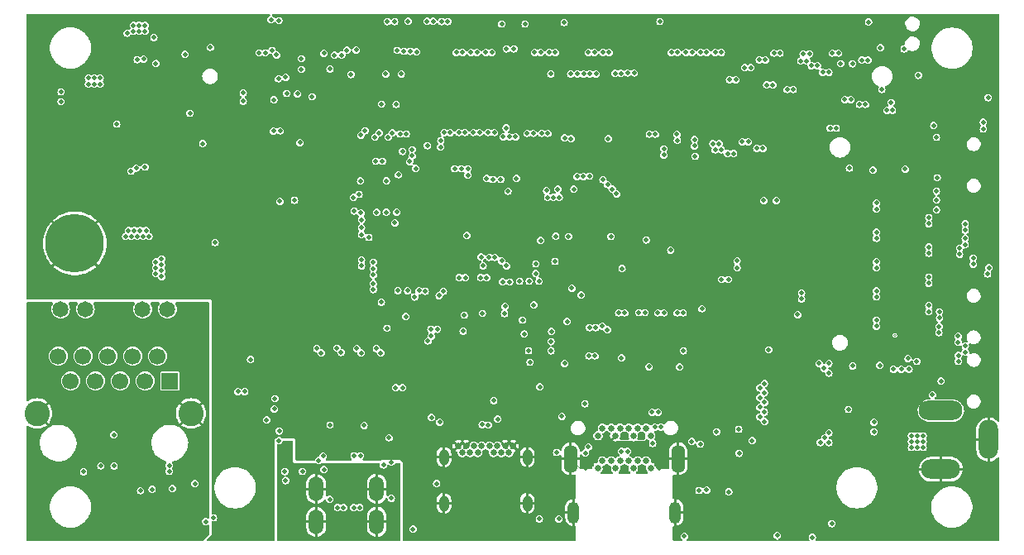
<source format=gbr>
G04 #@! TF.GenerationSoftware,KiCad,Pcbnew,7.0.2*
G04 #@! TF.CreationDate,2023-05-24T19:52:42-04:00*
G04 #@! TF.ProjectId,jetson-nano-baseboard,6a657473-6f6e-42d6-9e61-6e6f2d626173,1.6.1*
G04 #@! TF.SameCoordinates,Original*
G04 #@! TF.FileFunction,Copper,L5,Inr*
G04 #@! TF.FilePolarity,Positive*
%FSLAX46Y46*%
G04 Gerber Fmt 4.6, Leading zero omitted, Abs format (unit mm)*
G04 Created by KiCad (PCBNEW 7.0.2) date 2023-05-24 19:52:42*
%MOMM*%
%LPD*%
G01*
G04 APERTURE LIST*
G04 #@! TA.AperFunction,NonConductor*
%ADD10C,0.050000*%
G04 #@! TD*
G04 #@! TA.AperFunction,ComponentPad*
%ADD11C,0.650000*%
G04 #@! TD*
G04 #@! TA.AperFunction,ComponentPad*
%ADD12O,1.400000X2.850000*%
G04 #@! TD*
G04 #@! TA.AperFunction,ComponentPad*
%ADD13O,1.200000X2.250000*%
G04 #@! TD*
G04 #@! TA.AperFunction,ComponentPad*
%ADD14O,4.500000X2.000000*%
G04 #@! TD*
G04 #@! TA.AperFunction,ComponentPad*
%ADD15O,1.990000X4.000000*%
G04 #@! TD*
G04 #@! TA.AperFunction,ComponentPad*
%ADD16O,4.000000X2.000000*%
G04 #@! TD*
G04 #@! TA.AperFunction,ComponentPad*
%ADD17O,1.000000X1.600000*%
G04 #@! TD*
G04 #@! TA.AperFunction,ComponentPad*
%ADD18O,1.500000X2.550000*%
G04 #@! TD*
G04 #@! TA.AperFunction,ComponentPad*
%ADD19R,1.700000X1.700000*%
G04 #@! TD*
G04 #@! TA.AperFunction,ComponentPad*
%ADD20C,1.700000*%
G04 #@! TD*
G04 #@! TA.AperFunction,ComponentPad*
%ADD21C,1.650000*%
G04 #@! TD*
G04 #@! TA.AperFunction,ComponentPad*
%ADD22C,2.600000*%
G04 #@! TD*
G04 #@! TA.AperFunction,ComponentPad*
%ADD23C,6.000000*%
G04 #@! TD*
G04 #@! TA.AperFunction,ViaPad*
%ADD24C,0.500000*%
G04 #@! TD*
G04 #@! TA.AperFunction,Conductor*
%ADD25C,0.125000*%
G04 #@! TD*
G04 APERTURE END LIST*
D10*
X164446250Y-108331020D02*
G75*
G03*
X164446250Y-108331020I-100000J0D01*
G01*
X164446250Y-108331020D02*
G75*
G03*
X164446250Y-108331020I-100000J0D01*
G01*
D11*
X133960000Y-121955000D03*
X133960000Y-118605000D03*
X134410000Y-121180000D03*
X134410000Y-117830000D03*
X135310000Y-121180000D03*
X135310000Y-117830000D03*
X135760000Y-121955000D03*
X135760000Y-118605000D03*
X136210000Y-121180000D03*
X136210000Y-117830000D03*
X137110000Y-121180000D03*
X137110000Y-117830000D03*
X137568000Y-121955000D03*
X137568000Y-118605000D03*
X138009990Y-121180000D03*
X138009990Y-117830000D03*
X138909990Y-121180000D03*
X138909990Y-117830000D03*
X139360000Y-121955000D03*
X139360000Y-118605000D03*
D12*
X131160000Y-120955000D03*
D13*
X131460000Y-126455000D03*
X141860000Y-126455000D03*
D12*
X142160000Y-120955000D03*
D14*
X169057400Y-116030000D03*
D15*
X173937000Y-118980000D03*
D16*
X169057400Y-122030000D03*
D11*
X125259920Y-119645000D03*
X124859920Y-120345000D03*
X124059920Y-120345000D03*
X123659920Y-119645000D03*
X123259920Y-120345000D03*
X122859920Y-119645000D03*
X122059920Y-119645000D03*
X121659920Y-120345000D03*
X121259920Y-119645000D03*
X120859920Y-120345000D03*
X120059920Y-120345000D03*
X119659920Y-119645000D03*
D17*
X126729920Y-125525000D03*
X118189920Y-120795000D03*
X126729920Y-120795000D03*
D11*
X124459920Y-119645000D03*
X120459920Y-119645000D03*
D17*
X118189920Y-125525000D03*
D18*
X111308400Y-127406010D03*
X111308400Y-124046010D03*
X105108400Y-124046010D03*
X105108400Y-127406010D03*
D19*
X90140000Y-113010010D03*
D20*
X88870000Y-110470010D03*
X87600000Y-113010010D03*
X86330000Y-110470010D03*
X85060000Y-113010010D03*
X83790000Y-110470010D03*
X82520000Y-113010010D03*
X81250000Y-110470010D03*
X79980000Y-113010010D03*
X78710000Y-110470010D03*
D21*
X89894000Y-105640010D03*
X87354000Y-105640010D03*
X81504000Y-105640010D03*
X78964000Y-105640010D03*
D22*
X92303180Y-116310010D03*
X76546830Y-116310010D03*
D23*
X80408250Y-98918050D03*
D24*
X136296600Y-81500000D03*
X130000000Y-94200000D03*
X128800000Y-94200000D03*
X129400000Y-94200000D03*
X135700000Y-81500000D03*
X85600000Y-98200000D03*
X86500000Y-97600000D03*
X86800000Y-98200000D03*
X167250000Y-119800000D03*
X167250000Y-118600000D03*
X86200000Y-98200000D03*
X87100000Y-97600000D03*
X166050000Y-119200000D03*
X87400000Y-98200000D03*
X166650000Y-118600000D03*
X167250000Y-119200000D03*
X166050000Y-119800000D03*
X166650000Y-119800000D03*
X85900000Y-97600000D03*
X87000000Y-77200000D03*
X87000000Y-76600000D03*
X88000000Y-98200000D03*
X87600000Y-77200000D03*
X86400000Y-77200000D03*
X166650000Y-119200000D03*
X87700000Y-97600000D03*
X86400000Y-76600000D03*
X166050000Y-118600000D03*
X87600000Y-76600000D03*
X130551990Y-111188360D03*
X145094000Y-124146010D03*
X117450000Y-123500000D03*
X137668200Y-81468210D03*
X136982400Y-81468210D03*
X117500000Y-107700000D03*
X126238200Y-106766610D03*
X131292800Y-103490010D03*
X132250000Y-104200000D03*
X130950000Y-98200000D03*
X168326000Y-86827610D03*
X144424600Y-119466610D03*
X100891200Y-114793010D03*
X138912800Y-98562410D03*
X136423600Y-101483410D03*
X122824502Y-100350000D03*
X88700000Y-101400000D03*
X139179979Y-111529226D03*
X97100000Y-114075000D03*
X89300000Y-100500000D03*
X93800000Y-127400000D03*
X109758400Y-98006010D03*
X84425000Y-121700000D03*
X164100000Y-85300000D03*
X88700000Y-100800000D03*
X114300000Y-106400000D03*
X165000000Y-111800000D03*
X163550825Y-85300000D03*
X88700000Y-102000000D03*
X92200000Y-85600000D03*
X97800000Y-114075000D03*
X123400000Y-100350000D03*
X141400000Y-99600000D03*
X89300000Y-101700000D03*
X136370000Y-110630000D03*
X165800000Y-111800000D03*
X89300000Y-102300000D03*
X109758400Y-96506010D03*
X152300000Y-128800000D03*
X109758400Y-97306010D03*
X164200000Y-111800000D03*
X89300000Y-101100000D03*
X168605400Y-88050000D03*
X116850000Y-107700000D03*
X142700000Y-109900000D03*
X122128461Y-106071539D03*
X120269200Y-106258610D03*
X116916400Y-116723410D03*
X150525000Y-113700000D03*
X151000000Y-114200000D03*
X150525000Y-114700000D03*
X151016800Y-115174990D03*
X151000000Y-113244590D03*
X144300000Y-124200000D03*
X150525000Y-115675000D03*
X151016800Y-117149990D03*
X162800000Y-111400000D03*
X113358400Y-95706010D03*
X154800000Y-104000000D03*
X110958400Y-103641600D03*
X150525000Y-116675000D03*
X159700000Y-91200000D03*
X110958400Y-102141600D03*
X162200000Y-117200000D03*
X151000000Y-116175000D03*
X143550000Y-119175000D03*
X97650000Y-83500000D03*
X154800000Y-104600000D03*
X110958400Y-103041600D03*
X110958400Y-101506010D03*
X110958400Y-100841600D03*
X163020000Y-83160000D03*
X107558400Y-121706010D03*
X108458400Y-125356010D03*
X108858400Y-121756010D03*
X109820039Y-124800496D03*
X95682000Y-120508010D03*
X124351990Y-108106010D03*
X122151990Y-108106010D03*
X123251990Y-108106010D03*
X95978200Y-119897610D03*
X96003600Y-118881610D03*
X123775800Y-87107010D03*
X126085800Y-87665810D03*
X173482200Y-110119410D03*
X83024410Y-101525910D03*
X77800400Y-101534210D03*
X161061600Y-90993210D03*
X161264800Y-89596210D03*
X161061600Y-90307410D03*
X127889200Y-88250010D03*
X141046400Y-76362810D03*
X155778380Y-84660150D03*
X144025790Y-78907010D03*
X160121800Y-109408210D03*
X170993000Y-103947210D03*
X170993000Y-102474010D03*
X145288200Y-117637810D03*
X145288200Y-116494810D03*
X117400000Y-105500000D03*
X116321990Y-114281506D03*
X104165600Y-114589810D03*
X96545600Y-114564410D03*
X98425200Y-116494810D03*
X114020800Y-96784410D03*
X113128890Y-99498010D03*
X130632400Y-115402610D03*
X125247600Y-114031010D03*
X127711400Y-115936010D03*
X127711400Y-117002810D03*
X126099960Y-81361400D03*
X117099980Y-81523930D03*
X127609800Y-81315810D03*
X119025800Y-78907010D03*
X120525780Y-78907010D03*
X122025800Y-78907010D03*
X127025780Y-78907010D03*
X128525780Y-78907010D03*
X131025780Y-78907010D03*
X117525800Y-78907010D03*
X129006800Y-103337610D03*
X129718000Y-103337610D03*
X162915800Y-94317810D03*
X162909390Y-95844890D03*
X162915800Y-97317810D03*
X166979800Y-91577410D03*
X131496000Y-93990410D03*
X128900000Y-94900000D03*
X129277100Y-88134940D03*
X159025820Y-78907010D03*
X160525820Y-78907010D03*
X172443400Y-95948810D03*
X174193400Y-92720410D03*
X174193400Y-89012010D03*
X152694380Y-87965940D03*
X151295590Y-87233370D03*
X149795600Y-87233370D03*
X148295600Y-87233370D03*
X158778380Y-84660150D03*
X157278390Y-84660150D03*
X140386000Y-88656410D03*
X138894000Y-97536010D03*
X145295600Y-87233370D03*
X122275800Y-87107010D03*
X154358790Y-83907900D03*
X130025780Y-78907010D03*
X143865800Y-87234010D03*
X146795600Y-87233370D03*
X165875850Y-107827120D03*
X172826080Y-107623920D03*
X172826080Y-105173920D03*
X162929010Y-104831030D03*
X162915800Y-103317810D03*
X162909630Y-98849560D03*
X162960680Y-100317490D03*
X162960680Y-101849550D03*
X165160640Y-106337990D03*
X110417470Y-113386560D03*
X108917470Y-113386560D03*
X107417470Y-113386560D03*
X105917470Y-113386560D03*
X111497420Y-107615140D03*
X135525790Y-78907010D03*
X134025790Y-78907010D03*
X132525790Y-78907010D03*
X116025790Y-78907010D03*
X162025810Y-78907010D03*
X157525830Y-78907010D03*
X156025820Y-78907010D03*
X154525790Y-78907010D03*
X153025800Y-78907010D03*
X151525780Y-78907010D03*
X147025790Y-78907010D03*
X145525790Y-78907010D03*
X142525790Y-78907010D03*
X94818400Y-120685810D03*
X106013490Y-76284600D03*
X140251990Y-121906010D03*
X132651990Y-121906010D03*
X102300000Y-117300000D03*
X136782080Y-115296040D03*
X173467770Y-115765830D03*
X102484000Y-76150700D03*
X110017080Y-76261070D03*
X91700000Y-92855410D03*
X98291380Y-76200000D03*
X160275870Y-87050280D03*
X161775860Y-87050280D03*
X123525790Y-78907010D03*
X148525790Y-78907010D03*
X150025790Y-78907010D03*
X135293800Y-115304380D03*
X139811520Y-115332510D03*
X113614400Y-117206010D03*
X103175000Y-114615210D03*
X129200000Y-106900000D03*
X135407600Y-103642410D03*
X119278600Y-87109010D03*
X120777000Y-87105810D03*
X117823640Y-87082020D03*
X99692620Y-76200000D03*
X121596370Y-81523930D03*
X120087600Y-81523930D03*
X98550000Y-81900000D03*
X99700000Y-81900000D03*
X92700000Y-91900000D03*
X92697600Y-92900000D03*
X91700000Y-91900000D03*
X102700000Y-80635500D03*
X98300000Y-83000000D03*
X99700000Y-84100000D03*
X98318760Y-84100000D03*
X99700000Y-83000000D03*
X118335680Y-108555380D03*
X170777240Y-97953800D03*
X90716800Y-92874990D03*
X90700000Y-91900000D03*
X90200000Y-92400000D03*
X91200000Y-92400000D03*
X155355410Y-121200000D03*
X154900000Y-120800000D03*
X153900000Y-120800000D03*
X154400000Y-120300000D03*
X155400000Y-120302400D03*
X154400000Y-121200000D03*
X153425010Y-120300000D03*
X153425010Y-121216800D03*
X147699600Y-120482610D03*
X146886800Y-120482610D03*
X76400000Y-84000000D03*
X76400000Y-83400000D03*
X77600000Y-84000000D03*
X77000000Y-84000000D03*
X77000000Y-83400000D03*
X77600000Y-83400000D03*
X100700000Y-92400000D03*
X99000000Y-83600000D03*
X146500000Y-114400000D03*
X126200000Y-101400000D03*
X109058400Y-98906010D03*
X138280000Y-115390000D03*
X84500000Y-76600000D03*
X85100000Y-76600000D03*
X129958400Y-128506010D03*
X119951990Y-113806010D03*
X100350000Y-124150000D03*
X149600000Y-113900000D03*
X131350000Y-113800000D03*
X155455410Y-110300000D03*
X100500000Y-127400000D03*
X153525010Y-109400000D03*
X114393990Y-99450000D03*
X166300000Y-107500000D03*
X99000000Y-82500000D03*
X154150000Y-104250000D03*
X126800000Y-102000000D03*
X92200000Y-81600000D03*
X84350000Y-91350000D03*
X156300000Y-125000000D03*
X110300000Y-84650000D03*
X83900000Y-77200000D03*
X88320722Y-124088819D03*
X120353092Y-101793452D03*
X152950000Y-105200000D03*
X99800000Y-111600000D03*
X92200000Y-92400000D03*
X155000000Y-109900000D03*
X92700000Y-123500000D03*
X81800000Y-84800000D03*
X100700000Y-88200000D03*
X130358400Y-124706010D03*
X154500000Y-110300000D03*
X83000000Y-84800000D03*
X83000000Y-84200000D03*
X109058400Y-99506010D03*
X85700000Y-88000000D03*
X109758400Y-98906010D03*
X84500000Y-77200000D03*
X87125000Y-124225000D03*
X83900000Y-76600000D03*
X164900000Y-76000000D03*
X100700000Y-90000000D03*
X120000000Y-89200000D03*
X95500000Y-110808484D03*
X100700000Y-91800000D03*
X82400000Y-83600000D03*
X100700000Y-91200000D03*
X114300000Y-111700000D03*
X109758400Y-99506010D03*
X93600000Y-99500000D03*
X158958400Y-83156010D03*
X80100000Y-90600000D03*
X154000000Y-109900000D03*
X162305593Y-115305593D03*
X100700000Y-88800000D03*
X164500000Y-124000000D03*
X169400000Y-83800000D03*
X119100000Y-101200000D03*
X121700000Y-101800000D03*
X122850000Y-101800000D03*
X110391639Y-103949500D03*
X96300000Y-128000000D03*
X118750000Y-81450000D03*
X126200000Y-102000000D03*
X81300000Y-122300000D03*
X120700000Y-88500000D03*
X121100000Y-93800000D03*
X81800000Y-84200000D03*
X120000000Y-88500000D03*
X152100000Y-120800000D03*
X166675000Y-107125000D03*
X119300000Y-88500000D03*
X168800000Y-83800000D03*
X85100000Y-77200000D03*
X91700000Y-78600000D03*
X168558400Y-82137500D03*
X154500000Y-123500000D03*
X117900000Y-96500000D03*
X152950000Y-104500000D03*
X119450000Y-101850000D03*
X155500000Y-109402400D03*
X153900000Y-123500000D03*
X100450000Y-128950000D03*
X95200000Y-111800000D03*
X90000000Y-76100000D03*
X154500000Y-109400000D03*
X113650000Y-111700000D03*
X100700000Y-90600000D03*
X85100000Y-88000000D03*
X100700000Y-89400000D03*
X127758400Y-124306010D03*
X148100000Y-105200000D03*
X151450000Y-108800000D03*
X153525010Y-110316800D03*
X82400000Y-84800000D03*
X120700000Y-89200000D03*
X131975000Y-107750000D03*
X81800000Y-83600000D03*
X119300000Y-89200000D03*
X82400000Y-84200000D03*
X142700000Y-98075000D03*
X83000000Y-83600000D03*
X112800000Y-121300000D03*
X169500000Y-84400000D03*
X143650004Y-108550000D03*
X112700000Y-103700000D03*
X113050000Y-111700000D03*
X112573000Y-118806210D03*
X106530000Y-117500000D03*
X101346200Y-118120410D03*
X110020000Y-117550000D03*
X148400000Y-120400000D03*
X151435000Y-109800000D03*
X116886350Y-108413650D03*
X123698000Y-116890800D03*
X117765330Y-117221800D03*
X116549500Y-108900000D03*
X124200000Y-102850000D03*
X144600000Y-105600000D03*
X146100000Y-118200000D03*
X113157200Y-96809810D03*
X100050800Y-116977410D03*
X109758400Y-100606010D03*
X103450000Y-88600000D03*
X109758400Y-101206010D03*
X102900000Y-94500000D03*
X129958400Y-127106010D03*
X142316400Y-111567210D03*
X134930170Y-107750000D03*
X101900000Y-122256010D03*
X103708400Y-122256010D03*
X139555440Y-119383840D03*
X90400000Y-124000000D03*
X83060000Y-121685000D03*
X124387858Y-106093428D03*
X130800000Y-106900000D03*
X124455120Y-105355120D03*
X127384000Y-105206010D03*
X115036800Y-128153410D03*
X111785600Y-104937810D03*
X115196548Y-104396548D03*
X154400000Y-106200000D03*
X142800000Y-128900000D03*
X160020200Y-80528410D03*
X158801000Y-80503010D03*
X131826200Y-92060010D03*
X132461200Y-92060010D03*
X102106920Y-83556920D03*
X94772175Y-98820826D03*
X140098850Y-106022020D03*
X148964491Y-80919500D03*
X139772373Y-117714864D03*
X140723850Y-106022020D03*
X149599895Y-80919500D03*
X140397373Y-117714864D03*
X147421800Y-82154010D03*
X142052360Y-106022020D03*
X139489480Y-116191830D03*
X148089480Y-82162620D03*
X142677360Y-106022020D03*
X140114480Y-116191830D03*
X149750000Y-119100000D03*
X148361351Y-117938648D03*
X136071480Y-106022020D03*
X151964500Y-79432400D03*
X132664400Y-120355610D03*
X136696480Y-106022020D03*
X152589500Y-79432400D03*
X132976980Y-119732610D03*
X138144650Y-106002020D03*
X150464490Y-80135110D03*
X136346500Y-120190660D03*
X138769650Y-106002020D03*
X151089490Y-80135110D03*
X136973500Y-120190660D03*
X139214490Y-87728460D03*
X133080160Y-107533540D03*
X139839490Y-87728460D03*
X133705160Y-107533540D03*
X145964490Y-79368670D03*
X111720971Y-110120971D03*
X146589490Y-79368670D03*
X111279029Y-109679029D03*
X144464490Y-79368670D03*
X109720971Y-110120971D03*
X142964490Y-79368670D03*
X107670971Y-110070971D03*
X145089490Y-79368670D03*
X109279029Y-109679029D03*
X141464490Y-79368670D03*
X105620971Y-110120971D03*
X143589490Y-79368670D03*
X107229029Y-109629029D03*
X142089490Y-79368670D03*
X105179029Y-109679029D03*
X126924000Y-102778810D03*
X123291600Y-115011200D03*
X124917400Y-102855010D03*
X125933400Y-102778810D03*
X127914600Y-102778810D03*
X102000000Y-123200000D03*
X105896761Y-122067649D03*
X106508400Y-125106010D03*
X112807205Y-125007205D03*
X101300000Y-119100000D03*
X112000000Y-121600000D03*
X129724800Y-120306010D03*
X163958400Y-84506010D03*
X161654479Y-76245521D03*
X126416550Y-108192440D03*
X128016000Y-113588800D03*
X112369600Y-107594400D03*
X126851764Y-109898236D03*
X127002664Y-111073733D03*
X129205880Y-107926440D03*
X120157540Y-107906010D03*
X134400000Y-107400000D03*
X127958400Y-127106010D03*
X105829371Y-120685039D03*
X107920900Y-125956010D03*
X105387429Y-121126981D03*
X107295900Y-125956010D03*
X109628812Y-120633688D03*
X109574662Y-125953233D03*
X108949662Y-125953233D03*
X108987500Y-120650000D03*
X130251400Y-116621810D03*
X132626410Y-115326410D03*
X124892000Y-87996010D03*
X133121600Y-81569810D03*
X115650000Y-103751500D03*
X120650200Y-91272610D03*
X124257000Y-87996010D03*
X132486600Y-81569810D03*
X114474470Y-103751500D03*
X119964400Y-91272610D03*
X154714500Y-80235210D03*
X125527000Y-87996010D03*
X116272088Y-103806357D03*
X133756600Y-81569810D03*
X120650200Y-91933010D03*
X124557240Y-87096020D03*
X131851600Y-81569810D03*
X113474470Y-103751500D03*
X119278600Y-91272610D03*
X151229200Y-82681410D03*
X157597710Y-81397440D03*
X153319500Y-83161770D03*
X153944500Y-83161770D03*
X142048990Y-87750500D03*
X142087800Y-88377010D03*
X143850300Y-88278700D03*
X143846910Y-88938950D03*
X140716200Y-89240610D03*
X140709690Y-89871370D03*
X156972710Y-81397440D03*
X151854200Y-82681410D03*
X156421850Y-80722970D03*
X155796850Y-80722970D03*
X155339500Y-80235210D03*
X170850000Y-110994010D03*
X146355000Y-88707210D03*
X170850000Y-110369010D03*
X145714500Y-88710440D03*
X170825000Y-109033430D03*
X147839490Y-89725000D03*
X170825000Y-108408430D03*
X147214490Y-89725000D03*
X145952270Y-89335440D03*
X171566240Y-110033430D03*
X146577270Y-89335440D03*
X171566240Y-109408430D03*
X168860000Y-108040000D03*
X150839490Y-89188110D03*
X168873750Y-107408430D03*
X150214490Y-89188110D03*
X168914190Y-106533440D03*
X149339490Y-88505070D03*
X168914190Y-105908440D03*
X148714490Y-88505070D03*
X158589530Y-79436880D03*
X173838370Y-102033450D03*
X157964530Y-79436880D03*
X173971570Y-101407210D03*
X161589510Y-80150650D03*
X172365790Y-101033450D03*
X160964510Y-80150650D03*
X172365790Y-100408450D03*
X125603200Y-92263210D03*
X124003000Y-92364810D03*
X117691733Y-104258182D03*
X123190200Y-92364810D03*
X118135600Y-103818880D03*
X122555200Y-92263210D03*
X159214520Y-84190790D03*
X171551480Y-96908450D03*
X159839520Y-84190790D03*
X171551480Y-97533450D03*
X171551480Y-98408450D03*
X160714510Y-84679850D03*
X171551480Y-99033450D03*
X161339510Y-84679850D03*
X170980970Y-99408450D03*
X157714530Y-87117670D03*
X170980970Y-100033450D03*
X158339530Y-87117670D03*
X111303000Y-95717610D03*
X106985000Y-79639410D03*
X112293600Y-95717610D03*
X107721600Y-79639410D03*
X135864800Y-93838010D03*
X122200000Y-101200000D03*
X113970000Y-113675410D03*
X134950400Y-92898210D03*
X124600000Y-101200000D03*
X134467800Y-92390210D03*
X113233400Y-113675410D03*
X124100000Y-100700000D03*
X133030160Y-110422270D03*
X133655160Y-110422270D03*
X115299620Y-91239079D03*
X111899996Y-90500004D03*
X114681200Y-90536010D03*
X114750000Y-79258410D03*
X114935200Y-89951810D03*
X115400000Y-79300000D03*
X114935200Y-89316810D03*
X109200670Y-79107140D03*
X113400000Y-79150000D03*
X129150000Y-108950000D03*
X124600000Y-79000000D03*
X165300000Y-79000000D03*
X154950000Y-79525000D03*
X108266060Y-79122840D03*
X155625000Y-79500000D03*
X129150000Y-109900000D03*
X114100000Y-79250000D03*
X166758400Y-81706010D03*
X125350000Y-79000000D03*
X162860000Y-78880000D03*
X129641098Y-98187520D03*
X103600000Y-81100000D03*
X100500000Y-76000000D03*
X160030000Y-111450000D03*
X128100000Y-98600000D03*
X165400000Y-91300000D03*
X112300000Y-92500000D03*
X109700000Y-95800000D03*
X168200000Y-114400000D03*
X162100000Y-91400000D03*
X113538200Y-91882210D03*
X109652000Y-92500000D03*
X135280600Y-98206810D03*
X103600000Y-80000000D03*
X97650000Y-84350000D03*
X100784000Y-84206010D03*
X100838200Y-115859810D03*
X135433000Y-93355410D03*
X122000000Y-100300000D03*
X134464490Y-79368670D03*
X90068544Y-121629304D03*
X135089490Y-79368670D03*
X90068544Y-122254304D03*
X132964480Y-79368670D03*
X122105110Y-117462090D03*
X133589480Y-79368670D03*
X122732110Y-117506040D03*
X94291840Y-78845290D03*
X128214480Y-87645560D03*
X167820400Y-96270800D03*
X128839480Y-87645560D03*
X167820400Y-96895800D03*
X167820400Y-99290310D03*
X126714480Y-87645560D03*
X167820400Y-99915310D03*
X127339480Y-87645560D03*
X122714490Y-87563600D03*
X167820400Y-102356580D03*
X123339490Y-87563600D03*
X167820400Y-102981580D03*
X167820400Y-105275890D03*
X121214500Y-87563600D03*
X167820400Y-105900890D03*
X121839500Y-87563600D03*
X121589500Y-79368670D03*
X162457790Y-107393530D03*
X120964500Y-79368670D03*
X162457790Y-106768530D03*
X162457790Y-104393530D03*
X123089500Y-79368670D03*
X162457790Y-103768530D03*
X122464500Y-79368670D03*
X162457790Y-101393530D03*
X128089480Y-79368670D03*
X162457790Y-100768530D03*
X127464480Y-79368670D03*
X129589480Y-79368670D03*
X162457790Y-98393530D03*
X128964480Y-79368670D03*
X162457790Y-97768530D03*
X162457790Y-95393530D03*
X120339490Y-87563600D03*
X162457790Y-94768530D03*
X119714490Y-87563600D03*
X101989460Y-81898910D03*
X118589500Y-76208570D03*
X101254150Y-82056110D03*
X117964500Y-76208570D03*
X112236480Y-81567720D03*
X105904220Y-79444470D03*
X114527270Y-76178930D03*
X101300000Y-76100000D03*
X117089490Y-76179190D03*
X99892690Y-79407390D03*
X116464490Y-76179190D03*
X99267690Y-79407390D03*
X101052880Y-79609690D03*
X117873910Y-88391090D03*
X100610940Y-79167750D03*
X117839420Y-89055290D03*
X122575000Y-102417570D03*
X118214490Y-87574230D03*
X121950000Y-102417570D03*
X118839490Y-87574230D03*
X119464490Y-79368670D03*
X120375000Y-102417570D03*
X120089490Y-79368670D03*
X119750000Y-102417570D03*
X114339505Y-87706117D03*
X113714505Y-87706117D03*
X112920971Y-87596729D03*
X112479029Y-88038671D03*
X113300000Y-84679979D03*
X111800000Y-84650000D03*
X110120971Y-87379029D03*
X109679029Y-87820971D03*
X111119386Y-88038671D03*
X111561328Y-87596729D03*
X147300000Y-102600000D03*
X100750000Y-87400000D03*
X127600000Y-102000000D03*
X146600000Y-102600000D03*
X127600000Y-101000000D03*
X101410878Y-87389125D03*
X106527800Y-81061810D03*
X129133800Y-81569810D03*
X113831370Y-81556130D03*
X131165800Y-81570010D03*
X168605400Y-94473010D03*
X131496000Y-93355410D03*
X150927000Y-94523810D03*
X133096200Y-92034610D03*
X168605000Y-95463610D03*
X152222400Y-94523810D03*
X129845000Y-93355410D03*
X120524799Y-98093096D03*
X129550000Y-100750000D03*
X109000000Y-95600000D03*
X87450000Y-80050000D03*
X93500000Y-88700000D03*
X169088000Y-112989610D03*
X111200000Y-90500000D03*
X82400000Y-82000000D03*
X85750000Y-77400000D03*
X81800000Y-82000000D03*
X83000000Y-82600000D03*
X88700000Y-80500000D03*
X81800000Y-82600000D03*
X82400000Y-82600000D03*
X83000000Y-82000000D03*
X156700000Y-119300000D03*
X157200000Y-118800000D03*
X157600000Y-111200000D03*
X157600000Y-119300000D03*
X157600000Y-118300000D03*
X156600000Y-111200000D03*
X157600000Y-112200000D03*
X157100000Y-111700000D03*
X159600000Y-115900000D03*
X162200000Y-118200000D03*
X87600000Y-91100000D03*
X84700000Y-86700000D03*
X173400000Y-87200000D03*
X143900000Y-90000000D03*
X173400000Y-86500000D03*
X135000000Y-88200000D03*
X128700000Y-93500000D03*
X108917000Y-94200000D03*
X166600000Y-111000000D03*
X101400000Y-94600000D03*
X148200000Y-101400000D03*
X108675000Y-81625000D03*
X103200000Y-83600000D03*
X109500000Y-93896309D03*
X148200000Y-100700000D03*
X165700000Y-110700000D03*
X168681600Y-92187010D03*
X116494141Y-88906100D03*
X104700000Y-83900000D03*
X168605400Y-93558610D03*
X113950000Y-89500000D03*
X124750000Y-93576310D03*
X173900000Y-84000000D03*
X91700000Y-79550000D03*
X88500000Y-77850000D03*
X86800000Y-80100000D03*
X94600000Y-127000000D03*
X112400000Y-76205510D03*
X79000000Y-84400000D03*
X79000000Y-83400000D03*
X113150000Y-76205510D03*
X126500000Y-76450500D03*
X86164494Y-91521304D03*
X130500000Y-76300000D03*
X110500000Y-98300000D03*
X124100000Y-76450500D03*
X86700000Y-91200000D03*
X140300000Y-76200000D03*
X131210000Y-88190000D03*
X84400000Y-118500000D03*
X130537000Y-88100000D03*
X98400000Y-110810000D03*
X157900000Y-127600000D03*
X147345600Y-124343410D03*
X155900000Y-129000000D03*
D25*
X132111010Y-121906010D02*
X131160000Y-120955000D01*
X132651990Y-121906010D02*
X132111010Y-121906010D01*
G04 #@! TA.AperFunction,NonConductor*
G36*
X138512125Y-121471151D02*
G01*
X138542175Y-121490463D01*
X138546932Y-121494585D01*
X138546935Y-121494589D01*
X138650272Y-121584130D01*
X138774648Y-121640931D01*
X138805910Y-121645425D01*
X138870234Y-121674800D01*
X138908467Y-121734288D01*
X138908468Y-121805003D01*
X138908468Y-121805005D01*
X138901426Y-121828985D01*
X138884501Y-121886632D01*
X138884500Y-121886634D01*
X138884500Y-122023368D01*
X138923020Y-122154558D01*
X138923022Y-122154561D01*
X138995656Y-122267584D01*
X138996946Y-122269590D01*
X139034526Y-122302153D01*
X139072758Y-122361642D01*
X139072759Y-122432357D01*
X139034528Y-122491846D01*
X138970203Y-122521222D01*
X138952342Y-122522500D01*
X137975658Y-122522500D01*
X137907808Y-122502577D01*
X137861499Y-122449135D01*
X137851435Y-122379139D01*
X137880811Y-122314815D01*
X137893474Y-122302153D01*
X137911895Y-122286191D01*
X137931055Y-122269589D01*
X138004978Y-122154561D01*
X138012344Y-122129475D01*
X138043500Y-122023368D01*
X138043500Y-121886632D01*
X138019855Y-121806107D01*
X138019206Y-121803898D01*
X138019206Y-121733185D01*
X138057437Y-121673696D01*
X138121759Y-121644320D01*
X138145332Y-121640931D01*
X138269708Y-121584130D01*
X138373045Y-121494589D01*
X138373047Y-121494585D01*
X138377805Y-121490463D01*
X138442130Y-121461087D01*
X138512125Y-121471151D01*
G37*
G04 #@! TD.AperFunction*
G04 #@! TA.AperFunction,NonConductor*
G36*
X136712135Y-121471151D02*
G01*
X136742185Y-121490463D01*
X136746942Y-121494585D01*
X136746945Y-121494589D01*
X136850282Y-121584130D01*
X136974658Y-121640931D01*
X136998222Y-121644319D01*
X137013587Y-121646528D01*
X137077912Y-121675904D01*
X137116143Y-121735393D01*
X137116144Y-121806107D01*
X137092500Y-121886633D01*
X137092500Y-122023368D01*
X137131020Y-122154558D01*
X137131022Y-122154561D01*
X137203656Y-122267584D01*
X137204946Y-122269590D01*
X137242526Y-122302153D01*
X137280758Y-122361642D01*
X137280759Y-122432357D01*
X137242528Y-122491846D01*
X137178203Y-122521222D01*
X137160342Y-122522500D01*
X136167658Y-122522500D01*
X136099808Y-122502577D01*
X136053499Y-122449135D01*
X136043435Y-122379139D01*
X136072811Y-122314815D01*
X136085474Y-122302153D01*
X136103895Y-122286191D01*
X136123055Y-122269589D01*
X136196978Y-122154561D01*
X136204344Y-122129475D01*
X136235500Y-122023368D01*
X136235500Y-121886631D01*
X136211532Y-121805004D01*
X136211532Y-121734290D01*
X136249763Y-121674800D01*
X136314084Y-121645425D01*
X136345342Y-121640931D01*
X136469718Y-121584130D01*
X136573055Y-121494589D01*
X136573057Y-121494585D01*
X136577815Y-121490463D01*
X136642140Y-121461087D01*
X136712135Y-121471151D01*
G37*
G04 #@! TD.AperFunction*
G04 #@! TA.AperFunction,NonConductor*
G36*
X134912135Y-121471151D02*
G01*
X134942185Y-121490463D01*
X134946942Y-121494585D01*
X134946945Y-121494589D01*
X135050282Y-121584130D01*
X135174658Y-121640931D01*
X135205910Y-121645424D01*
X135270235Y-121674800D01*
X135308467Y-121734288D01*
X135308468Y-121805003D01*
X135284500Y-121886633D01*
X135284500Y-122023368D01*
X135323020Y-122154558D01*
X135323022Y-122154561D01*
X135395656Y-122267584D01*
X135396946Y-122269590D01*
X135434526Y-122302153D01*
X135472758Y-122361642D01*
X135472759Y-122432357D01*
X135434528Y-122491846D01*
X135370203Y-122521222D01*
X135352342Y-122522500D01*
X134367658Y-122522500D01*
X134299808Y-122502577D01*
X134253499Y-122449135D01*
X134243435Y-122379139D01*
X134272811Y-122314815D01*
X134285474Y-122302153D01*
X134303895Y-122286191D01*
X134323055Y-122269589D01*
X134396978Y-122154561D01*
X134404344Y-122129475D01*
X134435500Y-122023368D01*
X134435500Y-121886631D01*
X134411532Y-121805004D01*
X134411532Y-121734290D01*
X134449763Y-121674800D01*
X134514084Y-121645425D01*
X134545342Y-121640931D01*
X134669718Y-121584130D01*
X134773055Y-121494589D01*
X134773057Y-121494585D01*
X134777815Y-121490463D01*
X134842140Y-121461087D01*
X134912135Y-121471151D01*
G37*
G04 #@! TD.AperFunction*
G04 #@! TA.AperFunction,NonConductor*
G36*
X138638861Y-118225933D02*
G01*
X138649090Y-118233589D01*
X138650269Y-118234127D01*
X138650272Y-118234130D01*
X138678626Y-118247079D01*
X138732067Y-118293385D01*
X138751990Y-118361235D01*
X138751990Y-118880510D01*
X138732067Y-118948360D01*
X138678625Y-118994669D01*
X138626490Y-119006010D01*
X138105351Y-119006010D01*
X138037501Y-118986087D01*
X137991192Y-118932645D01*
X137981128Y-118862649D01*
X137999773Y-118812661D01*
X138002006Y-118809184D01*
X138004978Y-118804561D01*
X138043500Y-118673367D01*
X138043500Y-118536633D01*
X138043499Y-118536631D01*
X138019855Y-118456107D01*
X138019206Y-118453898D01*
X138019206Y-118383185D01*
X138057437Y-118323696D01*
X138121759Y-118294320D01*
X138145332Y-118290931D01*
X138269708Y-118234130D01*
X138269708Y-118234129D01*
X138286121Y-118226634D01*
X138286573Y-118227625D01*
X138331114Y-118207287D01*
X138348970Y-118206010D01*
X138571011Y-118206010D01*
X138638861Y-118225933D01*
G37*
G04 #@! TD.AperFunction*
G04 #@! TA.AperFunction,NonConductor*
G36*
X136838870Y-118225933D02*
G01*
X136849098Y-118233589D01*
X136850281Y-118234129D01*
X136850282Y-118234130D01*
X136974658Y-118290931D01*
X136998222Y-118294319D01*
X137013587Y-118296528D01*
X137077912Y-118325904D01*
X137116143Y-118385393D01*
X137116144Y-118456107D01*
X137092500Y-118536633D01*
X137092500Y-118673368D01*
X137131021Y-118804560D01*
X137136227Y-118812661D01*
X137156149Y-118880512D01*
X137136225Y-118948362D01*
X137082782Y-118994670D01*
X137030649Y-119006010D01*
X136297351Y-119006010D01*
X136229501Y-118986087D01*
X136183192Y-118932645D01*
X136173128Y-118862649D01*
X136191773Y-118812661D01*
X136194006Y-118809184D01*
X136196978Y-118804561D01*
X136235500Y-118673367D01*
X136235500Y-118536633D01*
X136235500Y-118536632D01*
X136235500Y-118536631D01*
X136211532Y-118455004D01*
X136211532Y-118384290D01*
X136249763Y-118324800D01*
X136314084Y-118295425D01*
X136345342Y-118290931D01*
X136469718Y-118234130D01*
X136469719Y-118234128D01*
X136486131Y-118226634D01*
X136486583Y-118227625D01*
X136531124Y-118207287D01*
X136548980Y-118206010D01*
X136771020Y-118206010D01*
X136838870Y-118225933D01*
G37*
G04 #@! TD.AperFunction*
G04 #@! TA.AperFunction,Conductor*
G36*
X120259920Y-119690649D02*
G01*
X120299533Y-119772905D01*
X120370912Y-119829827D01*
X120437388Y-119845000D01*
X120439524Y-119845000D01*
X120382452Y-119902071D01*
X120320387Y-119935961D01*
X120258357Y-119933746D01*
X120255077Y-119932783D01*
X120195587Y-119894554D01*
X120166209Y-119830230D01*
X120176271Y-119760234D01*
X120201689Y-119723624D01*
X120259920Y-119665392D01*
X120259920Y-119690649D01*
G37*
G04 #@! TD.AperFunction*
G04 #@! TA.AperFunction,Conductor*
G36*
X125059920Y-119690649D02*
G01*
X125099533Y-119772905D01*
X125170912Y-119829827D01*
X125237388Y-119845000D01*
X125239525Y-119845000D01*
X125182452Y-119902072D01*
X125120387Y-119935961D01*
X125058347Y-119933743D01*
X125055068Y-119932780D01*
X124995581Y-119894546D01*
X124966208Y-119830220D01*
X124976276Y-119760225D01*
X125001690Y-119723624D01*
X125059920Y-119665393D01*
X125059920Y-119690649D01*
G37*
G04 #@! TD.AperFunction*
G04 #@! TA.AperFunction,Conductor*
G36*
X119918149Y-119723624D02*
G01*
X119952039Y-119785689D01*
X119946994Y-119856224D01*
X119904616Y-119912834D01*
X119864771Y-119932780D01*
X119861492Y-119933743D01*
X119790777Y-119933747D01*
X119737386Y-119902071D01*
X119680315Y-119845000D01*
X119682452Y-119845000D01*
X119748928Y-119829827D01*
X119820307Y-119772905D01*
X119859920Y-119690649D01*
X119859920Y-119665395D01*
X119918149Y-119723624D01*
G37*
G04 #@! TD.AperFunction*
G04 #@! TA.AperFunction,Conductor*
G36*
X124718149Y-119723624D02*
G01*
X124752039Y-119785689D01*
X124746994Y-119856224D01*
X124704616Y-119912834D01*
X124664771Y-119932780D01*
X124661492Y-119933743D01*
X124590777Y-119933747D01*
X124537386Y-119902071D01*
X124480315Y-119845000D01*
X124482452Y-119845000D01*
X124548928Y-119829827D01*
X124620307Y-119772905D01*
X124659920Y-119690649D01*
X124659920Y-119665395D01*
X124718149Y-119723624D01*
G37*
G04 #@! TD.AperFunction*
G04 #@! TA.AperFunction,Conductor*
G36*
X100363237Y-75436393D02*
G01*
X100409546Y-75489835D01*
X100419610Y-75559831D01*
X100390234Y-75624155D01*
X100352364Y-75653789D01*
X100306950Y-75676929D01*
X100276534Y-75692427D01*
X100192426Y-75776535D01*
X100138426Y-75882517D01*
X100119819Y-76000000D01*
X100138426Y-76117482D01*
X100192196Y-76223013D01*
X100192427Y-76223465D01*
X100276535Y-76307573D01*
X100382518Y-76361574D01*
X100500000Y-76380181D01*
X100617482Y-76361574D01*
X100723465Y-76307573D01*
X100774135Y-76256902D01*
X100836198Y-76223013D01*
X100906733Y-76228057D01*
X100963343Y-76270435D01*
X100974697Y-76288669D01*
X100992186Y-76322992D01*
X100992427Y-76323465D01*
X101076535Y-76407573D01*
X101182518Y-76461574D01*
X101300000Y-76480181D01*
X101417482Y-76461574D01*
X101523465Y-76407573D01*
X101607573Y-76323465D01*
X101661574Y-76217482D01*
X101663470Y-76205510D01*
X112019819Y-76205510D01*
X112038426Y-76322992D01*
X112089619Y-76423465D01*
X112092427Y-76428975D01*
X112176535Y-76513083D01*
X112282518Y-76567084D01*
X112400000Y-76585691D01*
X112517482Y-76567084D01*
X112623465Y-76513083D01*
X112686257Y-76450290D01*
X112748321Y-76416400D01*
X112818856Y-76421445D01*
X112863740Y-76450290D01*
X112926532Y-76513082D01*
X112980350Y-76540503D01*
X113032518Y-76567084D01*
X113150000Y-76585691D01*
X113267482Y-76567084D01*
X113373465Y-76513083D01*
X113457573Y-76428975D01*
X113511574Y-76322992D01*
X113530181Y-76205510D01*
X113525971Y-76178930D01*
X114147089Y-76178930D01*
X114155588Y-76232590D01*
X114165696Y-76296412D01*
X114209203Y-76381801D01*
X114219697Y-76402395D01*
X114303805Y-76486503D01*
X114409788Y-76540504D01*
X114527270Y-76559111D01*
X114644752Y-76540504D01*
X114750735Y-76486503D01*
X114834843Y-76402395D01*
X114888844Y-76296412D01*
X114907410Y-76179190D01*
X116084309Y-76179190D01*
X116098761Y-76270435D01*
X116102916Y-76296672D01*
X116156784Y-76402395D01*
X116156917Y-76402655D01*
X116241025Y-76486763D01*
X116347008Y-76540764D01*
X116464490Y-76559371D01*
X116581972Y-76540764D01*
X116687955Y-76486763D01*
X116688248Y-76486470D01*
X116750313Y-76452580D01*
X116820848Y-76457625D01*
X116865731Y-76486470D01*
X116866025Y-76486763D01*
X116972008Y-76540764D01*
X117089490Y-76559371D01*
X117206972Y-76540764D01*
X117312955Y-76486763D01*
X117397063Y-76402655D01*
X117407689Y-76381799D01*
X117456243Y-76330390D01*
X117524884Y-76313391D01*
X117591819Y-76336201D01*
X117631331Y-76381800D01*
X117655367Y-76428975D01*
X117656927Y-76432035D01*
X117741035Y-76516143D01*
X117847018Y-76570144D01*
X117964500Y-76588751D01*
X118081982Y-76570144D01*
X118187965Y-76516143D01*
X118188258Y-76515850D01*
X118250323Y-76481960D01*
X118320858Y-76487005D01*
X118365742Y-76515850D01*
X118366035Y-76516143D01*
X118472018Y-76570144D01*
X118589500Y-76588751D01*
X118706982Y-76570144D01*
X118812965Y-76516143D01*
X118878608Y-76450500D01*
X123719819Y-76450500D01*
X123738426Y-76567982D01*
X123758598Y-76607573D01*
X123792427Y-76673965D01*
X123876535Y-76758073D01*
X123982518Y-76812074D01*
X124100000Y-76830681D01*
X124217482Y-76812074D01*
X124323465Y-76758073D01*
X124407573Y-76673965D01*
X124461574Y-76567982D01*
X124480181Y-76450500D01*
X126119819Y-76450500D01*
X126125601Y-76487005D01*
X126138426Y-76567982D01*
X126158598Y-76607573D01*
X126192427Y-76673965D01*
X126276535Y-76758073D01*
X126382518Y-76812074D01*
X126500000Y-76830681D01*
X126617482Y-76812074D01*
X126723465Y-76758073D01*
X126807573Y-76673965D01*
X126861574Y-76567982D01*
X126880181Y-76450500D01*
X126861574Y-76333018D01*
X126844750Y-76300000D01*
X130119819Y-76300000D01*
X130136078Y-76402654D01*
X130138426Y-76417482D01*
X130187136Y-76513082D01*
X130192427Y-76523465D01*
X130276535Y-76607573D01*
X130382518Y-76661574D01*
X130500000Y-76680181D01*
X130617482Y-76661574D01*
X130723465Y-76607573D01*
X130807573Y-76523465D01*
X130861574Y-76417482D01*
X130880181Y-76300000D01*
X130864343Y-76200000D01*
X139919819Y-76200000D01*
X139924101Y-76227035D01*
X139938426Y-76317482D01*
X139991866Y-76422365D01*
X139992427Y-76423465D01*
X140076535Y-76507573D01*
X140182518Y-76561574D01*
X140300000Y-76580181D01*
X140417482Y-76561574D01*
X140523465Y-76507573D01*
X140607573Y-76423465D01*
X140661574Y-76317482D01*
X140672971Y-76245521D01*
X161274298Y-76245521D01*
X161283156Y-76301451D01*
X161292905Y-76363003D01*
X161343128Y-76461573D01*
X161346906Y-76468986D01*
X161431014Y-76553094D01*
X161536997Y-76607095D01*
X161654479Y-76625702D01*
X161771961Y-76607095D01*
X161877944Y-76553094D01*
X161939364Y-76491674D01*
X165405191Y-76491674D01*
X165435473Y-76663409D01*
X165504547Y-76823539D01*
X165581329Y-76926677D01*
X165608685Y-76963422D01*
X165624313Y-76976535D01*
X165742276Y-77075518D01*
X165898116Y-77153783D01*
X166067804Y-77194000D01*
X166067805Y-77194000D01*
X166194809Y-77194000D01*
X166198455Y-77194000D01*
X166328211Y-77178834D01*
X166334528Y-77176535D01*
X166415259Y-77147151D01*
X166492084Y-77119189D01*
X166637784Y-77023360D01*
X166754168Y-76900000D01*
X166757459Y-76896512D01*
X166798169Y-76826000D01*
X166844653Y-76745487D01*
X166894668Y-76578423D01*
X166904808Y-76404329D01*
X166904807Y-76404328D01*
X166904808Y-76404325D01*
X166874526Y-76232590D01*
X166874526Y-76232588D01*
X166805453Y-76072461D01*
X166701315Y-75932578D01*
X166641656Y-75882518D01*
X166567723Y-75820481D01*
X166411883Y-75742216D01*
X166242196Y-75702000D01*
X166242195Y-75702000D01*
X166111545Y-75702000D01*
X166073323Y-75706467D01*
X165981785Y-75717166D01*
X165817919Y-75776809D01*
X165672214Y-75872641D01*
X165552540Y-75999487D01*
X165465347Y-76150512D01*
X165415332Y-76317576D01*
X165405191Y-76491674D01*
X161939364Y-76491674D01*
X161962052Y-76468986D01*
X162016053Y-76363003D01*
X162034660Y-76245521D01*
X162016053Y-76128039D01*
X161962052Y-76022056D01*
X161877944Y-75937948D01*
X161877943Y-75937947D01*
X161771961Y-75883947D01*
X161654479Y-75865340D01*
X161536996Y-75883947D01*
X161431014Y-75937947D01*
X161346905Y-76022056D01*
X161292905Y-76128038D01*
X161284277Y-76182518D01*
X161274298Y-76245521D01*
X140672971Y-76245521D01*
X140680181Y-76200000D01*
X140661574Y-76082518D01*
X140607573Y-75976535D01*
X140523465Y-75892427D01*
X140523464Y-75892426D01*
X140417482Y-75838426D01*
X140300000Y-75819819D01*
X140182517Y-75838426D01*
X140076535Y-75892426D01*
X139992426Y-75976535D01*
X139938426Y-76082517D01*
X139938425Y-76082518D01*
X139938426Y-76082518D01*
X139919819Y-76200000D01*
X130864343Y-76200000D01*
X130861574Y-76182518D01*
X130807573Y-76076535D01*
X130723465Y-75992427D01*
X130723464Y-75992426D01*
X130617482Y-75938426D01*
X130500000Y-75919819D01*
X130382517Y-75938426D01*
X130276535Y-75992426D01*
X130192426Y-76076535D01*
X130138426Y-76182517D01*
X130121019Y-76292426D01*
X130119819Y-76300000D01*
X126844750Y-76300000D01*
X126807573Y-76227035D01*
X126723465Y-76142927D01*
X126723464Y-76142926D01*
X126617482Y-76088926D01*
X126611806Y-76088027D01*
X126500000Y-76070319D01*
X126499999Y-76070319D01*
X126382517Y-76088926D01*
X126276535Y-76142926D01*
X126192426Y-76227035D01*
X126138426Y-76333017D01*
X126122744Y-76432035D01*
X126119819Y-76450500D01*
X124480181Y-76450500D01*
X124461574Y-76333018D01*
X124407573Y-76227035D01*
X124323465Y-76142927D01*
X124323464Y-76142926D01*
X124217482Y-76088926D01*
X124211806Y-76088027D01*
X124100000Y-76070319D01*
X124099999Y-76070319D01*
X123982517Y-76088926D01*
X123876535Y-76142926D01*
X123792426Y-76227035D01*
X123738426Y-76333017D01*
X123719819Y-76450500D01*
X118878608Y-76450500D01*
X118897073Y-76432035D01*
X118951074Y-76326052D01*
X118969681Y-76208570D01*
X118951074Y-76091088D01*
X118897073Y-75985105D01*
X118812965Y-75900997D01*
X118812964Y-75900996D01*
X118706982Y-75846996D01*
X118589500Y-75828389D01*
X118472017Y-75846996D01*
X118366035Y-75900996D01*
X118365742Y-75901290D01*
X118303677Y-75935180D01*
X118233142Y-75930135D01*
X118188258Y-75901290D01*
X118187964Y-75900996D01*
X118081982Y-75846996D01*
X118081982Y-75846995D01*
X117964500Y-75828389D01*
X117964499Y-75828389D01*
X117847017Y-75846996D01*
X117741035Y-75900996D01*
X117656925Y-75985106D01*
X117646299Y-76005961D01*
X117597743Y-76057371D01*
X117529101Y-76074368D01*
X117462167Y-76051556D01*
X117422659Y-76005960D01*
X117397063Y-75955725D01*
X117312955Y-75871617D01*
X117312954Y-75871616D01*
X117206972Y-75817616D01*
X117089490Y-75799009D01*
X116972007Y-75817616D01*
X116866025Y-75871616D01*
X116865732Y-75871910D01*
X116803667Y-75905800D01*
X116733132Y-75900755D01*
X116688248Y-75871910D01*
X116687954Y-75871616D01*
X116581972Y-75817616D01*
X116542283Y-75811330D01*
X116464490Y-75799009D01*
X116464489Y-75799009D01*
X116347007Y-75817616D01*
X116241025Y-75871616D01*
X116156916Y-75955725D01*
X116102916Y-76061707D01*
X116085322Y-76172797D01*
X116084309Y-76179190D01*
X114907410Y-76179190D01*
X114907451Y-76178930D01*
X114888844Y-76061448D01*
X114834843Y-75955465D01*
X114750735Y-75871357D01*
X114750734Y-75871357D01*
X114750734Y-75871356D01*
X114644752Y-75817356D01*
X114644752Y-75817355D01*
X114527270Y-75798749D01*
X114527269Y-75798749D01*
X114409787Y-75817356D01*
X114303805Y-75871356D01*
X114219696Y-75955465D01*
X114165696Y-76061447D01*
X114161002Y-76091088D01*
X114147089Y-76178930D01*
X113525971Y-76178930D01*
X113511574Y-76088028D01*
X113457573Y-75982045D01*
X113373465Y-75897937D01*
X113373464Y-75897937D01*
X113373464Y-75897936D01*
X113267482Y-75843936D01*
X113262185Y-75843097D01*
X113150000Y-75825329D01*
X113149999Y-75825329D01*
X113032517Y-75843936D01*
X112926532Y-75897937D01*
X112863740Y-75960730D01*
X112801675Y-75994620D01*
X112731140Y-75989575D01*
X112686257Y-75960729D01*
X112623466Y-75897937D01*
X112517482Y-75843936D01*
X112400000Y-75825329D01*
X112282517Y-75843936D01*
X112176535Y-75897936D01*
X112092426Y-75982045D01*
X112038426Y-76088027D01*
X112019819Y-76205510D01*
X101663470Y-76205510D01*
X101680181Y-76100000D01*
X101661574Y-75982518D01*
X101607573Y-75876535D01*
X101523465Y-75792427D01*
X101523464Y-75792426D01*
X101417482Y-75738426D01*
X101300000Y-75719819D01*
X101182517Y-75738426D01*
X101076534Y-75792426D01*
X101025864Y-75843097D01*
X100963799Y-75876986D01*
X100893264Y-75871941D01*
X100836654Y-75829563D01*
X100825302Y-75811330D01*
X100807573Y-75776535D01*
X100723465Y-75692427D01*
X100647636Y-75653790D01*
X100596227Y-75605237D01*
X100579228Y-75536596D01*
X100602038Y-75469661D01*
X100657415Y-75425683D01*
X100704613Y-75416470D01*
X174931000Y-75416470D01*
X174998850Y-75436393D01*
X175045159Y-75489835D01*
X175056500Y-75541970D01*
X175056500Y-117023715D01*
X175036577Y-117091565D01*
X174983135Y-117137874D01*
X174913139Y-117147938D01*
X174848815Y-117118562D01*
X174844272Y-117114426D01*
X174718885Y-116994544D01*
X174531257Y-116870693D01*
X174324517Y-116782327D01*
X174105340Y-116732301D01*
X174064000Y-116730444D01*
X174064000Y-117496181D01*
X174008889Y-117480000D01*
X173865111Y-117480000D01*
X173810000Y-117496181D01*
X173810000Y-116731796D01*
X173657952Y-116752393D01*
X173444127Y-116821868D01*
X173246147Y-116928406D01*
X173070370Y-117068583D01*
X172922454Y-117237887D01*
X172807142Y-117430886D01*
X172728143Y-117641379D01*
X172688000Y-117862587D01*
X172688000Y-118853000D01*
X173437000Y-118853000D01*
X173437000Y-119107000D01*
X172688000Y-119107000D01*
X172688000Y-120038266D01*
X172688252Y-120043894D01*
X172703105Y-120208921D01*
X172762916Y-120425639D01*
X172860463Y-120628199D01*
X172992613Y-120810088D01*
X173155114Y-120965455D01*
X173342742Y-121089306D01*
X173549482Y-121177672D01*
X173768660Y-121227698D01*
X173810000Y-121229554D01*
X173810000Y-120463818D01*
X173865111Y-120480000D01*
X174008889Y-120480000D01*
X174064000Y-120463818D01*
X174064000Y-121228201D01*
X174216048Y-121207606D01*
X174429872Y-121138131D01*
X174627852Y-121031593D01*
X174803625Y-120891419D01*
X174836489Y-120853803D01*
X174896133Y-120815815D01*
X174966848Y-120816103D01*
X175026181Y-120854576D01*
X175055294Y-120919020D01*
X175056500Y-120936374D01*
X175056500Y-129270050D01*
X175036577Y-129337900D01*
X174983135Y-129384209D01*
X174931000Y-129395550D01*
X156324689Y-129395550D01*
X156256839Y-129375627D01*
X156210530Y-129322185D01*
X156200466Y-129252189D01*
X156212867Y-129213075D01*
X156225712Y-129187865D01*
X156261574Y-129117482D01*
X156280181Y-129000000D01*
X156261574Y-128882518D01*
X156207573Y-128776535D01*
X156123465Y-128692427D01*
X156123464Y-128692426D01*
X156017482Y-128638426D01*
X155971195Y-128631095D01*
X155900000Y-128619819D01*
X155899999Y-128619819D01*
X155782517Y-128638426D01*
X155676535Y-128692426D01*
X155592426Y-128776535D01*
X155538426Y-128882517D01*
X155538425Y-128882518D01*
X155538426Y-128882518D01*
X155519819Y-129000000D01*
X155538426Y-129117482D01*
X155559188Y-129158229D01*
X155587133Y-129213075D01*
X155600184Y-129282575D01*
X155573590Y-129348098D01*
X155515792Y-129388842D01*
X155475311Y-129395550D01*
X152481023Y-129395550D01*
X152413173Y-129375627D01*
X152366864Y-129322185D01*
X152356800Y-129252189D01*
X152386176Y-129187865D01*
X152424047Y-129158229D01*
X152492275Y-129123465D01*
X152523465Y-129107573D01*
X152607573Y-129023465D01*
X152661574Y-128917482D01*
X152680181Y-128800000D01*
X152661574Y-128682518D01*
X152607573Y-128576535D01*
X152523465Y-128492427D01*
X152523464Y-128492426D01*
X152417482Y-128438426D01*
X152417481Y-128438425D01*
X152300000Y-128419819D01*
X152299999Y-128419819D01*
X152182517Y-128438426D01*
X152076535Y-128492426D01*
X151992426Y-128576535D01*
X151938426Y-128682517D01*
X151919819Y-128800000D01*
X151938426Y-128917482D01*
X151992426Y-129023464D01*
X152076535Y-129107573D01*
X152175953Y-129158229D01*
X152227363Y-129206783D01*
X152244362Y-129275425D01*
X152221552Y-129342360D01*
X152166175Y-129386337D01*
X152118977Y-129395550D01*
X143138472Y-129395550D01*
X143070622Y-129375627D01*
X143024313Y-129322185D01*
X143014249Y-129252189D01*
X143043625Y-129187865D01*
X143049730Y-129181308D01*
X143072809Y-129158229D01*
X143107573Y-129123465D01*
X143161574Y-129017482D01*
X143180181Y-128900000D01*
X143161574Y-128782518D01*
X143107573Y-128676535D01*
X143023465Y-128592427D01*
X143023464Y-128592426D01*
X142917482Y-128538426D01*
X142800000Y-128519819D01*
X142682517Y-128538426D01*
X142576535Y-128592426D01*
X142492426Y-128676535D01*
X142438426Y-128782517D01*
X142419819Y-128900000D01*
X142438426Y-129017482D01*
X142492426Y-129123464D01*
X142550270Y-129181308D01*
X142584160Y-129243373D01*
X142579115Y-129313908D01*
X142536737Y-129370518D01*
X142470481Y-129395230D01*
X142461528Y-129395550D01*
X141740960Y-129395550D01*
X141673110Y-129375627D01*
X141626801Y-129322185D01*
X141615460Y-129270050D01*
X141615460Y-127953059D01*
X141635383Y-127885209D01*
X141688825Y-127838900D01*
X141721705Y-127834172D01*
X141733000Y-127824578D01*
X141733000Y-127301483D01*
X141772892Y-127318982D01*
X141889302Y-127328628D01*
X141987000Y-127303887D01*
X141987000Y-127828368D01*
X141998977Y-127827720D01*
X142177960Y-127778024D01*
X142342081Y-127691014D01*
X142449230Y-127600000D01*
X157519819Y-127600000D01*
X157538426Y-127717482D01*
X157584406Y-127807724D01*
X157592427Y-127823465D01*
X157676535Y-127907573D01*
X157782518Y-127961574D01*
X157900000Y-127980181D01*
X158017482Y-127961574D01*
X158123465Y-127907573D01*
X158207573Y-127823465D01*
X158261574Y-127717482D01*
X158280181Y-127600000D01*
X158261574Y-127482518D01*
X158207573Y-127376535D01*
X158123465Y-127292427D01*
X158123464Y-127292426D01*
X158017482Y-127238426D01*
X158002569Y-127236064D01*
X157900000Y-127219819D01*
X157899999Y-127219819D01*
X157782517Y-127238426D01*
X157676535Y-127292426D01*
X157592426Y-127376535D01*
X157538426Y-127482517D01*
X157519819Y-127600000D01*
X142449230Y-127600000D01*
X142483655Y-127570759D01*
X142596070Y-127422880D01*
X142674068Y-127254291D01*
X142714000Y-127072878D01*
X142714000Y-126582000D01*
X142210000Y-126582000D01*
X142210000Y-126328000D01*
X142714000Y-126328000D01*
X142714000Y-126045646D01*
X168080000Y-126045646D01*
X168080583Y-126054170D01*
X168118610Y-126330836D01*
X168120349Y-126339207D01*
X168195695Y-126608117D01*
X168198558Y-126616174D01*
X168309815Y-126872313D01*
X168313752Y-126879911D01*
X168458854Y-127118522D01*
X168463783Y-127125503D01*
X168640016Y-127342123D01*
X168645868Y-127348390D01*
X168849956Y-127538994D01*
X168856585Y-127544388D01*
X169084741Y-127705438D01*
X169092046Y-127709880D01*
X169339997Y-127838358D01*
X169347848Y-127841768D01*
X169610979Y-127935285D01*
X169619223Y-127937595D01*
X169892640Y-127994411D01*
X169901112Y-127995575D01*
X170109974Y-128009862D01*
X170114289Y-128010010D01*
X170253711Y-128010010D01*
X170258025Y-128009862D01*
X170466887Y-127995575D01*
X170475359Y-127994411D01*
X170748776Y-127937595D01*
X170757020Y-127935285D01*
X171020151Y-127841768D01*
X171028002Y-127838358D01*
X171275953Y-127709880D01*
X171283258Y-127705438D01*
X171511414Y-127544388D01*
X171518043Y-127538994D01*
X171722131Y-127348390D01*
X171727983Y-127342123D01*
X171904216Y-127125503D01*
X171909145Y-127118522D01*
X172054247Y-126879911D01*
X172058184Y-126872313D01*
X172169441Y-126616174D01*
X172172304Y-126608117D01*
X172247650Y-126339207D01*
X172249389Y-126330836D01*
X172287416Y-126054170D01*
X172288000Y-126045646D01*
X172288000Y-125766373D01*
X172287416Y-125757849D01*
X172249389Y-125481183D01*
X172247650Y-125472812D01*
X172172304Y-125203902D01*
X172169441Y-125195845D01*
X172058184Y-124939706D01*
X172054247Y-124932108D01*
X171909145Y-124693497D01*
X171904216Y-124686516D01*
X171727983Y-124469896D01*
X171722131Y-124463629D01*
X171518043Y-124273025D01*
X171511414Y-124267631D01*
X171283258Y-124106581D01*
X171275953Y-124102139D01*
X171028002Y-123973661D01*
X171020151Y-123970251D01*
X170757020Y-123876734D01*
X170748776Y-123874424D01*
X170475359Y-123817608D01*
X170466887Y-123816444D01*
X170258025Y-123802157D01*
X170253711Y-123802010D01*
X170114289Y-123802010D01*
X170109974Y-123802157D01*
X169901112Y-123816444D01*
X169892640Y-123817608D01*
X169619223Y-123874424D01*
X169610979Y-123876734D01*
X169347848Y-123970251D01*
X169339997Y-123973661D01*
X169092046Y-124102139D01*
X169084741Y-124106581D01*
X168856585Y-124267631D01*
X168849956Y-124273025D01*
X168645868Y-124463629D01*
X168640016Y-124469896D01*
X168463783Y-124686516D01*
X168458854Y-124693497D01*
X168313752Y-124932108D01*
X168309815Y-124939706D01*
X168198558Y-125195845D01*
X168195695Y-125203902D01*
X168120349Y-125472812D01*
X168118610Y-125481183D01*
X168080583Y-125757849D01*
X168080000Y-125766373D01*
X168080000Y-126045646D01*
X142714000Y-126045646D01*
X142714000Y-125887099D01*
X142713631Y-125880307D01*
X142698952Y-125745331D01*
X142639641Y-125569303D01*
X142543870Y-125410130D01*
X142416129Y-125275276D01*
X142262380Y-125171031D01*
X142089816Y-125102275D01*
X141987000Y-125085420D01*
X141987000Y-125608516D01*
X141947108Y-125591018D01*
X141830698Y-125581372D01*
X141733000Y-125606112D01*
X141733000Y-125081630D01*
X141726986Y-125075934D01*
X141678929Y-125064611D01*
X141629793Y-125013756D01*
X141615460Y-124955513D01*
X141615460Y-124200000D01*
X143919819Y-124200000D01*
X143938426Y-124317482D01*
X143964917Y-124369475D01*
X143992427Y-124423465D01*
X144076535Y-124507573D01*
X144182518Y-124561574D01*
X144300000Y-124580181D01*
X144417482Y-124561574D01*
X144523465Y-124507573D01*
X144607573Y-124423465D01*
X144607745Y-124423126D01*
X144656293Y-124371717D01*
X144724934Y-124354714D01*
X144791870Y-124377520D01*
X144808309Y-124391357D01*
X144870535Y-124453583D01*
X144976518Y-124507584D01*
X145094000Y-124526191D01*
X145211482Y-124507584D01*
X145317465Y-124453583D01*
X145401573Y-124369475D01*
X145414854Y-124343410D01*
X146965419Y-124343410D01*
X146984026Y-124460892D01*
X147018194Y-124527952D01*
X147038027Y-124566875D01*
X147122135Y-124650983D01*
X147228118Y-124704984D01*
X147345600Y-124723591D01*
X147463082Y-124704984D01*
X147569065Y-124650983D01*
X147653173Y-124566875D01*
X147707174Y-124460892D01*
X147725781Y-124343410D01*
X147707174Y-124225928D01*
X147653173Y-124119945D01*
X147602864Y-124069636D01*
X158356000Y-124069636D01*
X158356583Y-124078160D01*
X158394610Y-124354826D01*
X158396349Y-124363197D01*
X158471695Y-124632107D01*
X158474558Y-124640164D01*
X158585815Y-124896303D01*
X158589752Y-124903901D01*
X158734854Y-125142512D01*
X158739783Y-125149493D01*
X158916016Y-125366113D01*
X158921868Y-125372380D01*
X159125956Y-125562984D01*
X159132585Y-125568378D01*
X159360741Y-125729428D01*
X159368046Y-125733870D01*
X159615997Y-125862348D01*
X159623848Y-125865758D01*
X159886979Y-125959275D01*
X159895223Y-125961585D01*
X160168640Y-126018401D01*
X160177112Y-126019565D01*
X160385974Y-126033852D01*
X160390289Y-126034000D01*
X160529711Y-126034000D01*
X160534025Y-126033852D01*
X160742887Y-126019565D01*
X160751359Y-126018401D01*
X161024776Y-125961585D01*
X161033020Y-125959275D01*
X161296151Y-125865758D01*
X161304002Y-125862348D01*
X161551953Y-125733870D01*
X161559258Y-125729428D01*
X161787414Y-125568378D01*
X161794043Y-125562984D01*
X161998131Y-125372380D01*
X162003983Y-125366113D01*
X162180216Y-125149493D01*
X162185145Y-125142512D01*
X162330247Y-124903901D01*
X162334184Y-124896303D01*
X162445441Y-124640164D01*
X162448304Y-124632107D01*
X162523650Y-124363197D01*
X162525389Y-124354826D01*
X162563416Y-124078160D01*
X162564000Y-124069636D01*
X162564000Y-123790363D01*
X162563416Y-123781839D01*
X162525389Y-123505173D01*
X162523650Y-123496802D01*
X162448304Y-123227892D01*
X162445441Y-123219835D01*
X162334184Y-122963696D01*
X162330247Y-122956098D01*
X162185145Y-122717487D01*
X162180216Y-122710506D01*
X162003983Y-122493886D01*
X161998131Y-122487619D01*
X161794043Y-122297015D01*
X161787414Y-122291621D01*
X161559258Y-122130571D01*
X161551953Y-122126129D01*
X161304002Y-121997651D01*
X161296151Y-121994241D01*
X161039424Y-121903000D01*
X166807839Y-121903000D01*
X167573582Y-121903000D01*
X167557400Y-121958111D01*
X167557400Y-122101889D01*
X167573582Y-122157000D01*
X166809150Y-122157000D01*
X166829897Y-122310164D01*
X166899651Y-122524845D01*
X167006616Y-122723618D01*
X167147351Y-122900095D01*
X167317340Y-123048609D01*
X167511107Y-123164381D01*
X167722443Y-123243696D01*
X167944537Y-123284000D01*
X168930400Y-123284000D01*
X168930400Y-122530000D01*
X169184400Y-122530000D01*
X169184400Y-123284000D01*
X170110899Y-123284000D01*
X170116526Y-123283747D01*
X170282217Y-123268834D01*
X170499803Y-123208784D01*
X170703175Y-123110846D01*
X170885791Y-122978168D01*
X171041778Y-122815018D01*
X171166130Y-122626633D01*
X171254847Y-122419068D01*
X171305073Y-122199014D01*
X171306961Y-122157000D01*
X170541218Y-122157000D01*
X170557400Y-122101889D01*
X170557400Y-121958111D01*
X170541218Y-121903000D01*
X171305650Y-121903000D01*
X171284902Y-121749835D01*
X171215148Y-121535154D01*
X171108183Y-121336381D01*
X170967448Y-121159904D01*
X170797459Y-121011390D01*
X170603692Y-120895618D01*
X170392356Y-120816303D01*
X170170263Y-120776000D01*
X169184400Y-120776000D01*
X169184400Y-121530000D01*
X168930400Y-121530000D01*
X168930400Y-120776000D01*
X168003901Y-120776000D01*
X167998273Y-120776252D01*
X167832582Y-120791165D01*
X167614996Y-120851215D01*
X167411624Y-120949153D01*
X167229008Y-121081831D01*
X167073021Y-121244981D01*
X166948669Y-121433366D01*
X166859952Y-121640931D01*
X166809726Y-121860985D01*
X166807839Y-121903000D01*
X161039424Y-121903000D01*
X161033020Y-121900724D01*
X161024776Y-121898414D01*
X160751359Y-121841598D01*
X160742887Y-121840434D01*
X160534025Y-121826147D01*
X160529711Y-121826000D01*
X160390289Y-121826000D01*
X160385974Y-121826147D01*
X160177112Y-121840434D01*
X160168640Y-121841598D01*
X159895223Y-121898414D01*
X159886979Y-121900724D01*
X159623848Y-121994241D01*
X159615997Y-121997651D01*
X159368046Y-122126129D01*
X159360741Y-122130571D01*
X159132585Y-122291621D01*
X159125956Y-122297015D01*
X158921868Y-122487619D01*
X158916016Y-122493886D01*
X158739783Y-122710506D01*
X158734854Y-122717487D01*
X158589752Y-122956098D01*
X158585815Y-122963696D01*
X158474558Y-123219835D01*
X158471695Y-123227892D01*
X158396349Y-123496802D01*
X158394610Y-123505173D01*
X158356583Y-123781839D01*
X158356000Y-123790363D01*
X158356000Y-124069636D01*
X147602864Y-124069636D01*
X147569065Y-124035837D01*
X147569064Y-124035836D01*
X147463082Y-123981836D01*
X147411466Y-123973661D01*
X147345600Y-123963229D01*
X147345599Y-123963229D01*
X147228117Y-123981836D01*
X147122135Y-124035836D01*
X147038026Y-124119945D01*
X146984026Y-124225927D01*
X146965419Y-124343410D01*
X145414854Y-124343410D01*
X145455574Y-124263492D01*
X145474181Y-124146010D01*
X145455574Y-124028528D01*
X145401573Y-123922545D01*
X145317465Y-123838437D01*
X145317464Y-123838436D01*
X145211482Y-123784436D01*
X145094000Y-123765829D01*
X144976517Y-123784436D01*
X144870535Y-123838436D01*
X144786426Y-123922545D01*
X144786253Y-123922886D01*
X144737698Y-123974296D01*
X144669057Y-123991295D01*
X144602122Y-123968484D01*
X144585690Y-123954652D01*
X144523464Y-123892426D01*
X144417482Y-123838426D01*
X144417481Y-123838425D01*
X144300000Y-123819819D01*
X144299999Y-123819819D01*
X144182517Y-123838426D01*
X144076535Y-123892426D01*
X143992426Y-123976535D01*
X143938426Y-124082517D01*
X143919819Y-124200000D01*
X141615460Y-124200000D01*
X141615460Y-122676828D01*
X141635383Y-122608978D01*
X141688825Y-122562669D01*
X141758821Y-122552605D01*
X141796231Y-122564154D01*
X141826962Y-122579229D01*
X142014795Y-122627862D01*
X142032999Y-122628785D01*
X142033000Y-122628785D01*
X142033000Y-122112585D01*
X142125992Y-122133810D01*
X142261265Y-122123673D01*
X142287000Y-122113572D01*
X142287000Y-122625673D01*
X142400358Y-122608308D01*
X142582302Y-122540924D01*
X142746961Y-122438290D01*
X142887587Y-122304614D01*
X142998427Y-122145365D01*
X143074942Y-121967065D01*
X143114000Y-121777011D01*
X143114000Y-121082000D01*
X142610000Y-121082000D01*
X142610000Y-120828000D01*
X143114000Y-120828000D01*
X143114000Y-120400000D01*
X148019819Y-120400000D01*
X148038426Y-120517482D01*
X148089581Y-120617881D01*
X148092427Y-120623465D01*
X148176535Y-120707573D01*
X148282518Y-120761574D01*
X148400000Y-120780181D01*
X148517482Y-120761574D01*
X148623465Y-120707573D01*
X148707573Y-120623465D01*
X148761574Y-120517482D01*
X148780181Y-120400000D01*
X148761574Y-120282518D01*
X148707573Y-120176535D01*
X148623465Y-120092427D01*
X148623464Y-120092426D01*
X148517482Y-120038426D01*
X148400000Y-120019819D01*
X148282517Y-120038426D01*
X148176535Y-120092426D01*
X148092426Y-120176535D01*
X148038426Y-120282517D01*
X148019819Y-120400000D01*
X143114000Y-120400000D01*
X143114000Y-120184799D01*
X143113677Y-120178449D01*
X143099290Y-120036969D01*
X143041207Y-119851845D01*
X142947045Y-119682198D01*
X142820663Y-119534980D01*
X142667234Y-119416218D01*
X142493040Y-119330771D01*
X142305206Y-119282138D01*
X142287000Y-119281214D01*
X142287000Y-119797414D01*
X142194008Y-119776190D01*
X142058735Y-119786327D01*
X142033000Y-119796427D01*
X142033000Y-119284325D01*
X141919641Y-119301691D01*
X141737697Y-119369075D01*
X141573038Y-119471709D01*
X141432412Y-119605385D01*
X141321572Y-119764634D01*
X141245057Y-119942934D01*
X141206000Y-120132988D01*
X141206000Y-120828000D01*
X141710000Y-120828000D01*
X141710000Y-121082000D01*
X141206000Y-121082000D01*
X141206000Y-121725200D01*
X141206322Y-121731552D01*
X141219622Y-121862344D01*
X141206666Y-121931862D01*
X141158182Y-121983339D01*
X141094766Y-122000540D01*
X140060052Y-122000540D01*
X139992202Y-121980617D01*
X139945893Y-121927175D01*
X139935626Y-121891421D01*
X139924098Y-121803854D01*
X139865752Y-121662998D01*
X139845037Y-121636000D01*
X139829092Y-121630160D01*
X139827605Y-121650960D01*
X139798760Y-121695844D01*
X139751990Y-121742613D01*
X139751990Y-121406010D01*
X139572584Y-121406010D01*
X139524556Y-121396457D01*
X139511145Y-121390901D01*
X139494609Y-121388725D01*
X139429940Y-121360117D01*
X139391003Y-121301087D01*
X139385490Y-121264299D01*
X139385490Y-121111631D01*
X139346969Y-120980441D01*
X139321790Y-120941261D01*
X139273045Y-120865411D01*
X139169708Y-120775870D01*
X139045332Y-120719069D01*
X138944001Y-120704500D01*
X138875979Y-120704500D01*
X138774648Y-120719069D01*
X138650272Y-120775870D01*
X138546935Y-120865411D01*
X138546934Y-120865412D01*
X138542175Y-120869536D01*
X138477850Y-120898912D01*
X138407855Y-120888848D01*
X138377805Y-120869536D01*
X138373045Y-120865412D01*
X138373045Y-120865411D01*
X138269708Y-120775870D01*
X138145332Y-120719069D01*
X138044001Y-120704500D01*
X137975979Y-120704500D01*
X137887766Y-120717183D01*
X137874648Y-120719069D01*
X137750269Y-120775871D01*
X137642179Y-120869531D01*
X137577854Y-120898907D01*
X137507859Y-120888842D01*
X137477811Y-120869531D01*
X137369720Y-120775871D01*
X137343680Y-120763979D01*
X137245342Y-120719069D01*
X137245341Y-120719068D01*
X137228928Y-120711573D01*
X137230440Y-120708260D01*
X137193802Y-120691524D01*
X137155576Y-120632031D01*
X137155583Y-120561316D01*
X137187255Y-120507943D01*
X137281072Y-120414126D01*
X137281073Y-120414125D01*
X137335074Y-120308142D01*
X137353681Y-120190660D01*
X137335074Y-120073178D01*
X137281073Y-119967195D01*
X137196965Y-119883087D01*
X137196964Y-119883086D01*
X137090982Y-119829086D01*
X136973500Y-119810479D01*
X136856017Y-119829086D01*
X136750035Y-119883086D01*
X136748742Y-119884380D01*
X136686677Y-119918270D01*
X136616142Y-119913225D01*
X136571258Y-119884380D01*
X136569964Y-119883086D01*
X136463982Y-119829086D01*
X136346500Y-119810479D01*
X136229017Y-119829086D01*
X136123035Y-119883086D01*
X136038926Y-119967195D01*
X135984926Y-120073177D01*
X135968269Y-120178351D01*
X135966319Y-120190660D01*
X135983011Y-120296049D01*
X135984926Y-120308142D01*
X136038926Y-120414124D01*
X136132745Y-120507943D01*
X136166635Y-120570008D01*
X136161590Y-120640543D01*
X136119212Y-120697153D01*
X136090011Y-120709250D01*
X136091072Y-120711573D01*
X136074658Y-120719068D01*
X136074658Y-120719069D01*
X135950282Y-120775870D01*
X135846945Y-120865411D01*
X135846944Y-120865412D01*
X135842185Y-120869536D01*
X135777860Y-120898912D01*
X135707865Y-120888848D01*
X135677815Y-120869536D01*
X135673055Y-120865412D01*
X135673055Y-120865411D01*
X135569718Y-120775870D01*
X135445342Y-120719069D01*
X135344011Y-120704500D01*
X135275989Y-120704500D01*
X135174658Y-120719069D01*
X135050282Y-120775870D01*
X134946945Y-120865411D01*
X134946944Y-120865412D01*
X134942185Y-120869536D01*
X134877860Y-120898912D01*
X134807865Y-120888848D01*
X134777815Y-120869536D01*
X134773055Y-120865412D01*
X134773055Y-120865411D01*
X134669718Y-120775870D01*
X134545342Y-120719069D01*
X134444011Y-120704500D01*
X134375989Y-120704500D01*
X134287776Y-120717183D01*
X134274658Y-120719069D01*
X134150282Y-120775870D01*
X134046945Y-120865411D01*
X133973020Y-120980441D01*
X133934500Y-121111631D01*
X133934500Y-121264300D01*
X133914577Y-121332150D01*
X133861135Y-121378459D01*
X133825382Y-121388726D01*
X133808854Y-121390901D01*
X133795444Y-121396457D01*
X133747416Y-121406010D01*
X133551990Y-121406010D01*
X133551989Y-121500604D01*
X133551990Y-121726594D01*
X133521239Y-121695844D01*
X133487349Y-121633779D01*
X133487843Y-121626870D01*
X133478625Y-121634858D01*
X133475170Y-121635728D01*
X133454244Y-121663002D01*
X133395902Y-121803853D01*
X133384374Y-121891421D01*
X133355766Y-121956090D01*
X133296736Y-121995027D01*
X133259948Y-122000540D01*
X132221977Y-122000540D01*
X132154127Y-121980617D01*
X132107818Y-121927175D01*
X132097754Y-121857179D01*
X132099046Y-121849776D01*
X132114000Y-121777010D01*
X132114000Y-121082000D01*
X131610000Y-121082000D01*
X131610000Y-120828000D01*
X132114000Y-120828000D01*
X132114000Y-120625245D01*
X132133923Y-120557395D01*
X132187365Y-120511086D01*
X132257361Y-120501022D01*
X132321685Y-120530398D01*
X132351320Y-120568268D01*
X132356827Y-120579075D01*
X132440935Y-120663183D01*
X132546918Y-120717184D01*
X132664400Y-120735791D01*
X132781882Y-120717184D01*
X132887865Y-120663183D01*
X132971973Y-120579075D01*
X133025974Y-120473092D01*
X133044581Y-120355610D01*
X133025974Y-120238128D01*
X133025972Y-120238124D01*
X133024255Y-120227282D01*
X133033318Y-120157150D01*
X133078859Y-120103051D01*
X133091235Y-120095827D01*
X133094458Y-120094184D01*
X133094462Y-120094184D01*
X133200445Y-120040183D01*
X133284553Y-119956075D01*
X133338554Y-119850092D01*
X133357161Y-119732610D01*
X133338554Y-119615128D01*
X133284553Y-119509145D01*
X133200445Y-119425037D01*
X133200444Y-119425036D01*
X133094462Y-119371036D01*
X132976980Y-119352429D01*
X132859497Y-119371036D01*
X132753515Y-119425036D01*
X132669406Y-119509145D01*
X132615406Y-119615127D01*
X132605103Y-119680180D01*
X132596799Y-119732610D01*
X132612196Y-119829827D01*
X132617124Y-119860938D01*
X132608060Y-119931070D01*
X132562520Y-119985168D01*
X132550145Y-119992391D01*
X132440935Y-120048036D01*
X132356825Y-120132146D01*
X132343751Y-120157806D01*
X132295196Y-120209215D01*
X132226554Y-120226213D01*
X132159620Y-120203401D01*
X132115643Y-120148024D01*
X132107075Y-120113523D01*
X132099290Y-120036969D01*
X132041207Y-119851845D01*
X131947045Y-119682198D01*
X131820663Y-119534980D01*
X131667234Y-119416218D01*
X131493040Y-119330771D01*
X131305206Y-119282138D01*
X131287000Y-119281214D01*
X131287000Y-119797414D01*
X131194008Y-119776190D01*
X131058735Y-119786327D01*
X131033000Y-119796427D01*
X131033000Y-119284325D01*
X130919641Y-119301691D01*
X130737697Y-119369075D01*
X130573038Y-119471709D01*
X130432412Y-119605385D01*
X130321572Y-119764634D01*
X130245057Y-119942934D01*
X130231906Y-120006927D01*
X130198732Y-120069378D01*
X130137062Y-120103980D01*
X130066474Y-120099747D01*
X130020233Y-120070405D01*
X129948264Y-119998436D01*
X129842282Y-119944436D01*
X129724800Y-119925829D01*
X129607317Y-119944436D01*
X129501335Y-119998436D01*
X129417226Y-120082545D01*
X129363226Y-120188527D01*
X129344619Y-120306010D01*
X129363226Y-120423492D01*
X129410465Y-120516205D01*
X129417227Y-120529475D01*
X129501335Y-120613583D01*
X129607318Y-120667584D01*
X129724800Y-120686191D01*
X129842282Y-120667584D01*
X129948265Y-120613583D01*
X129991759Y-120570088D01*
X130053822Y-120536199D01*
X130124357Y-120541243D01*
X130180967Y-120583621D01*
X130205680Y-120649877D01*
X130206000Y-120658831D01*
X130206000Y-120828000D01*
X130710000Y-120828000D01*
X130710000Y-121082000D01*
X130206000Y-121082000D01*
X130206000Y-121725200D01*
X130206322Y-121731550D01*
X130220709Y-121873030D01*
X130278792Y-122058154D01*
X130372954Y-122227801D01*
X130499336Y-122375019D01*
X130652765Y-122493781D01*
X130826959Y-122579228D01*
X131014795Y-122627862D01*
X131032999Y-122628785D01*
X131033000Y-122628785D01*
X131032999Y-122112585D01*
X131125992Y-122133810D01*
X131261265Y-122123673D01*
X131287000Y-122113572D01*
X131287000Y-122625673D01*
X131400354Y-122608308D01*
X131535451Y-122558273D01*
X131605997Y-122553391D01*
X131667984Y-122587423D01*
X131701732Y-122649565D01*
X131704539Y-122675961D01*
X131704539Y-124956939D01*
X131684616Y-125024789D01*
X131631174Y-125071098D01*
X131598294Y-125075825D01*
X131586999Y-125085419D01*
X131586999Y-125608516D01*
X131547108Y-125591018D01*
X131430698Y-125581372D01*
X131332999Y-125606112D01*
X131333000Y-125081630D01*
X131321018Y-125082280D01*
X131142040Y-125131974D01*
X130977918Y-125218985D01*
X130836344Y-125339240D01*
X130723929Y-125487119D01*
X130645931Y-125655708D01*
X130606000Y-125837121D01*
X130605999Y-126327999D01*
X130606000Y-126328000D01*
X131110000Y-126328000D01*
X131110000Y-126582000D01*
X130606000Y-126582000D01*
X130606000Y-127022900D01*
X130606368Y-127029692D01*
X130621047Y-127164668D01*
X130680358Y-127340696D01*
X130776129Y-127499869D01*
X130903870Y-127634723D01*
X131057619Y-127738968D01*
X131230184Y-127807724D01*
X131332999Y-127824578D01*
X131333000Y-127824578D01*
X131333000Y-127301483D01*
X131372892Y-127318982D01*
X131489302Y-127328628D01*
X131586999Y-127303887D01*
X131586999Y-127828369D01*
X131593007Y-127834060D01*
X131641078Y-127845390D01*
X131690210Y-127896248D01*
X131704540Y-127954484D01*
X131704539Y-129270050D01*
X131684616Y-129337901D01*
X131631173Y-129384209D01*
X131579039Y-129395550D01*
X114104940Y-129395559D01*
X114037090Y-129375636D01*
X113990781Y-129322194D01*
X113979440Y-129270059D01*
X113979440Y-128153410D01*
X114656619Y-128153410D01*
X114675226Y-128270892D01*
X114719154Y-128357107D01*
X114729227Y-128376875D01*
X114813335Y-128460983D01*
X114919318Y-128514984D01*
X115036800Y-128533591D01*
X115154282Y-128514984D01*
X115260265Y-128460983D01*
X115344373Y-128376875D01*
X115398374Y-128270892D01*
X115416981Y-128153410D01*
X115398374Y-128035928D01*
X115344373Y-127929945D01*
X115260265Y-127845837D01*
X115260264Y-127845837D01*
X115260264Y-127845836D01*
X115154282Y-127791836D01*
X115036800Y-127773229D01*
X114919317Y-127791836D01*
X114813335Y-127845836D01*
X114729226Y-127929945D01*
X114675226Y-128035927D01*
X114656619Y-128153410D01*
X113979440Y-128153410D01*
X113979440Y-127106010D01*
X127578219Y-127106010D01*
X127596826Y-127223492D01*
X127645480Y-127318982D01*
X127650827Y-127329475D01*
X127734935Y-127413583D01*
X127840918Y-127467584D01*
X127958400Y-127486191D01*
X128075882Y-127467584D01*
X128181865Y-127413583D01*
X128265973Y-127329475D01*
X128319974Y-127223492D01*
X128338581Y-127106010D01*
X129578219Y-127106010D01*
X129596826Y-127223492D01*
X129645480Y-127318982D01*
X129650827Y-127329475D01*
X129734935Y-127413583D01*
X129840918Y-127467584D01*
X129958400Y-127486191D01*
X130075882Y-127467584D01*
X130181865Y-127413583D01*
X130265973Y-127329475D01*
X130319974Y-127223492D01*
X130338581Y-127106010D01*
X130319974Y-126988528D01*
X130265973Y-126882545D01*
X130181865Y-126798437D01*
X130181864Y-126798437D01*
X130181864Y-126798436D01*
X130075882Y-126744436D01*
X129958400Y-126725829D01*
X129840917Y-126744436D01*
X129734935Y-126798436D01*
X129650826Y-126882545D01*
X129596826Y-126988527D01*
X129578219Y-127106010D01*
X128338581Y-127106010D01*
X128319974Y-126988528D01*
X128265973Y-126882545D01*
X128181865Y-126798437D01*
X128181864Y-126798437D01*
X128181864Y-126798436D01*
X128075882Y-126744436D01*
X127958400Y-126725829D01*
X127840917Y-126744436D01*
X127734935Y-126798436D01*
X127650826Y-126882545D01*
X127596826Y-126988527D01*
X127578219Y-127106010D01*
X113979440Y-127106010D01*
X113979440Y-125865269D01*
X117435920Y-125865269D01*
X117436343Y-125872539D01*
X117451249Y-126000064D01*
X117511535Y-126165699D01*
X117608389Y-126312960D01*
X117736597Y-126433919D01*
X117889241Y-126522047D01*
X118058099Y-126572600D01*
X118062919Y-126572880D01*
X118062920Y-126572879D01*
X118062920Y-126100772D01*
X118161760Y-126128895D01*
X118273441Y-126118546D01*
X118316919Y-126096895D01*
X118316920Y-126568238D01*
X118407641Y-126552241D01*
X118569484Y-126482428D01*
X118710870Y-126377171D01*
X118824163Y-126242152D01*
X118903272Y-126084636D01*
X118943920Y-125913131D01*
X118943920Y-125652000D01*
X118489920Y-125652000D01*
X118489920Y-125398000D01*
X118943919Y-125398000D01*
X118943919Y-125397999D01*
X125975919Y-125397999D01*
X125975920Y-125398000D01*
X126429920Y-125398000D01*
X126429920Y-125652000D01*
X125975920Y-125652000D01*
X125975920Y-125865269D01*
X125976343Y-125872539D01*
X125991249Y-126000064D01*
X126051535Y-126165699D01*
X126148389Y-126312960D01*
X126276597Y-126433919D01*
X126429241Y-126522047D01*
X126598099Y-126572600D01*
X126602919Y-126572880D01*
X126602920Y-126572879D01*
X126602920Y-126100772D01*
X126701760Y-126128895D01*
X126813441Y-126118546D01*
X126856919Y-126096896D01*
X126856919Y-126568238D01*
X126947640Y-126552241D01*
X127109484Y-126482428D01*
X127250870Y-126377171D01*
X127364163Y-126242152D01*
X127443272Y-126084636D01*
X127483920Y-125913131D01*
X127483920Y-125652000D01*
X127029920Y-125652000D01*
X127029920Y-125398000D01*
X127483920Y-125398000D01*
X127483920Y-125184730D01*
X127483496Y-125177460D01*
X127468590Y-125049935D01*
X127408304Y-124884300D01*
X127311450Y-124737039D01*
X127183242Y-124616080D01*
X127030597Y-124527952D01*
X126861743Y-124477400D01*
X126856919Y-124477119D01*
X126856919Y-124949227D01*
X126758080Y-124921105D01*
X126646399Y-124931454D01*
X126602919Y-124953104D01*
X126602919Y-124481760D01*
X126512197Y-124497758D01*
X126350355Y-124567571D01*
X126208969Y-124672828D01*
X126095676Y-124807847D01*
X126016567Y-124965363D01*
X125975920Y-125136868D01*
X125975919Y-125397999D01*
X118943919Y-125397999D01*
X118943920Y-125184730D01*
X118943496Y-125177460D01*
X118928590Y-125049935D01*
X118868304Y-124884300D01*
X118771450Y-124737039D01*
X118643242Y-124616080D01*
X118490598Y-124527952D01*
X118321738Y-124477399D01*
X118316920Y-124477118D01*
X118316919Y-124477118D01*
X118316919Y-124949227D01*
X118218080Y-124921105D01*
X118106399Y-124931454D01*
X118062919Y-124953104D01*
X118062919Y-124481761D01*
X118062918Y-124481760D01*
X117972197Y-124497758D01*
X117810355Y-124567571D01*
X117668969Y-124672828D01*
X117555676Y-124807847D01*
X117476567Y-124965363D01*
X117435920Y-125136868D01*
X117435920Y-125398000D01*
X117889920Y-125398000D01*
X117889920Y-125652000D01*
X117435920Y-125652000D01*
X117435920Y-125865269D01*
X113979440Y-125865269D01*
X113979440Y-123500000D01*
X117069819Y-123500000D01*
X117088426Y-123617482D01*
X117142427Y-123723465D01*
X117226535Y-123807573D01*
X117332518Y-123861574D01*
X117450000Y-123880181D01*
X117567482Y-123861574D01*
X117673465Y-123807573D01*
X117757573Y-123723465D01*
X117811574Y-123617482D01*
X117830181Y-123500000D01*
X117811574Y-123382518D01*
X117757573Y-123276535D01*
X117673465Y-123192427D01*
X117673464Y-123192426D01*
X117567482Y-123138426D01*
X117450000Y-123119819D01*
X117332517Y-123138426D01*
X117226535Y-123192426D01*
X117142426Y-123276535D01*
X117088426Y-123382517D01*
X117070326Y-123496802D01*
X117069819Y-123500000D01*
X113979440Y-123500000D01*
X113979440Y-122159075D01*
X113979440Y-122156010D01*
X113970238Y-122062411D01*
X113969651Y-122052035D01*
X113969460Y-122039400D01*
X113958400Y-121306005D01*
X113787655Y-121135269D01*
X117435920Y-121135269D01*
X117436343Y-121142539D01*
X117451249Y-121270064D01*
X117511535Y-121435699D01*
X117608389Y-121582960D01*
X117736597Y-121703919D01*
X117889241Y-121792047D01*
X118058099Y-121842600D01*
X118062919Y-121842880D01*
X118062920Y-121842879D01*
X118062920Y-121370772D01*
X118161760Y-121398895D01*
X118273441Y-121388546D01*
X118316919Y-121366895D01*
X118316920Y-121838238D01*
X118407641Y-121822241D01*
X118569484Y-121752428D01*
X118710870Y-121647171D01*
X118824163Y-121512152D01*
X118903272Y-121354636D01*
X118943920Y-121183131D01*
X118943920Y-120922000D01*
X118489920Y-120922000D01*
X118489920Y-120668000D01*
X118943919Y-120668000D01*
X118943920Y-120454730D01*
X118943496Y-120447460D01*
X118928590Y-120319935D01*
X118868304Y-120154300D01*
X118771450Y-120007039D01*
X118643242Y-119886080D01*
X118490598Y-119797952D01*
X118321738Y-119747399D01*
X118316920Y-119747118D01*
X118316919Y-119747119D01*
X118316919Y-120219227D01*
X118218080Y-120191105D01*
X118106399Y-120201454D01*
X118062919Y-120223104D01*
X118062919Y-119751761D01*
X118062918Y-119751760D01*
X117972197Y-119767758D01*
X117810355Y-119837571D01*
X117668969Y-119942828D01*
X117555676Y-120077847D01*
X117476567Y-120235363D01*
X117435920Y-120406868D01*
X117435920Y-120668000D01*
X117889920Y-120668000D01*
X117889920Y-120922000D01*
X117435920Y-120922000D01*
X117435920Y-121135269D01*
X113787655Y-121135269D01*
X113758400Y-121106015D01*
X113758399Y-121106014D01*
X113708401Y-121106010D01*
X113708400Y-121106010D01*
X113579616Y-121106611D01*
X109973644Y-121123462D01*
X109905702Y-121103856D01*
X109859144Y-121050630D01*
X109848753Y-120980683D01*
X109877828Y-120916222D01*
X109884304Y-120909233D01*
X109936385Y-120857153D01*
X109990386Y-120751170D01*
X110008993Y-120633688D01*
X109990386Y-120516206D01*
X109936385Y-120410223D01*
X109852277Y-120326115D01*
X109852276Y-120326114D01*
X109746294Y-120272114D01*
X109628812Y-120253507D01*
X109511329Y-120272114D01*
X109405347Y-120326114D01*
X109388742Y-120342720D01*
X109326677Y-120376610D01*
X109256142Y-120371565D01*
X109211258Y-120342720D01*
X109210964Y-120342426D01*
X109104982Y-120288426D01*
X108987500Y-120269819D01*
X108987499Y-120269819D01*
X108870017Y-120288426D01*
X108764035Y-120342426D01*
X108679926Y-120426535D01*
X108625926Y-120532517D01*
X108607319Y-120650000D01*
X108625926Y-120767482D01*
X108679926Y-120873464D01*
X108721944Y-120915482D01*
X108755834Y-120977547D01*
X108750789Y-121048082D01*
X108708411Y-121104692D01*
X108642155Y-121129404D01*
X108633788Y-121129723D01*
X106207958Y-121141058D01*
X106140016Y-121121452D01*
X106093458Y-121068226D01*
X106083067Y-120998279D01*
X106112142Y-120933818D01*
X106118618Y-120926829D01*
X106136944Y-120908504D01*
X106190945Y-120802521D01*
X106209552Y-120685039D01*
X106190945Y-120567557D01*
X106136944Y-120461574D01*
X106052836Y-120377466D01*
X106052835Y-120377465D01*
X105946853Y-120323465D01*
X105829371Y-120304858D01*
X105711888Y-120323465D01*
X105605906Y-120377465D01*
X105521797Y-120461574D01*
X105467797Y-120567556D01*
X105455009Y-120648297D01*
X105424717Y-120712196D01*
X105364688Y-120749573D01*
X105350687Y-120752619D01*
X105269946Y-120765407D01*
X105163964Y-120819407D01*
X105079855Y-120903516D01*
X105025855Y-121009498D01*
X105020816Y-121041316D01*
X104990524Y-121105214D01*
X104930495Y-121142592D01*
X104897447Y-121147182D01*
X103132798Y-121155428D01*
X103064856Y-121135822D01*
X103018298Y-121082596D01*
X103006723Y-121031624D01*
X102988040Y-119644999D01*
X119075923Y-119644999D01*
X119095822Y-119796146D01*
X119154164Y-119936998D01*
X119168991Y-119956321D01*
X119168992Y-119956321D01*
X119459920Y-119665392D01*
X119459920Y-119690649D01*
X119499533Y-119772905D01*
X119570912Y-119829827D01*
X119637388Y-119845000D01*
X119639525Y-119845000D01*
X119348596Y-120135927D01*
X119367918Y-120150752D01*
X119524037Y-120215420D01*
X119522525Y-120219068D01*
X119560933Y-120236059D01*
X119599870Y-120295088D01*
X119602515Y-120329200D01*
X119611216Y-120389727D01*
X119612142Y-120398201D01*
X119615754Y-120446378D01*
X119616127Y-120447329D01*
X119622626Y-120471921D01*
X119643621Y-120517894D01*
X119646280Y-120524159D01*
X119665368Y-120572794D01*
X119666117Y-120574702D01*
X119674042Y-120587605D01*
X119677037Y-120591061D01*
X119677038Y-120591063D01*
X119705114Y-120623465D01*
X119711763Y-120631138D01*
X119715035Y-120635074D01*
X119753336Y-120683102D01*
X119754869Y-120684467D01*
X119761870Y-120688966D01*
X119761871Y-120688967D01*
X119809805Y-120719771D01*
X119812572Y-120721603D01*
X119862247Y-120755472D01*
X119862249Y-120755472D01*
X119864840Y-120757239D01*
X119870850Y-120759003D01*
X119870851Y-120759004D01*
X119887597Y-120763921D01*
X119930054Y-120776387D01*
X119992017Y-120795500D01*
X119992018Y-120795500D01*
X120124691Y-120795500D01*
X120124692Y-120795500D01*
X120149215Y-120788299D01*
X120165840Y-120784623D01*
X120194207Y-120780348D01*
X120212938Y-120771326D01*
X120232029Y-120763983D01*
X120248989Y-120759004D01*
X120273795Y-120743061D01*
X120287176Y-120735575D01*
X120316562Y-120721425D01*
X120328911Y-120709966D01*
X120346415Y-120696392D01*
X120357969Y-120688967D01*
X120363286Y-120682830D01*
X120422772Y-120644597D01*
X120493487Y-120644593D01*
X120533185Y-120670102D01*
X120534407Y-120668311D01*
X120544304Y-120675058D01*
X120554869Y-120684467D01*
X120561870Y-120688966D01*
X120561871Y-120688967D01*
X120609805Y-120719771D01*
X120612572Y-120721603D01*
X120662247Y-120755472D01*
X120662249Y-120755472D01*
X120664840Y-120757239D01*
X120670850Y-120759003D01*
X120670851Y-120759004D01*
X120687597Y-120763921D01*
X120730054Y-120776387D01*
X120792017Y-120795500D01*
X120792018Y-120795500D01*
X120924691Y-120795500D01*
X120924692Y-120795500D01*
X120949215Y-120788299D01*
X120965840Y-120784623D01*
X120994207Y-120780348D01*
X121012938Y-120771326D01*
X121032029Y-120763983D01*
X121048989Y-120759004D01*
X121073795Y-120743061D01*
X121087176Y-120735575D01*
X121116562Y-120721425D01*
X121128911Y-120709966D01*
X121146415Y-120696392D01*
X121157969Y-120688967D01*
X121163286Y-120682830D01*
X121222772Y-120644597D01*
X121293487Y-120644593D01*
X121333185Y-120670102D01*
X121334407Y-120668311D01*
X121344304Y-120675058D01*
X121354869Y-120684467D01*
X121361870Y-120688966D01*
X121361871Y-120688967D01*
X121409805Y-120719771D01*
X121412572Y-120721603D01*
X121462247Y-120755472D01*
X121462249Y-120755472D01*
X121464840Y-120757239D01*
X121470850Y-120759003D01*
X121470851Y-120759004D01*
X121487597Y-120763921D01*
X121530054Y-120776387D01*
X121592017Y-120795500D01*
X121592018Y-120795500D01*
X121724691Y-120795500D01*
X121724692Y-120795500D01*
X121749215Y-120788299D01*
X121765840Y-120784623D01*
X121794207Y-120780348D01*
X121812938Y-120771326D01*
X121832029Y-120763983D01*
X121848989Y-120759004D01*
X121873795Y-120743061D01*
X121887176Y-120735575D01*
X121916562Y-120721425D01*
X121928911Y-120709966D01*
X121946415Y-120696392D01*
X121957969Y-120688967D01*
X121979854Y-120663708D01*
X121989327Y-120653907D01*
X122016114Y-120629055D01*
X122022564Y-120617881D01*
X122036406Y-120598443D01*
X122042802Y-120591063D01*
X122058309Y-120557104D01*
X122063781Y-120546491D01*
X122066812Y-120541243D01*
X122084016Y-120511445D01*
X122086006Y-120502723D01*
X122094205Y-120478506D01*
X122096617Y-120473226D01*
X122102488Y-120432384D01*
X122104353Y-120422337D01*
X122114235Y-120379046D01*
X122113862Y-120374071D01*
X122114790Y-120346828D01*
X122115053Y-120344997D01*
X122108622Y-120300268D01*
X122107695Y-120291785D01*
X122107443Y-120288426D01*
X122104086Y-120243622D01*
X122104085Y-120243621D01*
X122102672Y-120224756D01*
X122103974Y-120224658D01*
X122099868Y-120178351D01*
X122132696Y-120115717D01*
X122177872Y-120090040D01*
X122177159Y-120088559D01*
X122194207Y-120080348D01*
X122212938Y-120071326D01*
X122232029Y-120063983D01*
X122248989Y-120059004D01*
X122273795Y-120043061D01*
X122287176Y-120035575D01*
X122316562Y-120021425D01*
X122328911Y-120009966D01*
X122346415Y-119996392D01*
X122357969Y-119988967D01*
X122363286Y-119982830D01*
X122422772Y-119944597D01*
X122493487Y-119944593D01*
X122533185Y-119970102D01*
X122534407Y-119968311D01*
X122544304Y-119975058D01*
X122554869Y-119984467D01*
X122561870Y-119988966D01*
X122561871Y-119988967D01*
X122609805Y-120019771D01*
X122612572Y-120021603D01*
X122662247Y-120055472D01*
X122662249Y-120055472D01*
X122664840Y-120057239D01*
X122670850Y-120059003D01*
X122670851Y-120059004D01*
X122730054Y-120076387D01*
X122736131Y-120078261D01*
X122795063Y-120117277D01*
X122823561Y-120181995D01*
X122823329Y-120216026D01*
X122817349Y-120257615D01*
X122815481Y-120267676D01*
X122805604Y-120310955D01*
X122805977Y-120315938D01*
X122805052Y-120343150D01*
X122804786Y-120344999D01*
X122811216Y-120389727D01*
X122812142Y-120398201D01*
X122815754Y-120446378D01*
X122816127Y-120447329D01*
X122822626Y-120471921D01*
X122843621Y-120517894D01*
X122846280Y-120524159D01*
X122865368Y-120572794D01*
X122866117Y-120574702D01*
X122874042Y-120587605D01*
X122877037Y-120591061D01*
X122877038Y-120591063D01*
X122905114Y-120623465D01*
X122911763Y-120631138D01*
X122915035Y-120635074D01*
X122953336Y-120683102D01*
X122954869Y-120684467D01*
X122961870Y-120688966D01*
X122961871Y-120688967D01*
X123009805Y-120719771D01*
X123012572Y-120721603D01*
X123062247Y-120755472D01*
X123062249Y-120755472D01*
X123064840Y-120757239D01*
X123070850Y-120759003D01*
X123070851Y-120759004D01*
X123087597Y-120763921D01*
X123130054Y-120776387D01*
X123192017Y-120795500D01*
X123192018Y-120795500D01*
X123324691Y-120795500D01*
X123324692Y-120795500D01*
X123349215Y-120788299D01*
X123365840Y-120784623D01*
X123394207Y-120780348D01*
X123412938Y-120771326D01*
X123432029Y-120763983D01*
X123448989Y-120759004D01*
X123473795Y-120743061D01*
X123487176Y-120735575D01*
X123516562Y-120721425D01*
X123528911Y-120709966D01*
X123546415Y-120696392D01*
X123557969Y-120688967D01*
X123563286Y-120682830D01*
X123622772Y-120644597D01*
X123693487Y-120644593D01*
X123733185Y-120670102D01*
X123734407Y-120668311D01*
X123744304Y-120675058D01*
X123754869Y-120684467D01*
X123761870Y-120688966D01*
X123761871Y-120688967D01*
X123809805Y-120719771D01*
X123812572Y-120721603D01*
X123862247Y-120755472D01*
X123862249Y-120755472D01*
X123864840Y-120757239D01*
X123870850Y-120759003D01*
X123870851Y-120759004D01*
X123887597Y-120763921D01*
X123930054Y-120776387D01*
X123992017Y-120795500D01*
X123992018Y-120795500D01*
X124124691Y-120795500D01*
X124124692Y-120795500D01*
X124149215Y-120788299D01*
X124165840Y-120784623D01*
X124194207Y-120780348D01*
X124212938Y-120771326D01*
X124232029Y-120763983D01*
X124248989Y-120759004D01*
X124273795Y-120743061D01*
X124287176Y-120735575D01*
X124316562Y-120721425D01*
X124328911Y-120709966D01*
X124346415Y-120696392D01*
X124357969Y-120688967D01*
X124363286Y-120682830D01*
X124422772Y-120644597D01*
X124493487Y-120644593D01*
X124533185Y-120670102D01*
X124534407Y-120668311D01*
X124544304Y-120675058D01*
X124554869Y-120684467D01*
X124561870Y-120688966D01*
X124561871Y-120688967D01*
X124609805Y-120719771D01*
X124612572Y-120721603D01*
X124662247Y-120755472D01*
X124662249Y-120755472D01*
X124664840Y-120757239D01*
X124670850Y-120759003D01*
X124670851Y-120759004D01*
X124687597Y-120763921D01*
X124730054Y-120776387D01*
X124792017Y-120795500D01*
X124792018Y-120795500D01*
X124924691Y-120795500D01*
X124924692Y-120795500D01*
X124949215Y-120788299D01*
X124965840Y-120784623D01*
X124994207Y-120780348D01*
X125012938Y-120771326D01*
X125032029Y-120763983D01*
X125048989Y-120759004D01*
X125073795Y-120743061D01*
X125087176Y-120735575D01*
X125116562Y-120721425D01*
X125128911Y-120709966D01*
X125146415Y-120696392D01*
X125157969Y-120688967D01*
X125176136Y-120667999D01*
X125975919Y-120667999D01*
X125975920Y-120668000D01*
X126429920Y-120668000D01*
X126429920Y-120922000D01*
X125975920Y-120922000D01*
X125975920Y-121135269D01*
X125976343Y-121142539D01*
X125991249Y-121270064D01*
X126051535Y-121435699D01*
X126148389Y-121582960D01*
X126276597Y-121703919D01*
X126429241Y-121792047D01*
X126598099Y-121842600D01*
X126602919Y-121842880D01*
X126602920Y-121842879D01*
X126602920Y-121370772D01*
X126701760Y-121398895D01*
X126813441Y-121388546D01*
X126856919Y-121366896D01*
X126856919Y-121838238D01*
X126947640Y-121822241D01*
X127109484Y-121752428D01*
X127250870Y-121647171D01*
X127364163Y-121512152D01*
X127443272Y-121354636D01*
X127483920Y-121183131D01*
X127483920Y-120922000D01*
X127029920Y-120922000D01*
X127029920Y-120668000D01*
X127483920Y-120668000D01*
X127483920Y-120454730D01*
X127483496Y-120447460D01*
X127468590Y-120319935D01*
X127408304Y-120154300D01*
X127311450Y-120007039D01*
X127183242Y-119886080D01*
X127030597Y-119797952D01*
X126861743Y-119747400D01*
X126856919Y-119747119D01*
X126856919Y-120219227D01*
X126758080Y-120191105D01*
X126646399Y-120201454D01*
X126602919Y-120223104D01*
X126602919Y-119751761D01*
X126602919Y-119751760D01*
X126512197Y-119767758D01*
X126350355Y-119837571D01*
X126208969Y-119942828D01*
X126095676Y-120077847D01*
X126016567Y-120235363D01*
X125975920Y-120406868D01*
X125975919Y-120667999D01*
X125176136Y-120667999D01*
X125179854Y-120663708D01*
X125189327Y-120653907D01*
X125216114Y-120629055D01*
X125222564Y-120617881D01*
X125236406Y-120598443D01*
X125242802Y-120591063D01*
X125258309Y-120557104D01*
X125263781Y-120546491D01*
X125266812Y-120541243D01*
X125284016Y-120511445D01*
X125286006Y-120502723D01*
X125294205Y-120478506D01*
X125296617Y-120473226D01*
X125302488Y-120432384D01*
X125304353Y-120422337D01*
X125314235Y-120379046D01*
X125313862Y-120374071D01*
X125314790Y-120346828D01*
X125317623Y-120327133D01*
X125318956Y-120327324D01*
X125325799Y-120279741D01*
X125372107Y-120226298D01*
X125396596Y-120217333D01*
X125395804Y-120215420D01*
X125551917Y-120150755D01*
X125571241Y-120135926D01*
X125280315Y-119845000D01*
X125282452Y-119845000D01*
X125348928Y-119829827D01*
X125420307Y-119772905D01*
X125459920Y-119690649D01*
X125459920Y-119665395D01*
X125750846Y-119956321D01*
X125765675Y-119936997D01*
X125824017Y-119796146D01*
X125843916Y-119644999D01*
X125824018Y-119493854D01*
X125765672Y-119352998D01*
X125750847Y-119333676D01*
X125459920Y-119624603D01*
X125459920Y-119599351D01*
X125420307Y-119517095D01*
X125348928Y-119460173D01*
X125282452Y-119445000D01*
X125280313Y-119445000D01*
X125571241Y-119154072D01*
X125571241Y-119154071D01*
X125551918Y-119139244D01*
X125411066Y-119080902D01*
X125259920Y-119061003D01*
X125108773Y-119080902D01*
X124967920Y-119139245D01*
X124948580Y-119154084D01*
X124948661Y-119154136D01*
X125239525Y-119445000D01*
X125237388Y-119445000D01*
X125170912Y-119460173D01*
X125099533Y-119517095D01*
X125059920Y-119599351D01*
X125059920Y-119624605D01*
X124859920Y-119424605D01*
X124659920Y-119624604D01*
X124659920Y-119599351D01*
X124620307Y-119517095D01*
X124548928Y-119460173D01*
X124482452Y-119445000D01*
X124480313Y-119445000D01*
X124771177Y-119154136D01*
X124771263Y-119154088D01*
X124751918Y-119139244D01*
X124611066Y-119080902D01*
X124459920Y-119061003D01*
X124308773Y-119080902D01*
X124167922Y-119139244D01*
X124148596Y-119154072D01*
X124145575Y-119200150D01*
X124140605Y-119213717D01*
X124186527Y-119213716D01*
X124239917Y-119245392D01*
X124439525Y-119445000D01*
X124437388Y-119445000D01*
X124370912Y-119460173D01*
X124299533Y-119517095D01*
X124259920Y-119599351D01*
X124259920Y-119624605D01*
X124067137Y-119431822D01*
X124057748Y-119421314D01*
X124056301Y-119419499D01*
X124040275Y-119393405D01*
X124037018Y-119386274D01*
X124026952Y-119316279D01*
X124028881Y-119312053D01*
X123994393Y-119314725D01*
X123952492Y-119297513D01*
X123910048Y-119270235D01*
X123907202Y-119268351D01*
X123855003Y-119232761D01*
X123789785Y-119213612D01*
X123775069Y-119209073D01*
X123727822Y-119194500D01*
X123724692Y-119194500D01*
X123595148Y-119194500D01*
X123595147Y-119194500D01*
X123570637Y-119201696D01*
X123553996Y-119205376D01*
X123541727Y-119207225D01*
X123525631Y-119209652D01*
X123506897Y-119218674D01*
X123487810Y-119226015D01*
X123470853Y-119230994D01*
X123446046Y-119246936D01*
X123432656Y-119254426D01*
X123403276Y-119268575D01*
X123390924Y-119280036D01*
X123373425Y-119293606D01*
X123361870Y-119301032D01*
X123356548Y-119307175D01*
X123297057Y-119345405D01*
X123226343Y-119345403D01*
X123186647Y-119319891D01*
X123185425Y-119321684D01*
X123175527Y-119314935D01*
X123164965Y-119305529D01*
X123110049Y-119270236D01*
X123107202Y-119268351D01*
X123055003Y-119232761D01*
X122989785Y-119213612D01*
X122975069Y-119209073D01*
X122927822Y-119194500D01*
X122924692Y-119194500D01*
X122795148Y-119194500D01*
X122795147Y-119194500D01*
X122770637Y-119201696D01*
X122753996Y-119205376D01*
X122741727Y-119207225D01*
X122725631Y-119209652D01*
X122706897Y-119218674D01*
X122687810Y-119226015D01*
X122670853Y-119230994D01*
X122646046Y-119246936D01*
X122632656Y-119254426D01*
X122603276Y-119268575D01*
X122590924Y-119280036D01*
X122573425Y-119293606D01*
X122561870Y-119301032D01*
X122556548Y-119307175D01*
X122497057Y-119345405D01*
X122426343Y-119345403D01*
X122386647Y-119319891D01*
X122385425Y-119321684D01*
X122375527Y-119314935D01*
X122364965Y-119305529D01*
X122310049Y-119270236D01*
X122307202Y-119268351D01*
X122255003Y-119232761D01*
X122189785Y-119213612D01*
X122175069Y-119209073D01*
X122127822Y-119194500D01*
X122124692Y-119194500D01*
X121995148Y-119194500D01*
X121995147Y-119194500D01*
X121970637Y-119201696D01*
X121953996Y-119205376D01*
X121941727Y-119207225D01*
X121925631Y-119209652D01*
X121906897Y-119218674D01*
X121887810Y-119226015D01*
X121870853Y-119230994D01*
X121846046Y-119246936D01*
X121832656Y-119254426D01*
X121803276Y-119268575D01*
X121790924Y-119280036D01*
X121773425Y-119293606D01*
X121761870Y-119301032D01*
X121756548Y-119307175D01*
X121697057Y-119345405D01*
X121626343Y-119345403D01*
X121586647Y-119319891D01*
X121585425Y-119321684D01*
X121575527Y-119314935D01*
X121564965Y-119305529D01*
X121510049Y-119270236D01*
X121507202Y-119268351D01*
X121455003Y-119232761D01*
X121389785Y-119213612D01*
X121375069Y-119209073D01*
X121327822Y-119194500D01*
X121324692Y-119194500D01*
X121195148Y-119194500D01*
X121195147Y-119194500D01*
X121170637Y-119201696D01*
X121153996Y-119205376D01*
X121141727Y-119207225D01*
X121125631Y-119209652D01*
X121106897Y-119218674D01*
X121087810Y-119226015D01*
X121070853Y-119230994D01*
X121046046Y-119246936D01*
X121032656Y-119254426D01*
X121003276Y-119268575D01*
X120990924Y-119280036D01*
X120973416Y-119293612D01*
X120967341Y-119297516D01*
X120899491Y-119317437D01*
X120889909Y-119314623D01*
X120893846Y-119325179D01*
X120882818Y-119386281D01*
X120879251Y-119394089D01*
X120853841Y-119430682D01*
X120659920Y-119624603D01*
X120659920Y-119599351D01*
X120620307Y-119517095D01*
X120548928Y-119460173D01*
X120482452Y-119445000D01*
X120480313Y-119445000D01*
X120679924Y-119245390D01*
X120741989Y-119211500D01*
X120777768Y-119214059D01*
X120774262Y-119200146D01*
X120771241Y-119154071D01*
X120751918Y-119139244D01*
X120611066Y-119080902D01*
X120459920Y-119061003D01*
X120308773Y-119080902D01*
X120167920Y-119139245D01*
X120148580Y-119154084D01*
X120148661Y-119154136D01*
X120439525Y-119445000D01*
X120437388Y-119445000D01*
X120370912Y-119460173D01*
X120299533Y-119517095D01*
X120259920Y-119599351D01*
X120259920Y-119624605D01*
X120059920Y-119424605D01*
X119859920Y-119624604D01*
X119859920Y-119599351D01*
X119820307Y-119517095D01*
X119748928Y-119460173D01*
X119682452Y-119445000D01*
X119680313Y-119445000D01*
X119971177Y-119154136D01*
X119971263Y-119154088D01*
X119951918Y-119139244D01*
X119811066Y-119080902D01*
X119659920Y-119061003D01*
X119508773Y-119080902D01*
X119367922Y-119139244D01*
X119348597Y-119154072D01*
X119639525Y-119445000D01*
X119637388Y-119445000D01*
X119570912Y-119460173D01*
X119499533Y-119517095D01*
X119459920Y-119599351D01*
X119459920Y-119624604D01*
X119168992Y-119333677D01*
X119154164Y-119353002D01*
X119095822Y-119493853D01*
X119075923Y-119644999D01*
X102988040Y-119644999D01*
X102979430Y-119006010D01*
X102969730Y-118957240D01*
X102942110Y-118915890D01*
X102925550Y-118904828D01*
X102900760Y-118888269D01*
X102851990Y-118878570D01*
X101661592Y-118878570D01*
X101593742Y-118858647D01*
X101572850Y-118841812D01*
X101537248Y-118806210D01*
X112192819Y-118806210D01*
X112211426Y-118923692D01*
X112264659Y-119028169D01*
X112265427Y-119029675D01*
X112349535Y-119113783D01*
X112455518Y-119167784D01*
X112573000Y-119186391D01*
X112690482Y-119167784D01*
X112796465Y-119113783D01*
X112880573Y-119029675D01*
X112934574Y-118923692D01*
X112953181Y-118806210D01*
X112934574Y-118688728D01*
X112926748Y-118673368D01*
X133484500Y-118673368D01*
X133523020Y-118804558D01*
X133523022Y-118804561D01*
X133596945Y-118919589D01*
X133700282Y-119009130D01*
X133824658Y-119065931D01*
X133925989Y-119080500D01*
X133925991Y-119080500D01*
X133994009Y-119080500D01*
X133994011Y-119080500D01*
X134095342Y-119065931D01*
X134219718Y-119009130D01*
X134323055Y-118919589D01*
X134396978Y-118804561D01*
X134401292Y-118789869D01*
X134435500Y-118673368D01*
X134435500Y-118536631D01*
X134411532Y-118455004D01*
X134411532Y-118384290D01*
X134449763Y-118324800D01*
X134514084Y-118295425D01*
X134545342Y-118290931D01*
X134669718Y-118234130D01*
X134773055Y-118144589D01*
X134773057Y-118144585D01*
X134777815Y-118140463D01*
X134842140Y-118111087D01*
X134912135Y-118121151D01*
X134942185Y-118140463D01*
X134946942Y-118144585D01*
X134946945Y-118144589D01*
X135050282Y-118234130D01*
X135139118Y-118274700D01*
X135192561Y-118321009D01*
X135212483Y-118388859D01*
X135202930Y-118436885D01*
X135195902Y-118453851D01*
X135176003Y-118604999D01*
X135195902Y-118756146D01*
X135254244Y-118896998D01*
X135269071Y-118916321D01*
X135537392Y-118648000D01*
X135560791Y-118720013D01*
X135624794Y-118791096D01*
X135712175Y-118830000D01*
X135714603Y-118830000D01*
X135448676Y-119095927D01*
X135467998Y-119110752D01*
X135608854Y-119169098D01*
X135760000Y-119188996D01*
X135911146Y-119169097D01*
X136067263Y-119104432D01*
X136068263Y-119106847D01*
X136111692Y-119090054D01*
X136180966Y-119104256D01*
X136189993Y-119109539D01*
X136191880Y-119110752D01*
X136192736Y-119111302D01*
X136229804Y-119122186D01*
X136260584Y-119131224D01*
X136297351Y-119136510D01*
X136297354Y-119136510D01*
X137027290Y-119136510D01*
X137030649Y-119136510D01*
X137058387Y-119133528D01*
X137110520Y-119122188D01*
X137149440Y-119102706D01*
X137219029Y-119090152D01*
X137259879Y-119106505D01*
X137260738Y-119104432D01*
X137416853Y-119169097D01*
X137567999Y-119188996D01*
X137719146Y-119169097D01*
X137875263Y-119104432D01*
X137876263Y-119106847D01*
X137919692Y-119090054D01*
X137988966Y-119104256D01*
X137997993Y-119109539D01*
X137999880Y-119110752D01*
X138000736Y-119111302D01*
X138037804Y-119122186D01*
X138068584Y-119131224D01*
X138105351Y-119136510D01*
X138105354Y-119136510D01*
X138623131Y-119136510D01*
X138626490Y-119136510D01*
X138654229Y-119133528D01*
X138706364Y-119122187D01*
X138764086Y-119093293D01*
X138817528Y-119046984D01*
X138855987Y-118987139D01*
X138909430Y-118940832D01*
X138979425Y-118930768D01*
X139043747Y-118960143D01*
X139100282Y-119009130D01*
X139163367Y-119037940D01*
X139216809Y-119084247D01*
X139236732Y-119152097D01*
X139223054Y-119209073D01*
X139193866Y-119266358D01*
X139175259Y-119383840D01*
X139193866Y-119501322D01*
X139246888Y-119605385D01*
X139247867Y-119607305D01*
X139331975Y-119691413D01*
X139437958Y-119745414D01*
X139555440Y-119764021D01*
X139672922Y-119745414D01*
X139778905Y-119691413D01*
X139863013Y-119607305D01*
X139917014Y-119501322D01*
X139935621Y-119383840D01*
X139917014Y-119266358D01*
X139870465Y-119175000D01*
X143169819Y-119175000D01*
X143188426Y-119292482D01*
X143239848Y-119393405D01*
X143242427Y-119398465D01*
X143326535Y-119482573D01*
X143432518Y-119536574D01*
X143550000Y-119555181D01*
X143667482Y-119536574D01*
X143773465Y-119482573D01*
X143835388Y-119420649D01*
X143897452Y-119386759D01*
X143967987Y-119391804D01*
X144024597Y-119434181D01*
X144048085Y-119489758D01*
X144063026Y-119584092D01*
X144113176Y-119682518D01*
X144117027Y-119690075D01*
X144201135Y-119774183D01*
X144307118Y-119828184D01*
X144424600Y-119846791D01*
X144542082Y-119828184D01*
X144597396Y-119800000D01*
X165669819Y-119800000D01*
X165684242Y-119891063D01*
X165688426Y-119917482D01*
X165741387Y-120021425D01*
X165742427Y-120023465D01*
X165826535Y-120107573D01*
X165932518Y-120161574D01*
X166050000Y-120180181D01*
X166167482Y-120161574D01*
X166273465Y-120107573D01*
X166273464Y-120107573D01*
X166291176Y-120098549D01*
X166293127Y-120102378D01*
X166323323Y-120085890D01*
X166393858Y-120090935D01*
X166408054Y-120100058D01*
X166408824Y-120098549D01*
X166444559Y-120116756D01*
X166532518Y-120161574D01*
X166650000Y-120180181D01*
X166767482Y-120161574D01*
X166873465Y-120107573D01*
X166873464Y-120107573D01*
X166891176Y-120098549D01*
X166893126Y-120102377D01*
X166923289Y-120085897D01*
X166993825Y-120090923D01*
X167008053Y-120100061D01*
X167008824Y-120098549D01*
X167044559Y-120116756D01*
X167132518Y-120161574D01*
X167250000Y-120180181D01*
X167367482Y-120161574D01*
X167473465Y-120107573D01*
X167557573Y-120023465D01*
X167611574Y-119917482D01*
X167630181Y-119800000D01*
X167611574Y-119682518D01*
X167565549Y-119592189D01*
X167548549Y-119558824D01*
X167552378Y-119556872D01*
X167535883Y-119526643D01*
X167540947Y-119456109D01*
X167550055Y-119441943D01*
X167548549Y-119441176D01*
X167560762Y-119417206D01*
X167611574Y-119317482D01*
X167630181Y-119200000D01*
X167611574Y-119082518D01*
X167561951Y-118985127D01*
X167548549Y-118958824D01*
X167552378Y-118956872D01*
X167535890Y-118926677D01*
X167540935Y-118856142D01*
X167550058Y-118841945D01*
X167548549Y-118841176D01*
X167567205Y-118804561D01*
X167611574Y-118717482D01*
X167630181Y-118600000D01*
X167611574Y-118482518D01*
X167557573Y-118376535D01*
X167473465Y-118292427D01*
X167473464Y-118292426D01*
X167367482Y-118238426D01*
X167250000Y-118219819D01*
X167132517Y-118238426D01*
X167008824Y-118301451D01*
X167006872Y-118297620D01*
X166976644Y-118314116D01*
X166906110Y-118309052D01*
X166891942Y-118299947D01*
X166891176Y-118301451D01*
X166767482Y-118238426D01*
X166650000Y-118219819D01*
X166532517Y-118238426D01*
X166408824Y-118301451D01*
X166406872Y-118297621D01*
X166376677Y-118314110D01*
X166306142Y-118309065D01*
X166291945Y-118299941D01*
X166291176Y-118301451D01*
X166167482Y-118238426D01*
X166164110Y-118237892D01*
X166050000Y-118219819D01*
X166049999Y-118219819D01*
X165932517Y-118238426D01*
X165826535Y-118292426D01*
X165742426Y-118376535D01*
X165688426Y-118482517D01*
X165669819Y-118600000D01*
X165688426Y-118717482D01*
X165751451Y-118841176D01*
X165747621Y-118843127D01*
X165764110Y-118873323D01*
X165759065Y-118943858D01*
X165749941Y-118958054D01*
X165751451Y-118958824D01*
X165688426Y-119082517D01*
X165669819Y-119200000D01*
X165688426Y-119317482D01*
X165751451Y-119441176D01*
X165747622Y-119443126D01*
X165764103Y-119473289D01*
X165759077Y-119543825D01*
X165749938Y-119558053D01*
X165751451Y-119558824D01*
X165688426Y-119682517D01*
X165671985Y-119786327D01*
X165669819Y-119800000D01*
X144597396Y-119800000D01*
X144648065Y-119774183D01*
X144732173Y-119690075D01*
X144786174Y-119584092D01*
X144804781Y-119466610D01*
X144786174Y-119349128D01*
X144732173Y-119243145D01*
X144648065Y-119159037D01*
X144648064Y-119159036D01*
X144542082Y-119105036D01*
X144510285Y-119100000D01*
X149369819Y-119100000D01*
X149375545Y-119136151D01*
X149388426Y-119217482D01*
X149441519Y-119321684D01*
X149442427Y-119323465D01*
X149526535Y-119407573D01*
X149632518Y-119461574D01*
X149750000Y-119480181D01*
X149867482Y-119461574D01*
X149973465Y-119407573D01*
X150057573Y-119323465D01*
X150069529Y-119300000D01*
X156319819Y-119300000D01*
X156338426Y-119417482D01*
X156389017Y-119516774D01*
X156392427Y-119523465D01*
X156476535Y-119607573D01*
X156582518Y-119661574D01*
X156700000Y-119680181D01*
X156817482Y-119661574D01*
X156923465Y-119607573D01*
X157007573Y-119523465D01*
X157038179Y-119463396D01*
X157086733Y-119411987D01*
X157155374Y-119394988D01*
X157222309Y-119417798D01*
X157261820Y-119463396D01*
X157292427Y-119523465D01*
X157376535Y-119607573D01*
X157482518Y-119661574D01*
X157600000Y-119680181D01*
X157717482Y-119661574D01*
X157823465Y-119607573D01*
X157907573Y-119523465D01*
X157961574Y-119417482D01*
X157980181Y-119300000D01*
X157961574Y-119182518D01*
X157907573Y-119076535D01*
X157823465Y-118992427D01*
X157823464Y-118992426D01*
X157717482Y-118938426D01*
X157717482Y-118938425D01*
X157686106Y-118933456D01*
X157622208Y-118903165D01*
X157584831Y-118843136D01*
X157583485Y-118819613D01*
X157583292Y-118819644D01*
X157581786Y-118810141D01*
X157582588Y-118803924D01*
X157581785Y-118789869D01*
X157583290Y-118780367D01*
X157585584Y-118780730D01*
X157590843Y-118740008D01*
X157636379Y-118685906D01*
X157686105Y-118666543D01*
X157717482Y-118661574D01*
X157823465Y-118607573D01*
X157907573Y-118523465D01*
X157961574Y-118417482D01*
X157980181Y-118300000D01*
X157964343Y-118200000D01*
X161819819Y-118200000D01*
X161838426Y-118317482D01*
X161889378Y-118417482D01*
X161892427Y-118423465D01*
X161976535Y-118507573D01*
X162082518Y-118561574D01*
X162200000Y-118580181D01*
X162317482Y-118561574D01*
X162423465Y-118507573D01*
X162507573Y-118423465D01*
X162561574Y-118317482D01*
X162580181Y-118200000D01*
X162561574Y-118082518D01*
X162507573Y-117976535D01*
X162423465Y-117892427D01*
X162423464Y-117892426D01*
X162317482Y-117838426D01*
X162312803Y-117837685D01*
X162226109Y-117823954D01*
X162200486Y-117811807D01*
X162173889Y-117823954D01*
X162111741Y-117833797D01*
X162082517Y-117838426D01*
X161976535Y-117892426D01*
X161892426Y-117976535D01*
X161838426Y-118082517D01*
X161819819Y-118200000D01*
X157964343Y-118200000D01*
X157961574Y-118182518D01*
X157907573Y-118076535D01*
X157823465Y-117992427D01*
X157823464Y-117992426D01*
X157717482Y-117938426D01*
X157600000Y-117919819D01*
X157482517Y-117938426D01*
X157376535Y-117992426D01*
X157292426Y-118076535D01*
X157238426Y-118182517D01*
X157238425Y-118182518D01*
X157238426Y-118182518D01*
X157219828Y-118299947D01*
X157216710Y-118319632D01*
X157214415Y-118319268D01*
X157209146Y-118360013D01*
X157163600Y-118414107D01*
X157113893Y-118433456D01*
X157100823Y-118435526D01*
X157082516Y-118438426D01*
X156976535Y-118492426D01*
X156892426Y-118576535D01*
X156838426Y-118682516D01*
X156817700Y-118813378D01*
X156787408Y-118877276D01*
X156727379Y-118914654D01*
X156713378Y-118917700D01*
X156582516Y-118938426D01*
X156476535Y-118992426D01*
X156392426Y-119076535D01*
X156338426Y-119182517D01*
X156319819Y-119300000D01*
X150069529Y-119300000D01*
X150111574Y-119217482D01*
X150130181Y-119100000D01*
X150111574Y-118982518D01*
X150057573Y-118876535D01*
X149973465Y-118792427D01*
X149973464Y-118792427D01*
X149973464Y-118792426D01*
X149867482Y-118738426D01*
X149750000Y-118719819D01*
X149632517Y-118738426D01*
X149526535Y-118792426D01*
X149442426Y-118876535D01*
X149388426Y-118982517D01*
X149374900Y-119067922D01*
X149369819Y-119100000D01*
X144510285Y-119100000D01*
X144467957Y-119093296D01*
X144424600Y-119086429D01*
X144424599Y-119086429D01*
X144307117Y-119105036D01*
X144201132Y-119159037D01*
X144139210Y-119220960D01*
X144077145Y-119254850D01*
X144006610Y-119249805D01*
X143950001Y-119207427D01*
X143926514Y-119151850D01*
X143924518Y-119139245D01*
X143911574Y-119057518D01*
X143857573Y-118951535D01*
X143773465Y-118867427D01*
X143773464Y-118867426D01*
X143667482Y-118813426D01*
X143550000Y-118794819D01*
X143432517Y-118813426D01*
X143326535Y-118867426D01*
X143242426Y-118951535D01*
X143188426Y-119057517D01*
X143169819Y-119175000D01*
X139870465Y-119175000D01*
X139863013Y-119160375D01*
X139778905Y-119076267D01*
X139764850Y-119062212D01*
X139765717Y-119061344D01*
X139733164Y-119030599D01*
X139716167Y-118961958D01*
X139735973Y-118899487D01*
X139796978Y-118804561D01*
X139811510Y-118755069D01*
X139835500Y-118673368D01*
X139835500Y-118536631D01*
X139796979Y-118405441D01*
X139790179Y-118394860D01*
X139723055Y-118290411D01*
X139723053Y-118290409D01*
X139717593Y-118281913D01*
X139697671Y-118214062D01*
X139717594Y-118146212D01*
X139771037Y-118099904D01*
X139803532Y-118090109D01*
X139889855Y-118076438D01*
X139995838Y-118022437D01*
X139996131Y-118022144D01*
X140058196Y-117988254D01*
X140128731Y-117993299D01*
X140173615Y-118022144D01*
X140173908Y-118022437D01*
X140279891Y-118076438D01*
X140397373Y-118095045D01*
X140514855Y-118076438D01*
X140555412Y-118055772D01*
X140624906Y-118042721D01*
X140690430Y-118069315D01*
X140727620Y-118117886D01*
X140739139Y-118144589D01*
X140755623Y-118182804D01*
X140810278Y-118256218D01*
X140860391Y-118323532D01*
X140994784Y-118436301D01*
X140994786Y-118436302D01*
X141151567Y-118515040D01*
X141322279Y-118555500D01*
X141450063Y-118555500D01*
X141453709Y-118555500D01*
X141584255Y-118540241D01*
X141749117Y-118480237D01*
X141895696Y-118383830D01*
X142016092Y-118256218D01*
X142048549Y-118200000D01*
X145719819Y-118200000D01*
X145738426Y-118317482D01*
X145789378Y-118417482D01*
X145792427Y-118423465D01*
X145876535Y-118507573D01*
X145982518Y-118561574D01*
X146100000Y-118580181D01*
X146217482Y-118561574D01*
X146323465Y-118507573D01*
X146407573Y-118423465D01*
X146461574Y-118317482D01*
X146480181Y-118200000D01*
X146461574Y-118082518D01*
X146407573Y-117976535D01*
X146369686Y-117938648D01*
X147981170Y-117938648D01*
X147989688Y-117992427D01*
X147999777Y-118056130D01*
X148042746Y-118140463D01*
X148053778Y-118162113D01*
X148137886Y-118246221D01*
X148243869Y-118300222D01*
X148361351Y-118318829D01*
X148478833Y-118300222D01*
X148584816Y-118246221D01*
X148668924Y-118162113D01*
X148722925Y-118056130D01*
X148741532Y-117938648D01*
X148722925Y-117821166D01*
X148668924Y-117715183D01*
X148584816Y-117631075D01*
X148584815Y-117631074D01*
X148478833Y-117577074D01*
X148361351Y-117558467D01*
X148243868Y-117577074D01*
X148137886Y-117631074D01*
X148053777Y-117715183D01*
X147999777Y-117821165D01*
X147981221Y-117938329D01*
X147981170Y-117938648D01*
X146369686Y-117938648D01*
X146323465Y-117892427D01*
X146323464Y-117892426D01*
X146217482Y-117838426D01*
X146100000Y-117819819D01*
X145982517Y-117838426D01*
X145876535Y-117892426D01*
X145792426Y-117976535D01*
X145738426Y-118082517D01*
X145719819Y-118200000D01*
X142048549Y-118200000D01*
X142103812Y-118104281D01*
X142154130Y-117936210D01*
X142164331Y-117761065D01*
X142160248Y-117737911D01*
X142133865Y-117588289D01*
X142129027Y-117577074D01*
X142064377Y-117427196D01*
X141959610Y-117286470D01*
X141959608Y-117286467D01*
X141825215Y-117173698D01*
X141668433Y-117094960D01*
X141497721Y-117054500D01*
X141366291Y-117054500D01*
X141362678Y-117054922D01*
X141362666Y-117054923D01*
X141235748Y-117069758D01*
X141235745Y-117069758D01*
X141235745Y-117069759D01*
X141070883Y-117129763D01*
X140924304Y-117226170D01*
X140924303Y-117226170D01*
X140924300Y-117226173D01*
X140803907Y-117353781D01*
X140797970Y-117364066D01*
X140746790Y-117412864D01*
X140677353Y-117426245D01*
X140632310Y-117413136D01*
X140554429Y-117373454D01*
X140514855Y-117353290D01*
X140397373Y-117334683D01*
X140279890Y-117353290D01*
X140173908Y-117407290D01*
X140173615Y-117407584D01*
X140111550Y-117441474D01*
X140041015Y-117436429D01*
X139996131Y-117407584D01*
X139995837Y-117407290D01*
X139889855Y-117353290D01*
X139772373Y-117334683D01*
X139654890Y-117353290D01*
X139548908Y-117407290D01*
X139450745Y-117505454D01*
X139448693Y-117503402D01*
X139421816Y-117531851D01*
X139353172Y-117548839D01*
X139286241Y-117526019D01*
X139276382Y-117518302D01*
X139169710Y-117425871D01*
X139164442Y-117423465D01*
X139045332Y-117369069D01*
X138944001Y-117354500D01*
X138875979Y-117354500D01*
X138774648Y-117369069D01*
X138650272Y-117425870D01*
X138546935Y-117515411D01*
X138546934Y-117515412D01*
X138542175Y-117519536D01*
X138477850Y-117548912D01*
X138407855Y-117538848D01*
X138377805Y-117519536D01*
X138373045Y-117515412D01*
X138373045Y-117515411D01*
X138269708Y-117425870D01*
X138145332Y-117369069D01*
X138044001Y-117354500D01*
X137975979Y-117354500D01*
X137874647Y-117369069D01*
X137874648Y-117369069D01*
X137750269Y-117425871D01*
X137642179Y-117519531D01*
X137577854Y-117548907D01*
X137507859Y-117538842D01*
X137477811Y-117519531D01*
X137369720Y-117425871D01*
X137364452Y-117423465D01*
X137245342Y-117369069D01*
X137144011Y-117354500D01*
X137075989Y-117354500D01*
X136974658Y-117369069D01*
X136850282Y-117425870D01*
X136746945Y-117515411D01*
X136746944Y-117515412D01*
X136742185Y-117519536D01*
X136677860Y-117548912D01*
X136607865Y-117538848D01*
X136577815Y-117519536D01*
X136573055Y-117515412D01*
X136573055Y-117515411D01*
X136469718Y-117425870D01*
X136345342Y-117369069D01*
X136244011Y-117354500D01*
X136175989Y-117354500D01*
X136074658Y-117369069D01*
X135950282Y-117425870D01*
X135846945Y-117515411D01*
X135846944Y-117515412D01*
X135842185Y-117519536D01*
X135777860Y-117548912D01*
X135707865Y-117538848D01*
X135677815Y-117519536D01*
X135673055Y-117515412D01*
X135673055Y-117515411D01*
X135569718Y-117425870D01*
X135445342Y-117369069D01*
X135344011Y-117354500D01*
X135275989Y-117354500D01*
X135174658Y-117369069D01*
X135050282Y-117425870D01*
X134946945Y-117515411D01*
X134946944Y-117515412D01*
X134942185Y-117519536D01*
X134877860Y-117548912D01*
X134807865Y-117538848D01*
X134777815Y-117519536D01*
X134773055Y-117515412D01*
X134773055Y-117515411D01*
X134669718Y-117425870D01*
X134545342Y-117369069D01*
X134444011Y-117354500D01*
X134375989Y-117354500D01*
X134274657Y-117369068D01*
X134274658Y-117369069D01*
X134150282Y-117425870D01*
X134046945Y-117515411D01*
X133973020Y-117630441D01*
X133934500Y-117761631D01*
X133934499Y-117761633D01*
X133934500Y-117761633D01*
X133934500Y-117898367D01*
X133946328Y-117938648D01*
X133958468Y-117979995D01*
X133958467Y-118050710D01*
X133920235Y-118110199D01*
X133855913Y-118139574D01*
X133824661Y-118144067D01*
X133700282Y-118200870D01*
X133596945Y-118290411D01*
X133523020Y-118405441D01*
X133484500Y-118536631D01*
X133484500Y-118673368D01*
X112926748Y-118673368D01*
X112880573Y-118582745D01*
X112796465Y-118498637D01*
X112796464Y-118498636D01*
X112690482Y-118444636D01*
X112573000Y-118426029D01*
X112455517Y-118444636D01*
X112349535Y-118498636D01*
X112265426Y-118582745D01*
X112211426Y-118688727D01*
X112192819Y-118806210D01*
X101537248Y-118806210D01*
X101523464Y-118792426D01*
X101452259Y-118756146D01*
X101417482Y-118738426D01*
X101417480Y-118738425D01*
X101417479Y-118738425D01*
X101413641Y-118737817D01*
X101349743Y-118707524D01*
X101321028Y-118661407D01*
X101293746Y-118702556D01*
X101232556Y-118730500D01*
X101212724Y-118733641D01*
X101182517Y-118738426D01*
X101076534Y-118792426D01*
X101026845Y-118842116D01*
X100964780Y-118876005D01*
X100962586Y-118876462D01*
X100903219Y-118888269D01*
X100861285Y-118916280D01*
X100858418Y-118921064D01*
X100834239Y-118957239D01*
X100824540Y-119006009D01*
X100824540Y-129270060D01*
X100804617Y-129337910D01*
X100751175Y-129384219D01*
X100699040Y-129395560D01*
X94041624Y-129395560D01*
X93973774Y-129375637D01*
X93927465Y-129322195D01*
X93917401Y-129252199D01*
X93946777Y-129187875D01*
X93952882Y-129181318D01*
X94026627Y-129107573D01*
X94356090Y-128778110D01*
X94378190Y-128745030D01*
X94385960Y-128706010D01*
X94385959Y-127493220D01*
X94405883Y-127425371D01*
X94459325Y-127379062D01*
X94529321Y-127368998D01*
X94530898Y-127369236D01*
X94600000Y-127380181D01*
X94717482Y-127361574D01*
X94823465Y-127307573D01*
X94907573Y-127223465D01*
X94961574Y-127117482D01*
X94980181Y-127000000D01*
X94961574Y-126882518D01*
X94907573Y-126776535D01*
X94823465Y-126692427D01*
X94823464Y-126692426D01*
X94717482Y-126638426D01*
X94717481Y-126638425D01*
X94600000Y-126619819D01*
X94599999Y-126619819D01*
X94599998Y-126619819D01*
X94531091Y-126630732D01*
X94460959Y-126621668D01*
X94406861Y-126576127D01*
X94385973Y-126508567D01*
X94385960Y-126506777D01*
X94385960Y-124069636D01*
X94704400Y-124069636D01*
X94704983Y-124078160D01*
X94743010Y-124354826D01*
X94744749Y-124363197D01*
X94820095Y-124632107D01*
X94822958Y-124640164D01*
X94934215Y-124896303D01*
X94938152Y-124903901D01*
X95083254Y-125142512D01*
X95088183Y-125149493D01*
X95264416Y-125366113D01*
X95270268Y-125372380D01*
X95474356Y-125562984D01*
X95480985Y-125568378D01*
X95709141Y-125729428D01*
X95716446Y-125733870D01*
X95964397Y-125862348D01*
X95972248Y-125865758D01*
X96235379Y-125959275D01*
X96243623Y-125961585D01*
X96517040Y-126018401D01*
X96525512Y-126019565D01*
X96734374Y-126033852D01*
X96738689Y-126034000D01*
X96878111Y-126034000D01*
X96882425Y-126033852D01*
X97091287Y-126019565D01*
X97099759Y-126018401D01*
X97373176Y-125961585D01*
X97381420Y-125959275D01*
X97644551Y-125865758D01*
X97652402Y-125862348D01*
X97900353Y-125733870D01*
X97907658Y-125729428D01*
X98135814Y-125568378D01*
X98142443Y-125562984D01*
X98346531Y-125372380D01*
X98352383Y-125366113D01*
X98528616Y-125149493D01*
X98533545Y-125142512D01*
X98678647Y-124903901D01*
X98682584Y-124896303D01*
X98793841Y-124640164D01*
X98796704Y-124632107D01*
X98872050Y-124363197D01*
X98873789Y-124354826D01*
X98911816Y-124078160D01*
X98912400Y-124069636D01*
X98912400Y-123790363D01*
X98911816Y-123781839D01*
X98873789Y-123505173D01*
X98872050Y-123496802D01*
X98796704Y-123227892D01*
X98793841Y-123219835D01*
X98682584Y-122963696D01*
X98678647Y-122956098D01*
X98533545Y-122717487D01*
X98528616Y-122710506D01*
X98352383Y-122493886D01*
X98346531Y-122487619D01*
X98142443Y-122297015D01*
X98135814Y-122291621D01*
X97907658Y-122130571D01*
X97900353Y-122126129D01*
X97652402Y-121997651D01*
X97644551Y-121994241D01*
X97381420Y-121900724D01*
X97373176Y-121898414D01*
X97099759Y-121841598D01*
X97091287Y-121840434D01*
X96882425Y-121826147D01*
X96878111Y-121826000D01*
X96738689Y-121826000D01*
X96734374Y-121826147D01*
X96525512Y-121840434D01*
X96517040Y-121841598D01*
X96243623Y-121898414D01*
X96235379Y-121900724D01*
X95972248Y-121994241D01*
X95964397Y-121997651D01*
X95716446Y-122126129D01*
X95709141Y-122130571D01*
X95480985Y-122291621D01*
X95474356Y-122297015D01*
X95270268Y-122487619D01*
X95264416Y-122493886D01*
X95088183Y-122710506D01*
X95083254Y-122717487D01*
X94938152Y-122956098D01*
X94934215Y-122963696D01*
X94822958Y-123219835D01*
X94820095Y-123227892D01*
X94744749Y-123496802D01*
X94743010Y-123505173D01*
X94704983Y-123781839D01*
X94704400Y-123790363D01*
X94704400Y-124069636D01*
X94385960Y-124069636D01*
X94385960Y-118120410D01*
X100966019Y-118120410D01*
X100968544Y-118136350D01*
X100984626Y-118237892D01*
X101028907Y-118324800D01*
X101038627Y-118343875D01*
X101122735Y-118427983D01*
X101228718Y-118481984D01*
X101232555Y-118482591D01*
X101296453Y-118512882D01*
X101325171Y-118559001D01*
X101352456Y-118517851D01*
X101413641Y-118489909D01*
X101463682Y-118481984D01*
X101569665Y-118427983D01*
X101653773Y-118343875D01*
X101707774Y-118237892D01*
X101726381Y-118120410D01*
X101707774Y-118002928D01*
X101653773Y-117896945D01*
X101569665Y-117812837D01*
X101569664Y-117812837D01*
X101569664Y-117812836D01*
X101463682Y-117758836D01*
X101346200Y-117740229D01*
X101228717Y-117758836D01*
X101122735Y-117812836D01*
X101038626Y-117896945D01*
X100984626Y-118002927D01*
X100967496Y-118111087D01*
X100966019Y-118120410D01*
X94385960Y-118120410D01*
X94385960Y-117500000D01*
X106149819Y-117500000D01*
X106151651Y-117511564D01*
X106168426Y-117617482D01*
X106221913Y-117722458D01*
X106222427Y-117723465D01*
X106306535Y-117807573D01*
X106412518Y-117861574D01*
X106530000Y-117880181D01*
X106647482Y-117861574D01*
X106753465Y-117807573D01*
X106837573Y-117723465D01*
X106891574Y-117617482D01*
X106902262Y-117550000D01*
X109639819Y-117550000D01*
X109647459Y-117598239D01*
X109658426Y-117667482D01*
X109710489Y-117769663D01*
X109712427Y-117773465D01*
X109796535Y-117857573D01*
X109902518Y-117911574D01*
X110020000Y-117930181D01*
X110137482Y-117911574D01*
X110243465Y-117857573D01*
X110327573Y-117773465D01*
X110381574Y-117667482D01*
X110400181Y-117550000D01*
X110381574Y-117432518D01*
X110327573Y-117326535D01*
X110243465Y-117242427D01*
X110243464Y-117242426D01*
X110202981Y-117221799D01*
X117385149Y-117221799D01*
X117403756Y-117339282D01*
X117456452Y-117442705D01*
X117457757Y-117445265D01*
X117541865Y-117529373D01*
X117647848Y-117583374D01*
X117765330Y-117601981D01*
X117882812Y-117583374D01*
X117988795Y-117529373D01*
X118056078Y-117462090D01*
X121724929Y-117462090D01*
X121743536Y-117579572D01*
X121792041Y-117674770D01*
X121797537Y-117685555D01*
X121881645Y-117769663D01*
X121987628Y-117823664D01*
X122105110Y-117842271D01*
X122222592Y-117823664D01*
X122328575Y-117769663D01*
X122328576Y-117769661D01*
X122337505Y-117765112D01*
X122407005Y-117752059D01*
X122472528Y-117778653D01*
X122483223Y-117788191D01*
X122508645Y-117813613D01*
X122614628Y-117867614D01*
X122732110Y-117886221D01*
X122849592Y-117867614D01*
X122886250Y-117848936D01*
X131155668Y-117848936D01*
X131186134Y-118021710D01*
X131255622Y-118182802D01*
X131360391Y-118323532D01*
X131494784Y-118436301D01*
X131494786Y-118436302D01*
X131651567Y-118515040D01*
X131822279Y-118555500D01*
X131950063Y-118555500D01*
X131953709Y-118555500D01*
X132084255Y-118540241D01*
X132249117Y-118480237D01*
X132395696Y-118383830D01*
X132516092Y-118256218D01*
X132603812Y-118104281D01*
X132654130Y-117936210D01*
X132664331Y-117761065D01*
X132660248Y-117737911D01*
X132633865Y-117588289D01*
X132629027Y-117577074D01*
X132564377Y-117427196D01*
X132459610Y-117286470D01*
X132459608Y-117286467D01*
X132325215Y-117173698D01*
X132168433Y-117094960D01*
X131997721Y-117054500D01*
X131866291Y-117054500D01*
X131862678Y-117054922D01*
X131862666Y-117054923D01*
X131735748Y-117069758D01*
X131735745Y-117069758D01*
X131735745Y-117069759D01*
X131570883Y-117129763D01*
X131424304Y-117226170D01*
X131424303Y-117226170D01*
X131424300Y-117226173D01*
X131303908Y-117353781D01*
X131216188Y-117505717D01*
X131165870Y-117673790D01*
X131155668Y-117848936D01*
X122886250Y-117848936D01*
X122955575Y-117813613D01*
X123039683Y-117729505D01*
X123093684Y-117623522D01*
X123112291Y-117506040D01*
X123093684Y-117388558D01*
X123039683Y-117282575D01*
X122955575Y-117198467D01*
X122955574Y-117198466D01*
X122849592Y-117144466D01*
X122732110Y-117125859D01*
X122614628Y-117144466D01*
X122499713Y-117203018D01*
X122430213Y-117216069D01*
X122364690Y-117189475D01*
X122353996Y-117179938D01*
X122328574Y-117154516D01*
X122222592Y-117100516D01*
X122187083Y-117094892D01*
X122105110Y-117081909D01*
X122105109Y-117081909D01*
X121987627Y-117100516D01*
X121881645Y-117154516D01*
X121797536Y-117238625D01*
X121743536Y-117344607D01*
X121724929Y-117462090D01*
X118056078Y-117462090D01*
X118072903Y-117445265D01*
X118126904Y-117339282D01*
X118145511Y-117221800D01*
X118126904Y-117104318D01*
X118072903Y-116998335D01*
X117988795Y-116914227D01*
X117988794Y-116914227D01*
X117988794Y-116914226D01*
X117942817Y-116890800D01*
X123317819Y-116890800D01*
X123323477Y-116926525D01*
X123336426Y-117008282D01*
X123385358Y-117104318D01*
X123390427Y-117114265D01*
X123474535Y-117198373D01*
X123580518Y-117252374D01*
X123698000Y-117270981D01*
X123815482Y-117252374D01*
X123921465Y-117198373D01*
X124005573Y-117114265D01*
X124059574Y-117008282D01*
X124078181Y-116890800D01*
X124059574Y-116773318D01*
X124005573Y-116667335D01*
X123960048Y-116621810D01*
X129871219Y-116621810D01*
X129889826Y-116739292D01*
X129942370Y-116842417D01*
X129943827Y-116845275D01*
X130027935Y-116929383D01*
X130133918Y-116983384D01*
X130251400Y-117001991D01*
X130368882Y-116983384D01*
X130474865Y-116929383D01*
X130558973Y-116845275D01*
X130612974Y-116739292D01*
X130623157Y-116675000D01*
X150144819Y-116675000D01*
X150163426Y-116792482D01*
X150212436Y-116888671D01*
X150217427Y-116898465D01*
X150301535Y-116982573D01*
X150407518Y-117036574D01*
X150525000Y-117055181D01*
X150525003Y-117055180D01*
X150534029Y-117056610D01*
X150597927Y-117086901D01*
X150635306Y-117146930D01*
X150638352Y-117160932D01*
X150655226Y-117267473D01*
X150704443Y-117364066D01*
X150709227Y-117373455D01*
X150793335Y-117457563D01*
X150899318Y-117511564D01*
X151016800Y-117530171D01*
X151134282Y-117511564D01*
X151240265Y-117457563D01*
X151324373Y-117373455D01*
X151378374Y-117267472D01*
X151389060Y-117200000D01*
X161819819Y-117200000D01*
X161838426Y-117317482D01*
X161887025Y-117412864D01*
X161892427Y-117423465D01*
X161976535Y-117507573D01*
X162082518Y-117561574D01*
X162173889Y-117576045D01*
X162199512Y-117588192D01*
X162226109Y-117576045D01*
X162317482Y-117561574D01*
X162423465Y-117507573D01*
X162507573Y-117423465D01*
X162561574Y-117317482D01*
X162580181Y-117200000D01*
X162561574Y-117082518D01*
X162507573Y-116976535D01*
X162423465Y-116892427D01*
X162423464Y-116892426D01*
X162317482Y-116838426D01*
X162200000Y-116819819D01*
X162082517Y-116838426D01*
X161976535Y-116892426D01*
X161892426Y-116976535D01*
X161838426Y-117082517D01*
X161819819Y-117200000D01*
X151389060Y-117200000D01*
X151396981Y-117149990D01*
X151378374Y-117032508D01*
X151324373Y-116926525D01*
X151240265Y-116842417D01*
X151240264Y-116842416D01*
X151134283Y-116788416D01*
X151124829Y-116786918D01*
X151113463Y-116785118D01*
X151049566Y-116754826D01*
X151012189Y-116694797D01*
X151013199Y-116624089D01*
X151052277Y-116565153D01*
X151113467Y-116537209D01*
X151117482Y-116536574D01*
X151223465Y-116482573D01*
X151307573Y-116398465D01*
X151361574Y-116292482D01*
X151380181Y-116175000D01*
X151361574Y-116057518D01*
X151307573Y-115951535D01*
X151256037Y-115899999D01*
X159219819Y-115899999D01*
X159238426Y-116017482D01*
X159272214Y-116083796D01*
X159292427Y-116123465D01*
X159376535Y-116207573D01*
X159482518Y-116261574D01*
X159600000Y-116280181D01*
X159717482Y-116261574D01*
X159823465Y-116207573D01*
X159907573Y-116123465D01*
X159961574Y-116017482D01*
X159968112Y-115976203D01*
X166678061Y-115976203D01*
X166688287Y-116190906D01*
X166738962Y-116399787D01*
X166738963Y-116399790D01*
X166822736Y-116583227D01*
X166828255Y-116595312D01*
X166952931Y-116770396D01*
X166952933Y-116770398D01*
X166952934Y-116770399D01*
X167108497Y-116918727D01*
X167108499Y-116918728D01*
X167108500Y-116918729D01*
X167152296Y-116946875D01*
X167289320Y-117034935D01*
X167488868Y-117114822D01*
X167655462Y-117146930D01*
X167699927Y-117155500D01*
X167699928Y-117155500D01*
X170358032Y-117155500D01*
X170361018Y-117155500D01*
X170521371Y-117140188D01*
X170727609Y-117079631D01*
X170918659Y-116981138D01*
X171087617Y-116848268D01*
X171228376Y-116685824D01*
X171335848Y-116499677D01*
X171406150Y-116296554D01*
X171436739Y-116083797D01*
X171426512Y-115869096D01*
X171426512Y-115869093D01*
X171387089Y-115706591D01*
X171375837Y-115660210D01*
X171286546Y-115464690D01*
X171286544Y-115464687D01*
X171161868Y-115289603D01*
X171093662Y-115224569D01*
X171053281Y-115186066D01*
X171723830Y-115186066D01*
X171764540Y-115351235D01*
X171789323Y-115398454D01*
X171843596Y-115501863D01*
X171956402Y-115629194D01*
X172096397Y-115725827D01*
X172096400Y-115725828D01*
X172255458Y-115786150D01*
X172381958Y-115801510D01*
X172385749Y-115801510D01*
X172462911Y-115801510D01*
X172466702Y-115801510D01*
X172593202Y-115786150D01*
X172752260Y-115725828D01*
X172752260Y-115725827D01*
X172752262Y-115725827D01*
X172845189Y-115661683D01*
X172892259Y-115629193D01*
X173005064Y-115501862D01*
X173084120Y-115351235D01*
X173124830Y-115186066D01*
X173124830Y-115015954D01*
X173122764Y-115007573D01*
X173107726Y-114946560D01*
X173084120Y-114850785D01*
X173005064Y-114700158D01*
X173005063Y-114700156D01*
X172900844Y-114582518D01*
X172892259Y-114572827D01*
X172892258Y-114572826D01*
X172892257Y-114572825D01*
X172752262Y-114476192D01*
X172593202Y-114415870D01*
X172470463Y-114400966D01*
X172470451Y-114400965D01*
X172466702Y-114400510D01*
X172381958Y-114400510D01*
X172378208Y-114400965D01*
X172378196Y-114400966D01*
X172255457Y-114415870D01*
X172096397Y-114476192D01*
X171956402Y-114572825D01*
X171843596Y-114700156D01*
X171764539Y-114850787D01*
X171723830Y-115015953D01*
X171723830Y-115015954D01*
X171723830Y-115186066D01*
X171053281Y-115186066D01*
X171006303Y-115141273D01*
X171006300Y-115141271D01*
X171006299Y-115141270D01*
X170825482Y-115025066D01*
X170809923Y-115018837D01*
X170625932Y-114945178D01*
X170494319Y-114919812D01*
X170414873Y-114904500D01*
X170414872Y-114904500D01*
X168529522Y-114904500D01*
X168461672Y-114884577D01*
X168415363Y-114831135D01*
X168405299Y-114761139D01*
X168434675Y-114696815D01*
X168440780Y-114690258D01*
X168455511Y-114675527D01*
X168507573Y-114623465D01*
X168561574Y-114517482D01*
X168580181Y-114400000D01*
X168561574Y-114282518D01*
X168507573Y-114176535D01*
X168423465Y-114092427D01*
X168423464Y-114092426D01*
X168317482Y-114038426D01*
X168200000Y-114019819D01*
X168082517Y-114038426D01*
X167976535Y-114092426D01*
X167892426Y-114176535D01*
X167838426Y-114282517D01*
X167819819Y-114400000D01*
X167838426Y-114517482D01*
X167892426Y-114623464D01*
X167959220Y-114690258D01*
X167993110Y-114752323D01*
X167988065Y-114822858D01*
X167945687Y-114879468D01*
X167879431Y-114904180D01*
X167870478Y-114904500D01*
X167753782Y-114904500D01*
X167750823Y-114904782D01*
X167750813Y-114904783D01*
X167593426Y-114919812D01*
X167387191Y-114980368D01*
X167196142Y-115078860D01*
X167027183Y-115211731D01*
X166886422Y-115374178D01*
X166778953Y-115560320D01*
X166708650Y-115763446D01*
X166678061Y-115976203D01*
X159968112Y-115976203D01*
X159980181Y-115900000D01*
X159961574Y-115782518D01*
X159907573Y-115676535D01*
X159823465Y-115592427D01*
X159823464Y-115592426D01*
X159717482Y-115538426D01*
X159600000Y-115519819D01*
X159482517Y-115538426D01*
X159376535Y-115592426D01*
X159292426Y-115676535D01*
X159238426Y-115782517D01*
X159219819Y-115899999D01*
X151256037Y-115899999D01*
X151223465Y-115867427D01*
X151223464Y-115867426D01*
X151117483Y-115813426D01*
X151075804Y-115806824D01*
X151034478Y-115800279D01*
X150970581Y-115769988D01*
X150933203Y-115709959D01*
X150934213Y-115639251D01*
X150973290Y-115580314D01*
X151034477Y-115552371D01*
X151134282Y-115536564D01*
X151240265Y-115482563D01*
X151324373Y-115398455D01*
X151378374Y-115292472D01*
X151396981Y-115174990D01*
X151378374Y-115057508D01*
X151324373Y-114951525D01*
X151240265Y-114867417D01*
X151240264Y-114867416D01*
X151134283Y-114813416D01*
X151124829Y-114811918D01*
X151113463Y-114810118D01*
X151049566Y-114779826D01*
X151012189Y-114719797D01*
X151013199Y-114649089D01*
X151052277Y-114590153D01*
X151113467Y-114562209D01*
X151117482Y-114561574D01*
X151223465Y-114507573D01*
X151307573Y-114423465D01*
X151361574Y-114317482D01*
X151380181Y-114200000D01*
X151361574Y-114082518D01*
X151307573Y-113976535D01*
X151223465Y-113892427D01*
X151117482Y-113838426D01*
X151117479Y-113838425D01*
X151109023Y-113834117D01*
X151057612Y-113785562D01*
X151040613Y-113716921D01*
X151063423Y-113649986D01*
X151109023Y-113610473D01*
X151117478Y-113606164D01*
X151117482Y-113606164D01*
X151223465Y-113552163D01*
X151307573Y-113468055D01*
X151361574Y-113362072D01*
X151380181Y-113244590D01*
X151361574Y-113127108D01*
X151307573Y-113021125D01*
X151276058Y-112989610D01*
X168707819Y-112989610D01*
X168716376Y-113043640D01*
X168726426Y-113107092D01*
X168778156Y-113208619D01*
X168780427Y-113213075D01*
X168864535Y-113297183D01*
X168970518Y-113351184D01*
X169088000Y-113369791D01*
X169205482Y-113351184D01*
X169311465Y-113297183D01*
X169395573Y-113213075D01*
X169449574Y-113107092D01*
X169468181Y-112989610D01*
X169449574Y-112872128D01*
X169395573Y-112766145D01*
X169311465Y-112682037D01*
X169311465Y-112682036D01*
X169311464Y-112682036D01*
X169205482Y-112628036D01*
X169088000Y-112609429D01*
X168970517Y-112628036D01*
X168864535Y-112682036D01*
X168780426Y-112766145D01*
X168726426Y-112872127D01*
X168724702Y-112883016D01*
X168707819Y-112989610D01*
X151276058Y-112989610D01*
X151223465Y-112937017D01*
X151223464Y-112937016D01*
X151117482Y-112883016D01*
X151000000Y-112864409D01*
X150882517Y-112883016D01*
X150776535Y-112937016D01*
X150692426Y-113021125D01*
X150638426Y-113127106D01*
X150624301Y-113216292D01*
X150594009Y-113280190D01*
X150533980Y-113317568D01*
X150519979Y-113320614D01*
X150407516Y-113338426D01*
X150301535Y-113392426D01*
X150217426Y-113476535D01*
X150163426Y-113582517D01*
X150144819Y-113700000D01*
X150163426Y-113817482D01*
X150204897Y-113898875D01*
X150217427Y-113923465D01*
X150301535Y-114007573D01*
X150407518Y-114061574D01*
X150498889Y-114076045D01*
X150562787Y-114106337D01*
X150600165Y-114166365D01*
X150599155Y-114237073D01*
X150560078Y-114296010D01*
X150498889Y-114323954D01*
X150436741Y-114333797D01*
X150407517Y-114338426D01*
X150301535Y-114392426D01*
X150217426Y-114476535D01*
X150163426Y-114582517D01*
X150144819Y-114700000D01*
X150163426Y-114817482D01*
X150215565Y-114919812D01*
X150217427Y-114923465D01*
X150301535Y-115007573D01*
X150407518Y-115061574D01*
X150419964Y-115063545D01*
X150483861Y-115093833D01*
X150521241Y-115153861D01*
X150520233Y-115224569D01*
X150481158Y-115283507D01*
X150419969Y-115311453D01*
X150407520Y-115313425D01*
X150301535Y-115367426D01*
X150217426Y-115451535D01*
X150163426Y-115557517D01*
X150144819Y-115675000D01*
X150163426Y-115792482D01*
X150210187Y-115884257D01*
X150217427Y-115898465D01*
X150301535Y-115982573D01*
X150407518Y-116036574D01*
X150498889Y-116051045D01*
X150562787Y-116081337D01*
X150600165Y-116141365D01*
X150599155Y-116212073D01*
X150560078Y-116271010D01*
X150498889Y-116298954D01*
X150436741Y-116308797D01*
X150407517Y-116313426D01*
X150301535Y-116367426D01*
X150217426Y-116451535D01*
X150163426Y-116557517D01*
X150144819Y-116675000D01*
X130623157Y-116675000D01*
X130631581Y-116621810D01*
X130612974Y-116504328D01*
X130558973Y-116398345D01*
X130474865Y-116314237D01*
X130474864Y-116314236D01*
X130368882Y-116260236D01*
X130251400Y-116241629D01*
X130133917Y-116260236D01*
X130027935Y-116314236D01*
X129943826Y-116398345D01*
X129889826Y-116504327D01*
X129871219Y-116621810D01*
X123960048Y-116621810D01*
X123921465Y-116583227D01*
X123921464Y-116583226D01*
X123815482Y-116529226D01*
X123698000Y-116510619D01*
X123697999Y-116510619D01*
X123580517Y-116529226D01*
X123474535Y-116583226D01*
X123390426Y-116667335D01*
X123336426Y-116773317D01*
X123321004Y-116870693D01*
X123317819Y-116890800D01*
X117942817Y-116890800D01*
X117882812Y-116860226D01*
X117765330Y-116841619D01*
X117647847Y-116860226D01*
X117541864Y-116914226D01*
X117487629Y-116968462D01*
X117425564Y-117002351D01*
X117386775Y-116999576D01*
X117408021Y-117056536D01*
X117406796Y-117085122D01*
X117385149Y-117221799D01*
X110202981Y-117221799D01*
X110137482Y-117188426D01*
X110020000Y-117169819D01*
X109902517Y-117188426D01*
X109796535Y-117242426D01*
X109712426Y-117326535D01*
X109658426Y-117432517D01*
X109642960Y-117530171D01*
X109639819Y-117550000D01*
X106902262Y-117550000D01*
X106910181Y-117500000D01*
X106891574Y-117382518D01*
X106837573Y-117276535D01*
X106753465Y-117192427D01*
X106753464Y-117192426D01*
X106647482Y-117138426D01*
X106592785Y-117129763D01*
X106530000Y-117119819D01*
X106529999Y-117119819D01*
X106412517Y-117138426D01*
X106306535Y-117192426D01*
X106222426Y-117276535D01*
X106168426Y-117382517D01*
X106152987Y-117480000D01*
X106149819Y-117500000D01*
X94385960Y-117500000D01*
X94385960Y-116977410D01*
X99670619Y-116977410D01*
X99689226Y-117094892D01*
X99741999Y-117198466D01*
X99743227Y-117200875D01*
X99827335Y-117284983D01*
X99933318Y-117338984D01*
X100050800Y-117357591D01*
X100168282Y-117338984D01*
X100274265Y-117284983D01*
X100358373Y-117200875D01*
X100412374Y-117094892D01*
X100430981Y-116977410D01*
X100412374Y-116859928D01*
X100358373Y-116753945D01*
X100327838Y-116723410D01*
X116536219Y-116723410D01*
X116554826Y-116840892D01*
X116599416Y-116928406D01*
X116608827Y-116946875D01*
X116692935Y-117030983D01*
X116798918Y-117084984D01*
X116916400Y-117103591D01*
X117033882Y-117084984D01*
X117139865Y-117030983D01*
X117194100Y-116976747D01*
X117256163Y-116942858D01*
X117294952Y-116945631D01*
X117273708Y-116888671D01*
X117274933Y-116860086D01*
X117277972Y-116840894D01*
X117277974Y-116840892D01*
X117296581Y-116723410D01*
X117277974Y-116605928D01*
X117223973Y-116499945D01*
X117139865Y-116415837D01*
X117139864Y-116415836D01*
X117033882Y-116361836D01*
X116916400Y-116343229D01*
X116798917Y-116361836D01*
X116692935Y-116415836D01*
X116608826Y-116499945D01*
X116554826Y-116605927D01*
X116536219Y-116723410D01*
X100327838Y-116723410D01*
X100274265Y-116669837D01*
X100274264Y-116669836D01*
X100168282Y-116615836D01*
X100105724Y-116605928D01*
X100050800Y-116597229D01*
X100050799Y-116597229D01*
X99933317Y-116615836D01*
X99827335Y-116669836D01*
X99743226Y-116753945D01*
X99689226Y-116859927D01*
X99670619Y-116977410D01*
X94385960Y-116977410D01*
X94385960Y-115859810D01*
X100458019Y-115859810D01*
X100459489Y-115869093D01*
X100476626Y-115977292D01*
X100529639Y-116081337D01*
X100530627Y-116083275D01*
X100614735Y-116167383D01*
X100720718Y-116221384D01*
X100838200Y-116239991D01*
X100955682Y-116221384D01*
X101013685Y-116191830D01*
X139109299Y-116191830D01*
X139127906Y-116309312D01*
X139176979Y-116405625D01*
X139181907Y-116415295D01*
X139266015Y-116499403D01*
X139371998Y-116553404D01*
X139489480Y-116572011D01*
X139606962Y-116553404D01*
X139712945Y-116499403D01*
X139713238Y-116499110D01*
X139775303Y-116465220D01*
X139845838Y-116470265D01*
X139890722Y-116499110D01*
X139891015Y-116499403D01*
X139996998Y-116553404D01*
X140114480Y-116572011D01*
X140231962Y-116553404D01*
X140337945Y-116499403D01*
X140422053Y-116415295D01*
X140476054Y-116309312D01*
X140494661Y-116191830D01*
X140476054Y-116074348D01*
X140422053Y-115968365D01*
X140337945Y-115884257D01*
X140337944Y-115884257D01*
X140337944Y-115884256D01*
X140231962Y-115830256D01*
X140114480Y-115811649D01*
X139996997Y-115830256D01*
X139891015Y-115884256D01*
X139890722Y-115884550D01*
X139828657Y-115918440D01*
X139758122Y-115913395D01*
X139713238Y-115884550D01*
X139712944Y-115884256D01*
X139606962Y-115830256D01*
X139489480Y-115811649D01*
X139371997Y-115830256D01*
X139266015Y-115884256D01*
X139181906Y-115968365D01*
X139127906Y-116074347D01*
X139109299Y-116191830D01*
X101013685Y-116191830D01*
X101061665Y-116167383D01*
X101145773Y-116083275D01*
X101199774Y-115977292D01*
X101218381Y-115859810D01*
X101199774Y-115742328D01*
X101145773Y-115636345D01*
X101061665Y-115552237D01*
X101061664Y-115552236D01*
X100955682Y-115498236D01*
X100838200Y-115479629D01*
X100720717Y-115498236D01*
X100614735Y-115552236D01*
X100530626Y-115636345D01*
X100476626Y-115742327D01*
X100467253Y-115801510D01*
X100458019Y-115859810D01*
X94385960Y-115859810D01*
X94385960Y-114793010D01*
X100511019Y-114793010D01*
X100529626Y-114910492D01*
X100583361Y-115015954D01*
X100583627Y-115016475D01*
X100667735Y-115100583D01*
X100773718Y-115154584D01*
X100891200Y-115173191D01*
X101008682Y-115154584D01*
X101114665Y-115100583D01*
X101198773Y-115016475D01*
X101201461Y-115011200D01*
X122911419Y-115011200D01*
X122930026Y-115128682D01*
X122978882Y-115224569D01*
X122984027Y-115234665D01*
X123068135Y-115318773D01*
X123174118Y-115372774D01*
X123291600Y-115391381D01*
X123409082Y-115372774D01*
X123500077Y-115326410D01*
X132246229Y-115326410D01*
X132264836Y-115443892D01*
X132312054Y-115536564D01*
X132318837Y-115549875D01*
X132402945Y-115633983D01*
X132508928Y-115687984D01*
X132626410Y-115706591D01*
X132743892Y-115687984D01*
X132849875Y-115633983D01*
X132933983Y-115549875D01*
X132987984Y-115443892D01*
X133006591Y-115326410D01*
X132987984Y-115208928D01*
X132933983Y-115102945D01*
X132849875Y-115018837D01*
X132849874Y-115018836D01*
X132743892Y-114964836D01*
X132626410Y-114946229D01*
X132508927Y-114964836D01*
X132402945Y-115018836D01*
X132318836Y-115102945D01*
X132264836Y-115208927D01*
X132246229Y-115326410D01*
X123500077Y-115326410D01*
X123515065Y-115318773D01*
X123599173Y-115234665D01*
X123653174Y-115128682D01*
X123671781Y-115011200D01*
X123653174Y-114893718D01*
X123599173Y-114787735D01*
X123515065Y-114703627D01*
X123515064Y-114703626D01*
X123409082Y-114649626D01*
X123405691Y-114649089D01*
X123291600Y-114631019D01*
X123291599Y-114631019D01*
X123174117Y-114649626D01*
X123068135Y-114703626D01*
X122984026Y-114787735D01*
X122930026Y-114893717D01*
X122911419Y-115011200D01*
X101201461Y-115011200D01*
X101252774Y-114910492D01*
X101271381Y-114793010D01*
X101252774Y-114675528D01*
X101198773Y-114569545D01*
X101114665Y-114485437D01*
X101114664Y-114485436D01*
X101008682Y-114431436D01*
X100891200Y-114412829D01*
X100773717Y-114431436D01*
X100667735Y-114485436D01*
X100583626Y-114569545D01*
X100529626Y-114675527D01*
X100511019Y-114793010D01*
X94385960Y-114793010D01*
X94385960Y-114075000D01*
X96719819Y-114075000D01*
X96738426Y-114192482D01*
X96784301Y-114282518D01*
X96792427Y-114298465D01*
X96876535Y-114382573D01*
X96982518Y-114436574D01*
X97100000Y-114455181D01*
X97217482Y-114436574D01*
X97323465Y-114382573D01*
X97361258Y-114344780D01*
X97423323Y-114310890D01*
X97493858Y-114315935D01*
X97538742Y-114344780D01*
X97576535Y-114382573D01*
X97682518Y-114436574D01*
X97800000Y-114455181D01*
X97917482Y-114436574D01*
X98023465Y-114382573D01*
X98107573Y-114298465D01*
X98161574Y-114192482D01*
X98180181Y-114075000D01*
X98161574Y-113957518D01*
X98107573Y-113851535D01*
X98023465Y-113767427D01*
X98023464Y-113767426D01*
X97917482Y-113713426D01*
X97800000Y-113694819D01*
X97799999Y-113694819D01*
X97682517Y-113713426D01*
X97576534Y-113767426D01*
X97538741Y-113805220D01*
X97476676Y-113839109D01*
X97406141Y-113834064D01*
X97361259Y-113805220D01*
X97323465Y-113767426D01*
X97217482Y-113713426D01*
X97100000Y-113694819D01*
X96982517Y-113713426D01*
X96876535Y-113767426D01*
X96792426Y-113851535D01*
X96738426Y-113957517D01*
X96719819Y-114075000D01*
X94385960Y-114075000D01*
X94385960Y-113675409D01*
X112853219Y-113675409D01*
X112871826Y-113792892D01*
X112922833Y-113893000D01*
X112925827Y-113898875D01*
X113009935Y-113982983D01*
X113115918Y-114036984D01*
X113233400Y-114055591D01*
X113350882Y-114036984D01*
X113456865Y-113982983D01*
X113512957Y-113926890D01*
X113575023Y-113893000D01*
X113645558Y-113898045D01*
X113690442Y-113926890D01*
X113746535Y-113982983D01*
X113852518Y-114036984D01*
X113970000Y-114055591D01*
X114087482Y-114036984D01*
X114193465Y-113982983D01*
X114277573Y-113898875D01*
X114331574Y-113792892D01*
X114350181Y-113675410D01*
X114336464Y-113588800D01*
X127635819Y-113588800D01*
X127654426Y-113706282D01*
X127708427Y-113812265D01*
X127792535Y-113896373D01*
X127898518Y-113950374D01*
X128016000Y-113968981D01*
X128133482Y-113950374D01*
X128239465Y-113896373D01*
X128323573Y-113812265D01*
X128377574Y-113706282D01*
X128396181Y-113588800D01*
X128377574Y-113471318D01*
X128323573Y-113365335D01*
X128239465Y-113281227D01*
X128239464Y-113281226D01*
X128133482Y-113227226D01*
X128016000Y-113208619D01*
X127898517Y-113227226D01*
X127792535Y-113281226D01*
X127708426Y-113365335D01*
X127654426Y-113471317D01*
X127654425Y-113471318D01*
X127654426Y-113471318D01*
X127635819Y-113588800D01*
X114336464Y-113588800D01*
X114331574Y-113557928D01*
X114277573Y-113451945D01*
X114193465Y-113367837D01*
X114193464Y-113367836D01*
X114087482Y-113313836D01*
X113970000Y-113295229D01*
X113969999Y-113295229D01*
X113852517Y-113313836D01*
X113746535Y-113367836D01*
X113690442Y-113423930D01*
X113628377Y-113457820D01*
X113557842Y-113452775D01*
X113512958Y-113423930D01*
X113456864Y-113367836D01*
X113350882Y-113313836D01*
X113233400Y-113295229D01*
X113115917Y-113313836D01*
X113009935Y-113367836D01*
X112925826Y-113451945D01*
X112871826Y-113557927D01*
X112853219Y-113675409D01*
X94385960Y-113675409D01*
X94385960Y-110810000D01*
X98019819Y-110810000D01*
X98038426Y-110927482D01*
X98080562Y-111010180D01*
X98092427Y-111033465D01*
X98176535Y-111117573D01*
X98282518Y-111171574D01*
X98400000Y-111190181D01*
X98517482Y-111171574D01*
X98623465Y-111117573D01*
X98667305Y-111073733D01*
X126622483Y-111073733D01*
X126633363Y-111142426D01*
X126641090Y-111191215D01*
X126687610Y-111282517D01*
X126695091Y-111297198D01*
X126779199Y-111381306D01*
X126885182Y-111435307D01*
X127002664Y-111453914D01*
X127120146Y-111435307D01*
X127226129Y-111381306D01*
X127310237Y-111297198D01*
X127364238Y-111191215D01*
X127364690Y-111188360D01*
X130171809Y-111188360D01*
X130190416Y-111305842D01*
X130244375Y-111411744D01*
X130244417Y-111411825D01*
X130328525Y-111495933D01*
X130434508Y-111549934D01*
X130551990Y-111568541D01*
X130669472Y-111549934D01*
X130710114Y-111529226D01*
X138799798Y-111529226D01*
X138818405Y-111646708D01*
X138845558Y-111700000D01*
X138872406Y-111752691D01*
X138956514Y-111836799D01*
X139062497Y-111890800D01*
X139179979Y-111909407D01*
X139297461Y-111890800D01*
X139403444Y-111836799D01*
X139487552Y-111752691D01*
X139541553Y-111646708D01*
X139554144Y-111567210D01*
X141936219Y-111567210D01*
X141938280Y-111580220D01*
X141954826Y-111684692D01*
X142003479Y-111780180D01*
X142008827Y-111790675D01*
X142092935Y-111874783D01*
X142198918Y-111928784D01*
X142316400Y-111947391D01*
X142433882Y-111928784D01*
X142539865Y-111874783D01*
X142623973Y-111790675D01*
X142677974Y-111684692D01*
X142696581Y-111567210D01*
X142677974Y-111449728D01*
X142623973Y-111343745D01*
X142539865Y-111259637D01*
X142539864Y-111259636D01*
X142433882Y-111205636D01*
X142398297Y-111200000D01*
X156219819Y-111200000D01*
X156238426Y-111317482D01*
X156286495Y-111411824D01*
X156292427Y-111423465D01*
X156376535Y-111507573D01*
X156482518Y-111561574D01*
X156600000Y-111580181D01*
X156600002Y-111580180D01*
X156613377Y-111582299D01*
X156677276Y-111612590D01*
X156714654Y-111672619D01*
X156717700Y-111686621D01*
X156738426Y-111817483D01*
X156792426Y-111923464D01*
X156792427Y-111923465D01*
X156876535Y-112007573D01*
X156982518Y-112061574D01*
X157100000Y-112080181D01*
X157100002Y-112080180D01*
X157113377Y-112082299D01*
X157177276Y-112112590D01*
X157214654Y-112172619D01*
X157217700Y-112186621D01*
X157238426Y-112317483D01*
X157292426Y-112423464D01*
X157292427Y-112423465D01*
X157376535Y-112507573D01*
X157482518Y-112561574D01*
X157600000Y-112580181D01*
X157717482Y-112561574D01*
X157823465Y-112507573D01*
X157907573Y-112423465D01*
X157961574Y-112317482D01*
X157980181Y-112200000D01*
X157961574Y-112082518D01*
X157907573Y-111976535D01*
X157823465Y-111892427D01*
X157823464Y-111892426D01*
X157717482Y-111838426D01*
X157707209Y-111836799D01*
X157626109Y-111823954D01*
X157562212Y-111793664D01*
X157524834Y-111733635D01*
X157525844Y-111662927D01*
X157564920Y-111603990D01*
X157626109Y-111576045D01*
X157717482Y-111561574D01*
X157823465Y-111507573D01*
X157881038Y-111450000D01*
X159649819Y-111450000D01*
X159668426Y-111567482D01*
X159721995Y-111672619D01*
X159722427Y-111673465D01*
X159806535Y-111757573D01*
X159912518Y-111811574D01*
X160030000Y-111830181D01*
X160147482Y-111811574D01*
X160170197Y-111800000D01*
X163819819Y-111800000D01*
X163838426Y-111917482D01*
X163890549Y-112019781D01*
X163892427Y-112023465D01*
X163976535Y-112107573D01*
X164082518Y-112161574D01*
X164200000Y-112180181D01*
X164317482Y-112161574D01*
X164423465Y-112107573D01*
X164507573Y-112023465D01*
X164507574Y-112023464D01*
X164511257Y-112019781D01*
X164573321Y-111985890D01*
X164643856Y-111990935D01*
X164688740Y-112019780D01*
X164776532Y-112107572D01*
X164786381Y-112112590D01*
X164882518Y-112161574D01*
X165000000Y-112180181D01*
X165117482Y-112161574D01*
X165223465Y-112107573D01*
X165307573Y-112023465D01*
X165307574Y-112023464D01*
X165311257Y-112019781D01*
X165373321Y-111985890D01*
X165443856Y-111990935D01*
X165488740Y-112019780D01*
X165576532Y-112107572D01*
X165586381Y-112112590D01*
X165682518Y-112161574D01*
X165800000Y-112180181D01*
X165917482Y-112161574D01*
X166023465Y-112107573D01*
X166107573Y-112023465D01*
X166161574Y-111917482D01*
X166180181Y-111800000D01*
X166161574Y-111682518D01*
X166107573Y-111576535D01*
X166023465Y-111492427D01*
X166023464Y-111492426D01*
X165917482Y-111438426D01*
X165800000Y-111419819D01*
X165682517Y-111438426D01*
X165576535Y-111492426D01*
X165488742Y-111580220D01*
X165426677Y-111614110D01*
X165356142Y-111609065D01*
X165311258Y-111580220D01*
X165223464Y-111492426D01*
X165117482Y-111438426D01*
X165000000Y-111419819D01*
X164882517Y-111438426D01*
X164776535Y-111492426D01*
X164688742Y-111580220D01*
X164626677Y-111614110D01*
X164556142Y-111609065D01*
X164511258Y-111580220D01*
X164423464Y-111492426D01*
X164317482Y-111438426D01*
X164200000Y-111419819D01*
X164082517Y-111438426D01*
X163976535Y-111492426D01*
X163892426Y-111576535D01*
X163838426Y-111682517D01*
X163819819Y-111800000D01*
X160170197Y-111800000D01*
X160253465Y-111757573D01*
X160337573Y-111673465D01*
X160391574Y-111567482D01*
X160410181Y-111450000D01*
X160402262Y-111400000D01*
X162419819Y-111400000D01*
X162425411Y-111435306D01*
X162438426Y-111517482D01*
X162486885Y-111612590D01*
X162492427Y-111623465D01*
X162576535Y-111707573D01*
X162682518Y-111761574D01*
X162800000Y-111780181D01*
X162917482Y-111761574D01*
X163023465Y-111707573D01*
X163107573Y-111623465D01*
X163161574Y-111517482D01*
X163180181Y-111400000D01*
X163161574Y-111282518D01*
X163107573Y-111176535D01*
X163023465Y-111092427D01*
X163023464Y-111092426D01*
X162917482Y-111038426D01*
X162800000Y-111019819D01*
X162682517Y-111038426D01*
X162576535Y-111092426D01*
X162492426Y-111176535D01*
X162438426Y-111282517D01*
X162438425Y-111282518D01*
X162438426Y-111282518D01*
X162419819Y-111400000D01*
X160402262Y-111400000D01*
X160391574Y-111332518D01*
X160337573Y-111226535D01*
X160253465Y-111142427D01*
X160253464Y-111142426D01*
X160147482Y-111088426D01*
X160030000Y-111069819D01*
X159912517Y-111088426D01*
X159806535Y-111142426D01*
X159722426Y-111226535D01*
X159668426Y-111332517D01*
X159649819Y-111450000D01*
X157881038Y-111450000D01*
X157907573Y-111423465D01*
X157961574Y-111317482D01*
X157980181Y-111200000D01*
X157961574Y-111082518D01*
X157907573Y-110976535D01*
X157823465Y-110892427D01*
X157823464Y-110892426D01*
X157717482Y-110838426D01*
X157600000Y-110819819D01*
X157482517Y-110838426D01*
X157376535Y-110892426D01*
X157292426Y-110976535D01*
X157238426Y-111082517D01*
X157223954Y-111173889D01*
X157193662Y-111237788D01*
X157133632Y-111275165D01*
X157062925Y-111274155D01*
X157003988Y-111235078D01*
X156976045Y-111173889D01*
X156961574Y-111082518D01*
X156907573Y-110976535D01*
X156823465Y-110892427D01*
X156823464Y-110892426D01*
X156717482Y-110838426D01*
X156717482Y-110838425D01*
X156600000Y-110819819D01*
X156599999Y-110819819D01*
X156482517Y-110838426D01*
X156376535Y-110892426D01*
X156292426Y-110976535D01*
X156238426Y-111082517D01*
X156219819Y-111200000D01*
X142398297Y-111200000D01*
X142316400Y-111187029D01*
X142198917Y-111205636D01*
X142092935Y-111259636D01*
X142008826Y-111343745D01*
X141954826Y-111449727D01*
X141937112Y-111561574D01*
X141936219Y-111567210D01*
X139554144Y-111567210D01*
X139560160Y-111529226D01*
X139541553Y-111411744D01*
X139487552Y-111305761D01*
X139403444Y-111221653D01*
X139403443Y-111221652D01*
X139297461Y-111167652D01*
X139179979Y-111149045D01*
X139062496Y-111167652D01*
X138956514Y-111221652D01*
X138872405Y-111305761D01*
X138818405Y-111411743D01*
X138799798Y-111529226D01*
X130710114Y-111529226D01*
X130775455Y-111495933D01*
X130859563Y-111411825D01*
X130913564Y-111305842D01*
X130932171Y-111188360D01*
X130913564Y-111070878D01*
X130859563Y-110964895D01*
X130775455Y-110880787D01*
X130775454Y-110880786D01*
X130669472Y-110826786D01*
X130551990Y-110808179D01*
X130434507Y-110826786D01*
X130328525Y-110880786D01*
X130244416Y-110964895D01*
X130190416Y-111070877D01*
X130171809Y-111188360D01*
X127364690Y-111188360D01*
X127382845Y-111073733D01*
X127364238Y-110956251D01*
X127310237Y-110850268D01*
X127226129Y-110766160D01*
X127226128Y-110766159D01*
X127120146Y-110712159D01*
X127081385Y-110706020D01*
X127002664Y-110693552D01*
X127002663Y-110693552D01*
X126885181Y-110712159D01*
X126779199Y-110766159D01*
X126695090Y-110850268D01*
X126641090Y-110956250D01*
X126632549Y-111010180D01*
X126622483Y-111073733D01*
X98667305Y-111073733D01*
X98707573Y-111033465D01*
X98761574Y-110927482D01*
X98780181Y-110810000D01*
X98761574Y-110692518D01*
X98707573Y-110586535D01*
X98623465Y-110502427D01*
X98623464Y-110502426D01*
X98517482Y-110448426D01*
X98400000Y-110429819D01*
X98282517Y-110448426D01*
X98176535Y-110502426D01*
X98092426Y-110586535D01*
X98038426Y-110692517D01*
X98019819Y-110810000D01*
X94385960Y-110810000D01*
X94385960Y-109679029D01*
X104798848Y-109679029D01*
X104809710Y-109747607D01*
X104817455Y-109796511D01*
X104870184Y-109899999D01*
X104871456Y-109902494D01*
X104955564Y-109986602D01*
X105061547Y-110040603D01*
X105142287Y-110053390D01*
X105206185Y-110083681D01*
X105243563Y-110143710D01*
X105246609Y-110157712D01*
X105259397Y-110238454D01*
X105313397Y-110344435D01*
X105313398Y-110344436D01*
X105397506Y-110428544D01*
X105503489Y-110482545D01*
X105620971Y-110501152D01*
X105738453Y-110482545D01*
X105844436Y-110428544D01*
X105928544Y-110344436D01*
X105982545Y-110238453D01*
X106001152Y-110120971D01*
X105982545Y-110003489D01*
X105928544Y-109897506D01*
X105844436Y-109813398D01*
X105844435Y-109813397D01*
X105738454Y-109759397D01*
X105657712Y-109746609D01*
X105593814Y-109716317D01*
X105556436Y-109656288D01*
X105553392Y-109642295D01*
X105551291Y-109629029D01*
X106848848Y-109629029D01*
X106860471Y-109702412D01*
X106867455Y-109746511D01*
X106901535Y-109813398D01*
X106921456Y-109852494D01*
X107005564Y-109936602D01*
X107111547Y-109990603D01*
X107192287Y-110003390D01*
X107256185Y-110033681D01*
X107293563Y-110093710D01*
X107296609Y-110107712D01*
X107309397Y-110188454D01*
X107363397Y-110294435D01*
X107363398Y-110294436D01*
X107447506Y-110378544D01*
X107553489Y-110432545D01*
X107670971Y-110451152D01*
X107788453Y-110432545D01*
X107894436Y-110378544D01*
X107978544Y-110294436D01*
X108032545Y-110188453D01*
X108051152Y-110070971D01*
X108032545Y-109953489D01*
X107978544Y-109847506D01*
X107894436Y-109763398D01*
X107894435Y-109763397D01*
X107788454Y-109709397D01*
X107707712Y-109696609D01*
X107670629Y-109679029D01*
X108898848Y-109679029D01*
X108917455Y-109796511D01*
X108970184Y-109899999D01*
X108971456Y-109902494D01*
X109055564Y-109986602D01*
X109161547Y-110040603D01*
X109242287Y-110053390D01*
X109306185Y-110083681D01*
X109343563Y-110143710D01*
X109346609Y-110157712D01*
X109359397Y-110238454D01*
X109413397Y-110344435D01*
X109413398Y-110344436D01*
X109497506Y-110428544D01*
X109603489Y-110482545D01*
X109720971Y-110501152D01*
X109838453Y-110482545D01*
X109944436Y-110428544D01*
X110028544Y-110344436D01*
X110082545Y-110238453D01*
X110101152Y-110120971D01*
X110082545Y-110003489D01*
X110028544Y-109897506D01*
X109944436Y-109813398D01*
X109944435Y-109813397D01*
X109838454Y-109759397D01*
X109757712Y-109746609D01*
X109693814Y-109716317D01*
X109670596Y-109679029D01*
X110898848Y-109679029D01*
X110917455Y-109796511D01*
X110970184Y-109899999D01*
X110971456Y-109902494D01*
X111055564Y-109986602D01*
X111161547Y-110040603D01*
X111242287Y-110053390D01*
X111306185Y-110083681D01*
X111343563Y-110143710D01*
X111346609Y-110157712D01*
X111359397Y-110238454D01*
X111413397Y-110344435D01*
X111413398Y-110344436D01*
X111497506Y-110428544D01*
X111603489Y-110482545D01*
X111720971Y-110501152D01*
X111838453Y-110482545D01*
X111944436Y-110428544D01*
X111950710Y-110422270D01*
X132649979Y-110422270D01*
X132668586Y-110539752D01*
X132718862Y-110638426D01*
X132722587Y-110645735D01*
X132806695Y-110729843D01*
X132912678Y-110783844D01*
X133030160Y-110802451D01*
X133147642Y-110783844D01*
X133253625Y-110729843D01*
X133253917Y-110729550D01*
X133315979Y-110695660D01*
X133386514Y-110700702D01*
X133431402Y-110729550D01*
X133431695Y-110729843D01*
X133537678Y-110783844D01*
X133655160Y-110802451D01*
X133772642Y-110783844D01*
X133878625Y-110729843D01*
X133962733Y-110645735D01*
X133970750Y-110630000D01*
X135989819Y-110630000D01*
X136008426Y-110747482D01*
X136045283Y-110819819D01*
X136062427Y-110853465D01*
X136146535Y-110937573D01*
X136252518Y-110991574D01*
X136370000Y-111010181D01*
X136487482Y-110991574D01*
X136593465Y-110937573D01*
X136677573Y-110853465D01*
X136731574Y-110747482D01*
X136739094Y-110700000D01*
X165319819Y-110700000D01*
X165330946Y-110770252D01*
X165338426Y-110817482D01*
X165375874Y-110890979D01*
X165392427Y-110923465D01*
X165476535Y-111007573D01*
X165582518Y-111061574D01*
X165700000Y-111080181D01*
X165817482Y-111061574D01*
X165923465Y-111007573D01*
X166006168Y-110924870D01*
X166068232Y-110890979D01*
X166138767Y-110896024D01*
X166195378Y-110938401D01*
X166218865Y-110993978D01*
X166238426Y-111117483D01*
X166292426Y-111223464D01*
X166292427Y-111223465D01*
X166376535Y-111307573D01*
X166482518Y-111361574D01*
X166600000Y-111380181D01*
X166717482Y-111361574D01*
X166823465Y-111307573D01*
X166907573Y-111223465D01*
X166961574Y-111117482D01*
X166980181Y-111000000D01*
X166961574Y-110882518D01*
X166907573Y-110776535D01*
X166823465Y-110692427D01*
X166823464Y-110692426D01*
X166717482Y-110638426D01*
X166600000Y-110619819D01*
X166482517Y-110638426D01*
X166376532Y-110692427D01*
X166293830Y-110775130D01*
X166231765Y-110809020D01*
X166161231Y-110803975D01*
X166104621Y-110761597D01*
X166081134Y-110706020D01*
X166080181Y-110700000D01*
X166061574Y-110582518D01*
X166007573Y-110476535D01*
X165923465Y-110392427D01*
X165923464Y-110392426D01*
X165817482Y-110338426D01*
X165817482Y-110338425D01*
X165700000Y-110319819D01*
X165699999Y-110319819D01*
X165582517Y-110338426D01*
X165476535Y-110392426D01*
X165392426Y-110476535D01*
X165338426Y-110582517D01*
X165321019Y-110692426D01*
X165319819Y-110700000D01*
X136739094Y-110700000D01*
X136750181Y-110630000D01*
X136731574Y-110512518D01*
X136677573Y-110406535D01*
X136593465Y-110322427D01*
X136593464Y-110322426D01*
X136487482Y-110268426D01*
X136370000Y-110249819D01*
X136252517Y-110268426D01*
X136146535Y-110322426D01*
X136062426Y-110406535D01*
X136008426Y-110512517D01*
X135989819Y-110630000D01*
X133970750Y-110630000D01*
X134016734Y-110539752D01*
X134035341Y-110422270D01*
X134016734Y-110304788D01*
X133962733Y-110198805D01*
X133878625Y-110114697D01*
X133878624Y-110114696D01*
X133772642Y-110060696D01*
X133655160Y-110042089D01*
X133537677Y-110060696D01*
X133431695Y-110114696D01*
X133431402Y-110114990D01*
X133369337Y-110148880D01*
X133298802Y-110143835D01*
X133253918Y-110114990D01*
X133253624Y-110114696D01*
X133147642Y-110060696D01*
X133030160Y-110042089D01*
X132912677Y-110060696D01*
X132806695Y-110114696D01*
X132722586Y-110198805D01*
X132668586Y-110304787D01*
X132649979Y-110422270D01*
X111950710Y-110422270D01*
X112028544Y-110344436D01*
X112082545Y-110238453D01*
X112101152Y-110120971D01*
X112082545Y-110003489D01*
X112028916Y-109898236D01*
X126471583Y-109898236D01*
X126490190Y-110015718D01*
X126540771Y-110114990D01*
X126544191Y-110121701D01*
X126628299Y-110205809D01*
X126734282Y-110259810D01*
X126851764Y-110278417D01*
X126969246Y-110259810D01*
X127075229Y-110205809D01*
X127159337Y-110121701D01*
X127213338Y-110015718D01*
X127231666Y-109899999D01*
X128769819Y-109899999D01*
X128788426Y-110017482D01*
X128841527Y-110121700D01*
X128842427Y-110123465D01*
X128926535Y-110207573D01*
X129032518Y-110261574D01*
X129150000Y-110280181D01*
X129267482Y-110261574D01*
X129373465Y-110207573D01*
X129457573Y-110123465D01*
X129511574Y-110017482D01*
X129530181Y-109900000D01*
X129530181Y-109899999D01*
X142319819Y-109899999D01*
X142338426Y-110017482D01*
X142391527Y-110121700D01*
X142392427Y-110123465D01*
X142476535Y-110207573D01*
X142582518Y-110261574D01*
X142700000Y-110280181D01*
X142817482Y-110261574D01*
X142923465Y-110207573D01*
X143007573Y-110123465D01*
X143061574Y-110017482D01*
X143080181Y-109900000D01*
X143064343Y-109800000D01*
X151054819Y-109800000D01*
X151073426Y-109917482D01*
X151124378Y-110017482D01*
X151127427Y-110023465D01*
X151211535Y-110107573D01*
X151317518Y-110161574D01*
X151435000Y-110180181D01*
X151552482Y-110161574D01*
X151658465Y-110107573D01*
X151742573Y-110023465D01*
X151796574Y-109917482D01*
X151815181Y-109800000D01*
X151796574Y-109682518D01*
X151742573Y-109576535D01*
X151658465Y-109492427D01*
X151658464Y-109492426D01*
X151552482Y-109438426D01*
X151435000Y-109419819D01*
X151317517Y-109438426D01*
X151211535Y-109492426D01*
X151127426Y-109576535D01*
X151073426Y-109682517D01*
X151054819Y-109800000D01*
X143064343Y-109800000D01*
X143061574Y-109782518D01*
X143007573Y-109676535D01*
X142923465Y-109592427D01*
X142923464Y-109592426D01*
X142817482Y-109538426D01*
X142700000Y-109519819D01*
X142582517Y-109538426D01*
X142476535Y-109592426D01*
X142392426Y-109676535D01*
X142338426Y-109782517D01*
X142319819Y-109899999D01*
X129530181Y-109899999D01*
X129511574Y-109782518D01*
X129457573Y-109676535D01*
X129373465Y-109592427D01*
X129267482Y-109538426D01*
X129267479Y-109538425D01*
X129264332Y-109536822D01*
X129212921Y-109488267D01*
X129195922Y-109419626D01*
X129218732Y-109352691D01*
X129264332Y-109313178D01*
X129267479Y-109311574D01*
X129267482Y-109311574D01*
X129373465Y-109257573D01*
X129457573Y-109173465D01*
X129504671Y-109081029D01*
X157925685Y-109081029D01*
X157945881Y-109260286D01*
X158001705Y-109419819D01*
X158005461Y-109430552D01*
X158010409Y-109438426D01*
X158087770Y-109561547D01*
X158101434Y-109583292D01*
X158228988Y-109710846D01*
X158381728Y-109806819D01*
X158400530Y-109813398D01*
X158551993Y-109866398D01*
X158647380Y-109877145D01*
X158686296Y-109881530D01*
X158689824Y-109881530D01*
X158772676Y-109881530D01*
X158776204Y-109881530D01*
X158862812Y-109871771D01*
X158910506Y-109866398D01*
X158967260Y-109846538D01*
X159080772Y-109806819D01*
X159233512Y-109710846D01*
X159361066Y-109583292D01*
X159457039Y-109430552D01*
X159509656Y-109280181D01*
X159516618Y-109260286D01*
X159521698Y-109215197D01*
X159536815Y-109081030D01*
X159531452Y-109033430D01*
X170444819Y-109033430D01*
X170463426Y-109150912D01*
X170513326Y-109248848D01*
X170517427Y-109256895D01*
X170601535Y-109341003D01*
X170707518Y-109395004D01*
X170825000Y-109413611D01*
X170942482Y-109395004D01*
X171011994Y-109359585D01*
X171081493Y-109346533D01*
X171147016Y-109373128D01*
X171187761Y-109430925D01*
X171192924Y-109451774D01*
X171204666Y-109525913D01*
X171258666Y-109631894D01*
X171258960Y-109632188D01*
X171292850Y-109694253D01*
X171287805Y-109764788D01*
X171258960Y-109809672D01*
X171258666Y-109809965D01*
X171204666Y-109915946D01*
X171200568Y-109941823D01*
X171170275Y-110005721D01*
X171110246Y-110043098D01*
X171039538Y-110042088D01*
X171019638Y-110034011D01*
X170967482Y-110007436D01*
X170850000Y-109988829D01*
X170849999Y-109988829D01*
X170732517Y-110007436D01*
X170626535Y-110061436D01*
X170542426Y-110145545D01*
X170488426Y-110251527D01*
X170469819Y-110369010D01*
X170488426Y-110486492D01*
X170542426Y-110592474D01*
X170542720Y-110592768D01*
X170576610Y-110654833D01*
X170571565Y-110725368D01*
X170542720Y-110770252D01*
X170542426Y-110770545D01*
X170488426Y-110876527D01*
X170469819Y-110994010D01*
X170488426Y-111111492D01*
X170536394Y-111205636D01*
X170542427Y-111217475D01*
X170626535Y-111301583D01*
X170732518Y-111355584D01*
X170850000Y-111374191D01*
X170967482Y-111355584D01*
X171073465Y-111301583D01*
X171157573Y-111217475D01*
X171211574Y-111111492D01*
X171230181Y-110994010D01*
X171211574Y-110876528D01*
X171157573Y-110770545D01*
X171157278Y-110770250D01*
X171123389Y-110708186D01*
X171128434Y-110637651D01*
X171157281Y-110592766D01*
X171157573Y-110592475D01*
X171211574Y-110486492D01*
X171215672Y-110460616D01*
X171245962Y-110396720D01*
X171305990Y-110359341D01*
X171376698Y-110360350D01*
X171396599Y-110368428D01*
X171448758Y-110395004D01*
X171566240Y-110413611D01*
X171642711Y-110401499D01*
X171712841Y-110410562D01*
X171766940Y-110456103D01*
X171787829Y-110523662D01*
X171773467Y-110583776D01*
X171764540Y-110600784D01*
X171723830Y-110765953D01*
X171723830Y-110936066D01*
X171759926Y-111082518D01*
X171764540Y-111101235D01*
X171789633Y-111149045D01*
X171843596Y-111251863D01*
X171956402Y-111379194D01*
X172096397Y-111475827D01*
X172096400Y-111475828D01*
X172255458Y-111536150D01*
X172381958Y-111551510D01*
X172385749Y-111551510D01*
X172462911Y-111551510D01*
X172466702Y-111551510D01*
X172593202Y-111536150D01*
X172752260Y-111475828D01*
X172752260Y-111475827D01*
X172752262Y-111475827D01*
X172845101Y-111411744D01*
X172892259Y-111379193D01*
X173005064Y-111251862D01*
X173084120Y-111101235D01*
X173124830Y-110936066D01*
X173124830Y-110765954D01*
X173084120Y-110600785D01*
X173005064Y-110450158D01*
X173005063Y-110450156D01*
X172892257Y-110322825D01*
X172752262Y-110226192D01*
X172593202Y-110165870D01*
X172470463Y-110150966D01*
X172470451Y-110150965D01*
X172466702Y-110150510D01*
X172381958Y-110150510D01*
X172378208Y-110150965D01*
X172378196Y-110150966D01*
X172255457Y-110165870D01*
X172106658Y-110222301D01*
X172036152Y-110227732D01*
X171973902Y-110194183D01*
X171939672Y-110132305D01*
X171938201Y-110085328D01*
X171946421Y-110033430D01*
X171927814Y-109915948D01*
X171873813Y-109809965D01*
X171873520Y-109809671D01*
X171839630Y-109747607D01*
X171844675Y-109677072D01*
X171873520Y-109632188D01*
X171873813Y-109631895D01*
X171927814Y-109525912D01*
X171946421Y-109408430D01*
X171927814Y-109290948D01*
X171927812Y-109290945D01*
X171926923Y-109285329D01*
X171935986Y-109215197D01*
X171981527Y-109161098D01*
X172049086Y-109140209D01*
X172095380Y-109148351D01*
X172096399Y-109148737D01*
X172096400Y-109148738D01*
X172255458Y-109209060D01*
X172381958Y-109224420D01*
X172385749Y-109224420D01*
X172462911Y-109224420D01*
X172466702Y-109224420D01*
X172593202Y-109209060D01*
X172752260Y-109148738D01*
X172752260Y-109148737D01*
X172752262Y-109148737D01*
X172822259Y-109100420D01*
X172892259Y-109052103D01*
X173005064Y-108924772D01*
X173084120Y-108774145D01*
X173124830Y-108608976D01*
X173124830Y-108438864D01*
X173118615Y-108413650D01*
X173092235Y-108306620D01*
X173084120Y-108273695D01*
X173005064Y-108123068D01*
X173005063Y-108123066D01*
X172892257Y-107995735D01*
X172752262Y-107899102D01*
X172593202Y-107838780D01*
X172470463Y-107823876D01*
X172470451Y-107823875D01*
X172466702Y-107823420D01*
X172381958Y-107823420D01*
X172378208Y-107823875D01*
X172378196Y-107823876D01*
X172255457Y-107838780D01*
X172096397Y-107899102D01*
X171956402Y-107995735D01*
X171843596Y-108123066D01*
X171764539Y-108273697D01*
X171723830Y-108438863D01*
X171723830Y-108608976D01*
X171764539Y-108774143D01*
X171811779Y-108864150D01*
X171825670Y-108933487D01*
X171799869Y-108999327D01*
X171742568Y-109040767D01*
X171681022Y-109046428D01*
X171566240Y-109028249D01*
X171448756Y-109046856D01*
X171379244Y-109082274D01*
X171309744Y-109095325D01*
X171244221Y-109068730D01*
X171203478Y-109010933D01*
X171198317Y-108990092D01*
X171186574Y-108915948D01*
X171132573Y-108809965D01*
X171132280Y-108809672D01*
X171098390Y-108747607D01*
X171103435Y-108677072D01*
X171132280Y-108632188D01*
X171132573Y-108631895D01*
X171186574Y-108525912D01*
X171205181Y-108408430D01*
X171186574Y-108290948D01*
X171132573Y-108184965D01*
X171048465Y-108100857D01*
X171048464Y-108100856D01*
X170942482Y-108046856D01*
X170825000Y-108028249D01*
X170707517Y-108046856D01*
X170601535Y-108100856D01*
X170517426Y-108184965D01*
X170463426Y-108290947D01*
X170444819Y-108408430D01*
X170463426Y-108525912D01*
X170517426Y-108631894D01*
X170517720Y-108632188D01*
X170551610Y-108694253D01*
X170546565Y-108764788D01*
X170517720Y-108809672D01*
X170517426Y-108809965D01*
X170463426Y-108915947D01*
X170444819Y-109033430D01*
X159531452Y-109033430D01*
X159516618Y-108901775D01*
X159516618Y-108901773D01*
X159457039Y-108731509D01*
X159457039Y-108731508D01*
X159361066Y-108578768D01*
X159233512Y-108451214D01*
X159233512Y-108451213D01*
X159233511Y-108451213D01*
X159116749Y-108377847D01*
X159080772Y-108355241D01*
X159080771Y-108355240D01*
X159080770Y-108355240D01*
X159011552Y-108331019D01*
X164091410Y-108331019D01*
X164108620Y-108423078D01*
X164156255Y-108500013D01*
X164157922Y-108502704D01*
X164232658Y-108559143D01*
X164322736Y-108584772D01*
X164415990Y-108576131D01*
X164499825Y-108534386D01*
X164562918Y-108465175D01*
X164596750Y-108377847D01*
X164596750Y-108331020D01*
X164596750Y-108296669D01*
X164596750Y-108284193D01*
X164562918Y-108196865D01*
X164562917Y-108196864D01*
X164562917Y-108196863D01*
X164499825Y-108127653D01*
X164415991Y-108085909D01*
X164384905Y-108083028D01*
X164322736Y-108077268D01*
X164322735Y-108077268D01*
X164322734Y-108077268D01*
X164232659Y-108102896D01*
X164157921Y-108159336D01*
X164108620Y-108238961D01*
X164091410Y-108331019D01*
X159011552Y-108331019D01*
X158910506Y-108295661D01*
X158779708Y-108280924D01*
X158779693Y-108280923D01*
X158776204Y-108280530D01*
X158686296Y-108280530D01*
X158682807Y-108280923D01*
X158682791Y-108280924D01*
X158551993Y-108295661D01*
X158381729Y-108355240D01*
X158228988Y-108451213D01*
X158101433Y-108578768D01*
X158005460Y-108731509D01*
X157945881Y-108901773D01*
X157925685Y-109081029D01*
X129504671Y-109081029D01*
X129511574Y-109067482D01*
X129530181Y-108950000D01*
X129511574Y-108832518D01*
X129457573Y-108726535D01*
X129373465Y-108642427D01*
X129373464Y-108642426D01*
X129267482Y-108588426D01*
X129150000Y-108569819D01*
X129032517Y-108588426D01*
X128926535Y-108642426D01*
X128842426Y-108726535D01*
X128788426Y-108832517D01*
X128773815Y-108924772D01*
X128769819Y-108950000D01*
X128779470Y-109010933D01*
X128788426Y-109067482D01*
X128842426Y-109173464D01*
X128926535Y-109257573D01*
X129035668Y-109313179D01*
X129087078Y-109361733D01*
X129104077Y-109430375D01*
X129081267Y-109497310D01*
X129035668Y-109536821D01*
X128926535Y-109592426D01*
X128842426Y-109676535D01*
X128788426Y-109782517D01*
X128769819Y-109899999D01*
X127231666Y-109899999D01*
X127231945Y-109898236D01*
X127213338Y-109780754D01*
X127159337Y-109674771D01*
X127075229Y-109590663D01*
X127075228Y-109590662D01*
X126969246Y-109536662D01*
X126901378Y-109525913D01*
X126851764Y-109518055D01*
X126851763Y-109518055D01*
X126734281Y-109536662D01*
X126628299Y-109590662D01*
X126544190Y-109674771D01*
X126490190Y-109780753D01*
X126471583Y-109898236D01*
X112028916Y-109898236D01*
X112028544Y-109897506D01*
X111944436Y-109813398D01*
X111944435Y-109813397D01*
X111838454Y-109759397D01*
X111757712Y-109746609D01*
X111693814Y-109716317D01*
X111656436Y-109656288D01*
X111653392Y-109642295D01*
X111640603Y-109561547D01*
X111586602Y-109455564D01*
X111502494Y-109371456D01*
X111502493Y-109371455D01*
X111396511Y-109317455D01*
X111279029Y-109298848D01*
X111161546Y-109317455D01*
X111055564Y-109371455D01*
X110971455Y-109455564D01*
X110917455Y-109561546D01*
X110898848Y-109679029D01*
X109670596Y-109679029D01*
X109656436Y-109656288D01*
X109653392Y-109642295D01*
X109640603Y-109561547D01*
X109586602Y-109455564D01*
X109502494Y-109371456D01*
X109502493Y-109371455D01*
X109396511Y-109317455D01*
X109279029Y-109298848D01*
X109161546Y-109317455D01*
X109055564Y-109371455D01*
X108971455Y-109455564D01*
X108917455Y-109561546D01*
X108898848Y-109679029D01*
X107670629Y-109679029D01*
X107643814Y-109666317D01*
X107606436Y-109606288D01*
X107603392Y-109592295D01*
X107590603Y-109511547D01*
X107536602Y-109405564D01*
X107452494Y-109321456D01*
X107452493Y-109321455D01*
X107346511Y-109267455D01*
X107229029Y-109248848D01*
X107111546Y-109267455D01*
X107005564Y-109321455D01*
X106921455Y-109405564D01*
X106867455Y-109511546D01*
X106854925Y-109590662D01*
X106848848Y-109629029D01*
X105551291Y-109629029D01*
X105540603Y-109561547D01*
X105486602Y-109455564D01*
X105402494Y-109371456D01*
X105402493Y-109371455D01*
X105296511Y-109317455D01*
X105179029Y-109298848D01*
X105061546Y-109317455D01*
X104955564Y-109371455D01*
X104871455Y-109455564D01*
X104817455Y-109561546D01*
X104812587Y-109592286D01*
X104798848Y-109679029D01*
X94385960Y-109679029D01*
X94385960Y-108900000D01*
X116169319Y-108900000D01*
X116187926Y-109017482D01*
X116230407Y-109100857D01*
X116241927Y-109123465D01*
X116326035Y-109207573D01*
X116432018Y-109261574D01*
X116549500Y-109280181D01*
X116666982Y-109261574D01*
X116772965Y-109207573D01*
X116857073Y-109123465D01*
X116911074Y-109017482D01*
X116929681Y-108900000D01*
X116929680Y-108899998D01*
X116932790Y-108880368D01*
X116934923Y-108880705D01*
X116940254Y-108839437D01*
X116985790Y-108785335D01*
X116998174Y-108778106D01*
X117003829Y-108775224D01*
X117003832Y-108775224D01*
X117109815Y-108721223D01*
X117193923Y-108637115D01*
X117247924Y-108531132D01*
X117266531Y-108413650D01*
X117247924Y-108296168D01*
X117214635Y-108230836D01*
X117201583Y-108161337D01*
X117228178Y-108095813D01*
X117285975Y-108055069D01*
X117356625Y-108052041D01*
X117381934Y-108061481D01*
X117382516Y-108061573D01*
X117382518Y-108061574D01*
X117500000Y-108080181D01*
X117617482Y-108061574D01*
X117723465Y-108007573D01*
X117807573Y-107923465D01*
X117816467Y-107906010D01*
X119777359Y-107906010D01*
X119795966Y-108023492D01*
X119849038Y-108127653D01*
X119849967Y-108129475D01*
X119934075Y-108213583D01*
X120040058Y-108267584D01*
X120157540Y-108286191D01*
X120275022Y-108267584D01*
X120381005Y-108213583D01*
X120402148Y-108192440D01*
X126036369Y-108192440D01*
X126054976Y-108309922D01*
X126105167Y-108408429D01*
X126108977Y-108415905D01*
X126193085Y-108500013D01*
X126299068Y-108554014D01*
X126416550Y-108572621D01*
X126534032Y-108554014D01*
X126640015Y-108500013D01*
X126724123Y-108415905D01*
X126778124Y-108309922D01*
X126796731Y-108192440D01*
X126778124Y-108074958D01*
X126724123Y-107968975D01*
X126681588Y-107926440D01*
X128825699Y-107926440D01*
X128833324Y-107974581D01*
X128844306Y-108043922D01*
X128888256Y-108130180D01*
X128898307Y-108149905D01*
X128982415Y-108234013D01*
X129088398Y-108288014D01*
X129205880Y-108306621D01*
X129323362Y-108288014D01*
X129429345Y-108234013D01*
X129513453Y-108149905D01*
X129567454Y-108043922D01*
X129586061Y-107926440D01*
X129567454Y-107808958D01*
X129513453Y-107702975D01*
X129429345Y-107618867D01*
X129429344Y-107618866D01*
X129323362Y-107564866D01*
X129205880Y-107546259D01*
X129205879Y-107546259D01*
X129088397Y-107564866D01*
X128982415Y-107618866D01*
X128898306Y-107702975D01*
X128844306Y-107808957D01*
X128827714Y-107913720D01*
X128825699Y-107926440D01*
X126681588Y-107926440D01*
X126640015Y-107884867D01*
X126640014Y-107884866D01*
X126534032Y-107830866D01*
X126487019Y-107823420D01*
X126416550Y-107812259D01*
X126416549Y-107812259D01*
X126299067Y-107830866D01*
X126193085Y-107884866D01*
X126108976Y-107968975D01*
X126054976Y-108074957D01*
X126036369Y-108192440D01*
X120402148Y-108192440D01*
X120465113Y-108129475D01*
X120519114Y-108023492D01*
X120537721Y-107906010D01*
X120519114Y-107788528D01*
X120465113Y-107682545D01*
X120381005Y-107598437D01*
X120381004Y-107598436D01*
X120275022Y-107544436D01*
X120206226Y-107533540D01*
X132699979Y-107533540D01*
X132715556Y-107631893D01*
X132718586Y-107651022D01*
X132771617Y-107755103D01*
X132772587Y-107757005D01*
X132856695Y-107841113D01*
X132962678Y-107895114D01*
X133080160Y-107913721D01*
X133197642Y-107895114D01*
X133303625Y-107841113D01*
X133303915Y-107840822D01*
X133365974Y-107806931D01*
X133436509Y-107811971D01*
X133481400Y-107840819D01*
X133481695Y-107841113D01*
X133587678Y-107895114D01*
X133705160Y-107913721D01*
X133822642Y-107895114D01*
X133928625Y-107841113D01*
X134012733Y-107757005D01*
X134012733Y-107757004D01*
X134026788Y-107742950D01*
X134027799Y-107743961D01*
X134058068Y-107711913D01*
X134126710Y-107694914D01*
X134178311Y-107708478D01*
X134282518Y-107761574D01*
X134400000Y-107780181D01*
X134427028Y-107775900D01*
X134497158Y-107784963D01*
X134551257Y-107830504D01*
X134558893Y-107850116D01*
X134559572Y-107849771D01*
X134598636Y-107926440D01*
X134622597Y-107973465D01*
X134706705Y-108057573D01*
X134812688Y-108111574D01*
X134930170Y-108130181D01*
X135047652Y-108111574D01*
X135153635Y-108057573D01*
X135171208Y-108040000D01*
X168479819Y-108040000D01*
X168498426Y-108157482D01*
X168539941Y-108238961D01*
X168552427Y-108263465D01*
X168636535Y-108347573D01*
X168742518Y-108401574D01*
X168860000Y-108420181D01*
X168977482Y-108401574D01*
X169083465Y-108347573D01*
X169167573Y-108263465D01*
X169221574Y-108157482D01*
X169240181Y-108040000D01*
X169221574Y-107922518D01*
X169167573Y-107816535D01*
X169158549Y-107798824D01*
X169159213Y-107798485D01*
X169136980Y-107757773D01*
X169142022Y-107687238D01*
X169170869Y-107642348D01*
X169181323Y-107631895D01*
X169235324Y-107525912D01*
X169253931Y-107408430D01*
X169235324Y-107290948D01*
X169181323Y-107184965D01*
X169097215Y-107100857D01*
X169097214Y-107100856D01*
X169081909Y-107093058D01*
X169030499Y-107044504D01*
X169013500Y-106975862D01*
X169036310Y-106908927D01*
X169081908Y-106869417D01*
X169137655Y-106841013D01*
X169221763Y-106756905D01*
X169275764Y-106650922D01*
X169294371Y-106533440D01*
X169275764Y-106415958D01*
X169221763Y-106309975D01*
X169221469Y-106309681D01*
X169187579Y-106247616D01*
X169192624Y-106177081D01*
X169221471Y-106132196D01*
X169221763Y-106131905D01*
X169275764Y-106025922D01*
X169294371Y-105908440D01*
X169275764Y-105790958D01*
X169221763Y-105684975D01*
X169137655Y-105600867D01*
X169137654Y-105600866D01*
X169031672Y-105546866D01*
X169016935Y-105544532D01*
X168914190Y-105528259D01*
X168914189Y-105528259D01*
X168796707Y-105546866D01*
X168690725Y-105600866D01*
X168606616Y-105684975D01*
X168552616Y-105790957D01*
X168537795Y-105884538D01*
X168534009Y-105908440D01*
X168548830Y-106002019D01*
X168552616Y-106025922D01*
X168602769Y-106124354D01*
X168606617Y-106131905D01*
X168606908Y-106132196D01*
X168640799Y-106194258D01*
X168635757Y-106264793D01*
X168606913Y-106309678D01*
X168606617Y-106309973D01*
X168552616Y-106415957D01*
X168552615Y-106415958D01*
X168552616Y-106415958D01*
X168534009Y-106533440D01*
X168552616Y-106650922D01*
X168606617Y-106756905D01*
X168690725Y-106841013D01*
X168706028Y-106848810D01*
X168757440Y-106897364D01*
X168774439Y-106966005D01*
X168751629Y-107032940D01*
X168706030Y-107072453D01*
X168650285Y-107100856D01*
X168566176Y-107184965D01*
X168512176Y-107290947D01*
X168493569Y-107408429D01*
X168512176Y-107525912D01*
X168575201Y-107649606D01*
X168574536Y-107649944D01*
X168596770Y-107690663D01*
X168591725Y-107761198D01*
X168562880Y-107806082D01*
X168552426Y-107816535D01*
X168498426Y-107922517D01*
X168479819Y-108040000D01*
X135171208Y-108040000D01*
X135237743Y-107973465D01*
X135291744Y-107867482D01*
X135310351Y-107750000D01*
X135291744Y-107632518D01*
X135237743Y-107526535D01*
X135153635Y-107442427D01*
X135153634Y-107442426D01*
X135057669Y-107393530D01*
X162077609Y-107393530D01*
X162090816Y-107476917D01*
X162096216Y-107511012D01*
X162140760Y-107598436D01*
X162150217Y-107616995D01*
X162234325Y-107701103D01*
X162340308Y-107755104D01*
X162457790Y-107773711D01*
X162575272Y-107755104D01*
X162681255Y-107701103D01*
X162765363Y-107616995D01*
X162819364Y-107511012D01*
X162837971Y-107393530D01*
X162819364Y-107276048D01*
X162765363Y-107170065D01*
X162765070Y-107169772D01*
X162731180Y-107107707D01*
X162736225Y-107037172D01*
X162765070Y-106992288D01*
X162765363Y-106991995D01*
X162819364Y-106886012D01*
X162837971Y-106768530D01*
X162819364Y-106651048D01*
X162765363Y-106545065D01*
X162681255Y-106460957D01*
X162681254Y-106460956D01*
X162575272Y-106406956D01*
X162457790Y-106388349D01*
X162340307Y-106406956D01*
X162234325Y-106460956D01*
X162150216Y-106545065D01*
X162096216Y-106651047D01*
X162077609Y-106768530D01*
X162096216Y-106886012D01*
X162150216Y-106991994D01*
X162150510Y-106992288D01*
X162184400Y-107054353D01*
X162179355Y-107124888D01*
X162150510Y-107169772D01*
X162150216Y-107170065D01*
X162096216Y-107276047D01*
X162080687Y-107374099D01*
X162077609Y-107393530D01*
X135057669Y-107393530D01*
X135047652Y-107388426D01*
X134930166Y-107369818D01*
X134903139Y-107374099D01*
X134833008Y-107365034D01*
X134778911Y-107319492D01*
X134771277Y-107299882D01*
X134770598Y-107300229D01*
X134750902Y-107261574D01*
X134707573Y-107176535D01*
X134623465Y-107092427D01*
X134623464Y-107092426D01*
X134517482Y-107038426D01*
X134400000Y-107019819D01*
X134282517Y-107038426D01*
X134176535Y-107092426D01*
X134078372Y-107190590D01*
X134077359Y-107189577D01*
X134047088Y-107221628D01*
X133978446Y-107238625D01*
X133926850Y-107225062D01*
X133870803Y-107196505D01*
X133822642Y-107171966D01*
X133705160Y-107153359D01*
X133587677Y-107171966D01*
X133481693Y-107225967D01*
X133481398Y-107226263D01*
X133419332Y-107260151D01*
X133348797Y-107255104D01*
X133303916Y-107226258D01*
X133303625Y-107225967D01*
X133303622Y-107225965D01*
X133197642Y-107171966D01*
X133183789Y-107169772D01*
X133080160Y-107153359D01*
X133080159Y-107153359D01*
X132962677Y-107171966D01*
X132856695Y-107225966D01*
X132772586Y-107310075D01*
X132718586Y-107416057D01*
X132703591Y-107510737D01*
X132699979Y-107533540D01*
X120206226Y-107533540D01*
X120157540Y-107525829D01*
X120157539Y-107525829D01*
X120040057Y-107544436D01*
X119934075Y-107598436D01*
X119849966Y-107682545D01*
X119795966Y-107788527D01*
X119777359Y-107906010D01*
X117816467Y-107906010D01*
X117861574Y-107817482D01*
X117880181Y-107700000D01*
X117861574Y-107582518D01*
X117807573Y-107476535D01*
X117723465Y-107392427D01*
X117723464Y-107392426D01*
X117617482Y-107338426D01*
X117617482Y-107338425D01*
X117500000Y-107319819D01*
X117499999Y-107319819D01*
X117382517Y-107338426D01*
X117276535Y-107392426D01*
X117263742Y-107405220D01*
X117201677Y-107439110D01*
X117131142Y-107434065D01*
X117086258Y-107405220D01*
X117073464Y-107392426D01*
X116967482Y-107338426D01*
X116967482Y-107338425D01*
X116850000Y-107319819D01*
X116849999Y-107319819D01*
X116732517Y-107338426D01*
X116626535Y-107392426D01*
X116542426Y-107476535D01*
X116488426Y-107582517D01*
X116469819Y-107700000D01*
X116488426Y-107817482D01*
X116542426Y-107923464D01*
X116605220Y-107986258D01*
X116639110Y-108048323D01*
X116634065Y-108118858D01*
X116605220Y-108163742D01*
X116578776Y-108190185D01*
X116524776Y-108296167D01*
X116503060Y-108433282D01*
X116500925Y-108432943D01*
X116495590Y-108474224D01*
X116450049Y-108528321D01*
X116437676Y-108535543D01*
X116326035Y-108592426D01*
X116241926Y-108676535D01*
X116187926Y-108782517D01*
X116169319Y-108900000D01*
X94385960Y-108900000D01*
X94385960Y-107594400D01*
X111989419Y-107594400D01*
X112008026Y-107711882D01*
X112061831Y-107817482D01*
X112062027Y-107817865D01*
X112146135Y-107901973D01*
X112252118Y-107955974D01*
X112369600Y-107974581D01*
X112487082Y-107955974D01*
X112593065Y-107901973D01*
X112677173Y-107817865D01*
X112731174Y-107711882D01*
X112749781Y-107594400D01*
X112731174Y-107476918D01*
X112677173Y-107370935D01*
X112593065Y-107286827D01*
X112593064Y-107286827D01*
X112593064Y-107286826D01*
X112487082Y-107232826D01*
X112369600Y-107214219D01*
X112252117Y-107232826D01*
X112146135Y-107286826D01*
X112062026Y-107370935D01*
X112008026Y-107476917D01*
X111989419Y-107594400D01*
X94385960Y-107594400D01*
X94385960Y-106400000D01*
X113919819Y-106400000D01*
X113938426Y-106517482D01*
X113990754Y-106620183D01*
X113992427Y-106623465D01*
X114076535Y-106707573D01*
X114182518Y-106761574D01*
X114300000Y-106780181D01*
X114385685Y-106766610D01*
X125858019Y-106766610D01*
X125860539Y-106782518D01*
X125876626Y-106884092D01*
X125918362Y-106966005D01*
X125930627Y-106990075D01*
X126014735Y-107074183D01*
X126120718Y-107128184D01*
X126238200Y-107146791D01*
X126355682Y-107128184D01*
X126461665Y-107074183D01*
X126545773Y-106990075D01*
X126591668Y-106900000D01*
X130419819Y-106900000D01*
X130438426Y-107017482D01*
X130484397Y-107107707D01*
X130492427Y-107123465D01*
X130576535Y-107207573D01*
X130682518Y-107261574D01*
X130800000Y-107280181D01*
X130917482Y-107261574D01*
X131023465Y-107207573D01*
X131107573Y-107123465D01*
X131161574Y-107017482D01*
X131180181Y-106900000D01*
X131161574Y-106782518D01*
X131107573Y-106676535D01*
X131023465Y-106592427D01*
X131023464Y-106592427D01*
X131023464Y-106592426D01*
X130917482Y-106538426D01*
X130800000Y-106519819D01*
X130682517Y-106538426D01*
X130576535Y-106592426D01*
X130492426Y-106676535D01*
X130438426Y-106782517D01*
X130419819Y-106900000D01*
X126591668Y-106900000D01*
X126599774Y-106884092D01*
X126618381Y-106766610D01*
X126599774Y-106649128D01*
X126545773Y-106543145D01*
X126461665Y-106459037D01*
X126461664Y-106459036D01*
X126355682Y-106405036D01*
X126238200Y-106386429D01*
X126120717Y-106405036D01*
X126014735Y-106459036D01*
X125930626Y-106543145D01*
X125876626Y-106649127D01*
X125858817Y-106761574D01*
X125858019Y-106766610D01*
X114385685Y-106766610D01*
X114417482Y-106761574D01*
X114523465Y-106707573D01*
X114607573Y-106623465D01*
X114661574Y-106517482D01*
X114680181Y-106400000D01*
X114661574Y-106282518D01*
X114649392Y-106258610D01*
X119889019Y-106258610D01*
X119907626Y-106376092D01*
X119957312Y-106473608D01*
X119961627Y-106482075D01*
X120045735Y-106566183D01*
X120151718Y-106620184D01*
X120269200Y-106638791D01*
X120386682Y-106620184D01*
X120492665Y-106566183D01*
X120576773Y-106482075D01*
X120630774Y-106376092D01*
X120649381Y-106258610D01*
X120630774Y-106141128D01*
X120595317Y-106071539D01*
X121748280Y-106071539D01*
X121759302Y-106141128D01*
X121766887Y-106189021D01*
X121814525Y-106282517D01*
X121820888Y-106295004D01*
X121904996Y-106379112D01*
X122010979Y-106433113D01*
X122128461Y-106451720D01*
X122245943Y-106433113D01*
X122351926Y-106379112D01*
X122436034Y-106295004D01*
X122490035Y-106189021D01*
X122505175Y-106093428D01*
X124007677Y-106093428D01*
X124026284Y-106210910D01*
X124076608Y-106309678D01*
X124080285Y-106316893D01*
X124164393Y-106401001D01*
X124270376Y-106455002D01*
X124387858Y-106473609D01*
X124505340Y-106455002D01*
X124611323Y-106401001D01*
X124695431Y-106316893D01*
X124749432Y-106210910D01*
X124768039Y-106093428D01*
X124756729Y-106022020D01*
X135691299Y-106022020D01*
X135709906Y-106139502D01*
X135758979Y-106235815D01*
X135763907Y-106245485D01*
X135848015Y-106329593D01*
X135953998Y-106383594D01*
X136071480Y-106402201D01*
X136188962Y-106383594D01*
X136294945Y-106329593D01*
X136295237Y-106329300D01*
X136357299Y-106295410D01*
X136427834Y-106300452D01*
X136472722Y-106329300D01*
X136473015Y-106329593D01*
X136578998Y-106383594D01*
X136696480Y-106402201D01*
X136813962Y-106383594D01*
X136919945Y-106329593D01*
X137004053Y-106245485D01*
X137058054Y-106139502D01*
X137076661Y-106022020D01*
X137073493Y-106002020D01*
X137764469Y-106002020D01*
X137770235Y-106038426D01*
X137783076Y-106119502D01*
X137834760Y-106220939D01*
X137837077Y-106225485D01*
X137921185Y-106309593D01*
X138027168Y-106363594D01*
X138144650Y-106382201D01*
X138262132Y-106363594D01*
X138368115Y-106309593D01*
X138368408Y-106309300D01*
X138430473Y-106275410D01*
X138501008Y-106280455D01*
X138545892Y-106309300D01*
X138546185Y-106309593D01*
X138652168Y-106363594D01*
X138769650Y-106382201D01*
X138887132Y-106363594D01*
X138993115Y-106309593D01*
X139077223Y-106225485D01*
X139131224Y-106119502D01*
X139146663Y-106022020D01*
X139718669Y-106022020D01*
X139737276Y-106139502D01*
X139786349Y-106235815D01*
X139791277Y-106245485D01*
X139875385Y-106329593D01*
X139981368Y-106383594D01*
X140098850Y-106402201D01*
X140216332Y-106383594D01*
X140322315Y-106329593D01*
X140322607Y-106329300D01*
X140384669Y-106295410D01*
X140455204Y-106300452D01*
X140500092Y-106329300D01*
X140500385Y-106329593D01*
X140606368Y-106383594D01*
X140723850Y-106402201D01*
X140841332Y-106383594D01*
X140947315Y-106329593D01*
X141031423Y-106245485D01*
X141085424Y-106139502D01*
X141104031Y-106022020D01*
X141672179Y-106022020D01*
X141680022Y-106071538D01*
X141690786Y-106139502D01*
X141739859Y-106235815D01*
X141744787Y-106245485D01*
X141828895Y-106329593D01*
X141934878Y-106383594D01*
X142052360Y-106402201D01*
X142169842Y-106383594D01*
X142275825Y-106329593D01*
X142276117Y-106329300D01*
X142338179Y-106295410D01*
X142408714Y-106300452D01*
X142453602Y-106329300D01*
X142453895Y-106329593D01*
X142559878Y-106383594D01*
X142677360Y-106402201D01*
X142794842Y-106383594D01*
X142900825Y-106329593D01*
X142984933Y-106245485D01*
X143008109Y-106200000D01*
X154019819Y-106200000D01*
X154027023Y-106245484D01*
X154038426Y-106317482D01*
X154074534Y-106388349D01*
X154092427Y-106423465D01*
X154176535Y-106507573D01*
X154282518Y-106561574D01*
X154400000Y-106580181D01*
X154517482Y-106561574D01*
X154623465Y-106507573D01*
X154707573Y-106423465D01*
X154761574Y-106317482D01*
X154780181Y-106200000D01*
X154761574Y-106082518D01*
X154707573Y-105976535D01*
X154631928Y-105900890D01*
X167440219Y-105900890D01*
X167458826Y-106018372D01*
X167512827Y-106124355D01*
X167596935Y-106208463D01*
X167702918Y-106262464D01*
X167820400Y-106281071D01*
X167937882Y-106262464D01*
X168043865Y-106208463D01*
X168127973Y-106124355D01*
X168181974Y-106018372D01*
X168200581Y-105900890D01*
X168181974Y-105783408D01*
X168127973Y-105677425D01*
X168127680Y-105677132D01*
X168093790Y-105615067D01*
X168098835Y-105544532D01*
X168127680Y-105499648D01*
X168127684Y-105499644D01*
X168127973Y-105499355D01*
X168181974Y-105393372D01*
X168200581Y-105275890D01*
X168181974Y-105158408D01*
X168127973Y-105052425D01*
X168043865Y-104968317D01*
X168043864Y-104968317D01*
X168043864Y-104968316D01*
X167937882Y-104914316D01*
X167820400Y-104895709D01*
X167702917Y-104914316D01*
X167596935Y-104968316D01*
X167512826Y-105052425D01*
X167458826Y-105158407D01*
X167440219Y-105275889D01*
X167458826Y-105393372D01*
X167504247Y-105482517D01*
X167512827Y-105499355D01*
X167513118Y-105499646D01*
X167547009Y-105561708D01*
X167541967Y-105632243D01*
X167513123Y-105677128D01*
X167512827Y-105677423D01*
X167458826Y-105783407D01*
X167453059Y-105819819D01*
X167440219Y-105900890D01*
X154631928Y-105900890D01*
X154623465Y-105892427D01*
X154623464Y-105892426D01*
X154517482Y-105838426D01*
X154423020Y-105823465D01*
X154400000Y-105819819D01*
X154399999Y-105819819D01*
X154282517Y-105838426D01*
X154176535Y-105892426D01*
X154092426Y-105976535D01*
X154038426Y-106082517D01*
X154036857Y-106092427D01*
X154019819Y-106200000D01*
X143008109Y-106200000D01*
X143038934Y-106139502D01*
X143057541Y-106022020D01*
X143038934Y-105904538D01*
X142984933Y-105798555D01*
X142900825Y-105714447D01*
X142900824Y-105714446D01*
X142794842Y-105660446D01*
X142677360Y-105641839D01*
X142559877Y-105660446D01*
X142453895Y-105714446D01*
X142453602Y-105714740D01*
X142391537Y-105748630D01*
X142321002Y-105743585D01*
X142276118Y-105714740D01*
X142275824Y-105714446D01*
X142169842Y-105660446D01*
X142052360Y-105641839D01*
X141934877Y-105660446D01*
X141828895Y-105714446D01*
X141744786Y-105798555D01*
X141690786Y-105904537D01*
X141672528Y-106019819D01*
X141672179Y-106022020D01*
X141104031Y-106022020D01*
X141085424Y-105904538D01*
X141031423Y-105798555D01*
X140947315Y-105714447D01*
X140947315Y-105714446D01*
X140947314Y-105714446D01*
X140841332Y-105660446D01*
X140723850Y-105641839D01*
X140606367Y-105660446D01*
X140500385Y-105714446D01*
X140500092Y-105714740D01*
X140438027Y-105748630D01*
X140367492Y-105743585D01*
X140322608Y-105714740D01*
X140322314Y-105714446D01*
X140216332Y-105660446D01*
X140098850Y-105641839D01*
X139981367Y-105660446D01*
X139875385Y-105714446D01*
X139791276Y-105798555D01*
X139737276Y-105904537D01*
X139718669Y-106022020D01*
X139146663Y-106022020D01*
X139149831Y-106002020D01*
X139131224Y-105884538D01*
X139077223Y-105778555D01*
X138993115Y-105694447D01*
X138993114Y-105694446D01*
X138887132Y-105640446D01*
X138769650Y-105621839D01*
X138652167Y-105640446D01*
X138546183Y-105694447D01*
X138545889Y-105694742D01*
X138483823Y-105728630D01*
X138413288Y-105723583D01*
X138368411Y-105694742D01*
X138368116Y-105694447D01*
X138262132Y-105640446D01*
X138144650Y-105621839D01*
X138027167Y-105640446D01*
X137921185Y-105694446D01*
X137837076Y-105778555D01*
X137783076Y-105884537D01*
X137768599Y-105975946D01*
X137764469Y-106002020D01*
X137073493Y-106002020D01*
X137058054Y-105904538D01*
X137004053Y-105798555D01*
X136919945Y-105714447D01*
X136919944Y-105714446D01*
X136813962Y-105660446D01*
X136813962Y-105660445D01*
X136696480Y-105641839D01*
X136696479Y-105641839D01*
X136578997Y-105660446D01*
X136473015Y-105714446D01*
X136472722Y-105714740D01*
X136410657Y-105748630D01*
X136340122Y-105743585D01*
X136295238Y-105714740D01*
X136294944Y-105714446D01*
X136188962Y-105660446D01*
X136071480Y-105641839D01*
X135953997Y-105660446D01*
X135848015Y-105714446D01*
X135763906Y-105798555D01*
X135709906Y-105904537D01*
X135691299Y-106022020D01*
X124756729Y-106022020D01*
X124749432Y-105975946D01*
X124695431Y-105869963D01*
X124672115Y-105846647D01*
X124638225Y-105784582D01*
X124643270Y-105714047D01*
X124672115Y-105669163D01*
X124709035Y-105632243D01*
X124741278Y-105600000D01*
X144219819Y-105600000D01*
X144238426Y-105717482D01*
X144279734Y-105798555D01*
X144292427Y-105823465D01*
X144376535Y-105907573D01*
X144482518Y-105961574D01*
X144600000Y-105980181D01*
X144717482Y-105961574D01*
X144823465Y-105907573D01*
X144907573Y-105823465D01*
X144961574Y-105717482D01*
X144980181Y-105600000D01*
X144961574Y-105482518D01*
X144907573Y-105376535D01*
X144823465Y-105292427D01*
X144823464Y-105292426D01*
X144717482Y-105238426D01*
X144600000Y-105219819D01*
X144482517Y-105238426D01*
X144376535Y-105292426D01*
X144292426Y-105376535D01*
X144238426Y-105482517D01*
X144219819Y-105600000D01*
X124741278Y-105600000D01*
X124762693Y-105578585D01*
X124816694Y-105472602D01*
X124835301Y-105355120D01*
X124816694Y-105237638D01*
X124800579Y-105206010D01*
X127003819Y-105206010D01*
X127022426Y-105323492D01*
X127058031Y-105393372D01*
X127076427Y-105429475D01*
X127160535Y-105513583D01*
X127266518Y-105567584D01*
X127384000Y-105586191D01*
X127501482Y-105567584D01*
X127607465Y-105513583D01*
X127691573Y-105429475D01*
X127745574Y-105323492D01*
X127764181Y-105206010D01*
X127745574Y-105088528D01*
X127691573Y-104982545D01*
X127607465Y-104898437D01*
X127607464Y-104898437D01*
X127607464Y-104898436D01*
X127501482Y-104844436D01*
X127398774Y-104828169D01*
X127384000Y-104825829D01*
X127383999Y-104825829D01*
X127266517Y-104844436D01*
X127160535Y-104898436D01*
X127076426Y-104982545D01*
X127022426Y-105088527D01*
X127003819Y-105206010D01*
X124800579Y-105206010D01*
X124762693Y-105131655D01*
X124678585Y-105047547D01*
X124678584Y-105047546D01*
X124572602Y-104993546D01*
X124455120Y-104974939D01*
X124337637Y-104993546D01*
X124231655Y-105047546D01*
X124147546Y-105131655D01*
X124093546Y-105237637D01*
X124080820Y-105317991D01*
X124074939Y-105355120D01*
X124093546Y-105472602D01*
X124147547Y-105578585D01*
X124170863Y-105601902D01*
X124204752Y-105663968D01*
X124199707Y-105734502D01*
X124170862Y-105779384D01*
X124080285Y-105869960D01*
X124026284Y-105975945D01*
X124007677Y-106093428D01*
X122505175Y-106093428D01*
X122508642Y-106071539D01*
X122490035Y-105954057D01*
X122436034Y-105848074D01*
X122351926Y-105763966D01*
X122351925Y-105763965D01*
X122245943Y-105709965D01*
X122128461Y-105691358D01*
X122010978Y-105709965D01*
X121904996Y-105763965D01*
X121820887Y-105848074D01*
X121766887Y-105954056D01*
X121756472Y-106019819D01*
X121748280Y-106071539D01*
X120595317Y-106071539D01*
X120576773Y-106035145D01*
X120492665Y-105951037D01*
X120492664Y-105951036D01*
X120386682Y-105897036D01*
X120269200Y-105878429D01*
X120151717Y-105897036D01*
X120045735Y-105951036D01*
X119961626Y-106035145D01*
X119907626Y-106141127D01*
X119889019Y-106258610D01*
X114649392Y-106258610D01*
X114607573Y-106176535D01*
X114523465Y-106092427D01*
X114523464Y-106092426D01*
X114417482Y-106038426D01*
X114300000Y-106019819D01*
X114182517Y-106038426D01*
X114076535Y-106092426D01*
X113992426Y-106176535D01*
X113938426Y-106282517D01*
X113919819Y-106400000D01*
X94385960Y-106400000D01*
X94385960Y-104937810D01*
X111405419Y-104937810D01*
X111424026Y-105055292D01*
X111476565Y-105158407D01*
X111478027Y-105161275D01*
X111562135Y-105245383D01*
X111668118Y-105299384D01*
X111785600Y-105317991D01*
X111903082Y-105299384D01*
X112009065Y-105245383D01*
X112093173Y-105161275D01*
X112147174Y-105055292D01*
X112165781Y-104937810D01*
X112147174Y-104820328D01*
X112093173Y-104714345D01*
X112009065Y-104630237D01*
X112009064Y-104630237D01*
X112009064Y-104630236D01*
X111903082Y-104576236D01*
X111836906Y-104565755D01*
X111785600Y-104557629D01*
X111785599Y-104557629D01*
X111668117Y-104576236D01*
X111562135Y-104630236D01*
X111478026Y-104714345D01*
X111424026Y-104820327D01*
X111405419Y-104937810D01*
X94385960Y-104937810D01*
X94385960Y-104916491D01*
X94396886Y-104879280D01*
X94396880Y-104879279D01*
X94411450Y-104806009D01*
X94401750Y-104757239D01*
X94374120Y-104715890D01*
X94332770Y-104688269D01*
X94284000Y-104678570D01*
X75594360Y-104678570D01*
X75526510Y-104658647D01*
X75480201Y-104605205D01*
X75468860Y-104553070D01*
X75468860Y-103641600D01*
X110578219Y-103641600D01*
X110596826Y-103759082D01*
X110643957Y-103851583D01*
X110650827Y-103865065D01*
X110734935Y-103949173D01*
X110840918Y-104003174D01*
X110958400Y-104021781D01*
X111075882Y-104003174D01*
X111181865Y-103949173D01*
X111265973Y-103865065D01*
X111319974Y-103759082D01*
X111321175Y-103751500D01*
X113094289Y-103751500D01*
X113108783Y-103843016D01*
X113112896Y-103868982D01*
X113151497Y-103944742D01*
X113166897Y-103974965D01*
X113251005Y-104059073D01*
X113356988Y-104113074D01*
X113474470Y-104131681D01*
X113591952Y-104113074D01*
X113697935Y-104059073D01*
X113782043Y-103974965D01*
X113836044Y-103868982D01*
X113850515Y-103777609D01*
X113862662Y-103751986D01*
X113862217Y-103751012D01*
X114086277Y-103751012D01*
X114098424Y-103777609D01*
X114112275Y-103865064D01*
X114112896Y-103868982D01*
X114151497Y-103944742D01*
X114166897Y-103974965D01*
X114251005Y-104059073D01*
X114356988Y-104113074D01*
X114474470Y-104131681D01*
X114591952Y-104113074D01*
X114690276Y-104062975D01*
X114759772Y-104049923D01*
X114825296Y-104076517D01*
X114866040Y-104134314D01*
X114869069Y-104204964D01*
X114859071Y-104231771D01*
X114834974Y-104279064D01*
X114816367Y-104396548D01*
X114834974Y-104514030D01*
X114888843Y-104619755D01*
X114888975Y-104620013D01*
X114973083Y-104704121D01*
X115079066Y-104758122D01*
X115196548Y-104776729D01*
X115314030Y-104758122D01*
X115420013Y-104704121D01*
X115504121Y-104620013D01*
X115558122Y-104514030D01*
X115576729Y-104396548D01*
X115558122Y-104279066D01*
X115558121Y-104279064D01*
X115557230Y-104273437D01*
X115559201Y-104258182D01*
X117311552Y-104258182D01*
X117330159Y-104375664D01*
X117384160Y-104481647D01*
X117468268Y-104565755D01*
X117574251Y-104619756D01*
X117691733Y-104638363D01*
X117809215Y-104619756D01*
X117847988Y-104600000D01*
X154419819Y-104600000D01*
X154438426Y-104717482D01*
X154490828Y-104820328D01*
X154492427Y-104823465D01*
X154576535Y-104907573D01*
X154682518Y-104961574D01*
X154800000Y-104980181D01*
X154917482Y-104961574D01*
X155023465Y-104907573D01*
X155107573Y-104823465D01*
X155161574Y-104717482D01*
X155180181Y-104600000D01*
X155161574Y-104482518D01*
X155116232Y-104393530D01*
X162077609Y-104393530D01*
X162096216Y-104511012D01*
X162144209Y-104605205D01*
X162150217Y-104616995D01*
X162234325Y-104701103D01*
X162340308Y-104755104D01*
X162457790Y-104773711D01*
X162575272Y-104755104D01*
X162681255Y-104701103D01*
X162765363Y-104616995D01*
X162819364Y-104511012D01*
X162837971Y-104393530D01*
X162832498Y-104358976D01*
X171723830Y-104358976D01*
X171733090Y-104396548D01*
X171764540Y-104524145D01*
X171786379Y-104565755D01*
X171843596Y-104674773D01*
X171956402Y-104802104D01*
X172096397Y-104898737D01*
X172096400Y-104898738D01*
X172255458Y-104959060D01*
X172381958Y-104974420D01*
X172385749Y-104974420D01*
X172462911Y-104974420D01*
X172466702Y-104974420D01*
X172593202Y-104959060D01*
X172752260Y-104898738D01*
X172752260Y-104898737D01*
X172752262Y-104898737D01*
X172861312Y-104823464D01*
X172892259Y-104802103D01*
X173005064Y-104674772D01*
X173084120Y-104524145D01*
X173124830Y-104358976D01*
X173124830Y-104188864D01*
X173124256Y-104186537D01*
X173109447Y-104126453D01*
X173084120Y-104023695D01*
X173005064Y-103873068D01*
X173005063Y-103873066D01*
X172912451Y-103768529D01*
X172892259Y-103745737D01*
X172892258Y-103745736D01*
X172892257Y-103745735D01*
X172752262Y-103649102D01*
X172593202Y-103588780D01*
X172470463Y-103573876D01*
X172470451Y-103573875D01*
X172466702Y-103573420D01*
X172381958Y-103573420D01*
X172378208Y-103573875D01*
X172378196Y-103573876D01*
X172255457Y-103588780D01*
X172096397Y-103649102D01*
X171956402Y-103745735D01*
X171843596Y-103873066D01*
X171764539Y-104023697D01*
X171723830Y-104188863D01*
X171723830Y-104358976D01*
X162832498Y-104358976D01*
X162819364Y-104276048D01*
X162765363Y-104170065D01*
X162765362Y-104170063D01*
X162765067Y-104169768D01*
X162731179Y-104107702D01*
X162736226Y-104037167D01*
X162765071Y-103992286D01*
X162765363Y-103991995D01*
X162819364Y-103886012D01*
X162837971Y-103768530D01*
X162819364Y-103651048D01*
X162765363Y-103545065D01*
X162681255Y-103460957D01*
X162681254Y-103460956D01*
X162575272Y-103406956D01*
X162457790Y-103388349D01*
X162340307Y-103406956D01*
X162234325Y-103460956D01*
X162150216Y-103545065D01*
X162096216Y-103651047D01*
X162080384Y-103751012D01*
X162077609Y-103768530D01*
X162083600Y-103806357D01*
X162096216Y-103886012D01*
X162150216Y-103991994D01*
X162150510Y-103992288D01*
X162184400Y-104054353D01*
X162179355Y-104124888D01*
X162150510Y-104169772D01*
X162150216Y-104170065D01*
X162096216Y-104276047D01*
X162077609Y-104393530D01*
X155116232Y-104393530D01*
X155107573Y-104376535D01*
X155098549Y-104358824D01*
X155102378Y-104356872D01*
X155085890Y-104326677D01*
X155090935Y-104256142D01*
X155100058Y-104241945D01*
X155098549Y-104241176D01*
X155117000Y-104204964D01*
X155161574Y-104117482D01*
X155180181Y-104000000D01*
X155161574Y-103882518D01*
X155107573Y-103776535D01*
X155023465Y-103692427D01*
X155023464Y-103692426D01*
X154917482Y-103638426D01*
X154800000Y-103619819D01*
X154682517Y-103638426D01*
X154576535Y-103692426D01*
X154492426Y-103776535D01*
X154438426Y-103882517D01*
X154419819Y-104000000D01*
X154438426Y-104117482D01*
X154501451Y-104241176D01*
X154497621Y-104243127D01*
X154514110Y-104273323D01*
X154509065Y-104343858D01*
X154499941Y-104358054D01*
X154501451Y-104358824D01*
X154438426Y-104482517D01*
X154419819Y-104600000D01*
X117847988Y-104600000D01*
X117915198Y-104565755D01*
X117999306Y-104481647D01*
X118053307Y-104375664D01*
X118065616Y-104297940D01*
X118095906Y-104234046D01*
X118150581Y-104200000D01*
X131869819Y-104200000D01*
X131888426Y-104317482D01*
X131928711Y-104396547D01*
X131942427Y-104423465D01*
X132026535Y-104507573D01*
X132132518Y-104561574D01*
X132250000Y-104580181D01*
X132367482Y-104561574D01*
X132473465Y-104507573D01*
X132557573Y-104423465D01*
X132611574Y-104317482D01*
X132630181Y-104200000D01*
X132611574Y-104082518D01*
X132557573Y-103976535D01*
X132473465Y-103892427D01*
X132473464Y-103892426D01*
X132367482Y-103838426D01*
X132250000Y-103819819D01*
X132132517Y-103838426D01*
X132026535Y-103892426D01*
X131942426Y-103976535D01*
X131888426Y-104082517D01*
X131869819Y-104200000D01*
X118150581Y-104200000D01*
X118155934Y-104196667D01*
X118169916Y-104193625D01*
X118253082Y-104180454D01*
X118359065Y-104126453D01*
X118443173Y-104042345D01*
X118497174Y-103936362D01*
X118515781Y-103818880D01*
X118497174Y-103701398D01*
X118443173Y-103595415D01*
X118359065Y-103511307D01*
X118359064Y-103511306D01*
X118317268Y-103490010D01*
X130912619Y-103490010D01*
X130931226Y-103607492D01*
X130974502Y-103692427D01*
X130985227Y-103713475D01*
X131069335Y-103797583D01*
X131175318Y-103851584D01*
X131292800Y-103870191D01*
X131410282Y-103851584D01*
X131516265Y-103797583D01*
X131600373Y-103713475D01*
X131654374Y-103607492D01*
X131672981Y-103490010D01*
X131654374Y-103372528D01*
X131600373Y-103266545D01*
X131516265Y-103182437D01*
X131516264Y-103182437D01*
X131516264Y-103182436D01*
X131410282Y-103128436D01*
X131292800Y-103109829D01*
X131175317Y-103128436D01*
X131069335Y-103182436D01*
X130985226Y-103266545D01*
X130931226Y-103372527D01*
X130912619Y-103490010D01*
X118317268Y-103490010D01*
X118253082Y-103457306D01*
X118135600Y-103438699D01*
X118018117Y-103457306D01*
X117912135Y-103511306D01*
X117828026Y-103595415D01*
X117774026Y-103701397D01*
X117774025Y-103701398D01*
X117774026Y-103701398D01*
X117761956Y-103777611D01*
X117761717Y-103779117D01*
X117731425Y-103843016D01*
X117671396Y-103880394D01*
X117657399Y-103883438D01*
X117601187Y-103892341D01*
X117574250Y-103896608D01*
X117468268Y-103950608D01*
X117384159Y-104034717D01*
X117330159Y-104140699D01*
X117314124Y-104241945D01*
X117311552Y-104258182D01*
X115559201Y-104258182D01*
X115566293Y-104203306D01*
X115611834Y-104149207D01*
X115661549Y-104129851D01*
X115767482Y-104113074D01*
X115871916Y-104059861D01*
X115941416Y-104046809D01*
X116006940Y-104073404D01*
X116017634Y-104082941D01*
X116048623Y-104113930D01*
X116154606Y-104167931D01*
X116272088Y-104186538D01*
X116389570Y-104167931D01*
X116495553Y-104113930D01*
X116579661Y-104029822D01*
X116633662Y-103923839D01*
X116652269Y-103806357D01*
X116633662Y-103688875D01*
X116579661Y-103582892D01*
X116495553Y-103498784D01*
X116495552Y-103498783D01*
X116389570Y-103444783D01*
X116351156Y-103438699D01*
X116272088Y-103426176D01*
X116272087Y-103426176D01*
X116154605Y-103444783D01*
X116050172Y-103497995D01*
X115980672Y-103511048D01*
X115915148Y-103484453D01*
X115904454Y-103474916D01*
X115873464Y-103443926D01*
X115767482Y-103389926D01*
X115757525Y-103388349D01*
X115650000Y-103371319D01*
X115649999Y-103371319D01*
X115532517Y-103389926D01*
X115426535Y-103443926D01*
X115342426Y-103528035D01*
X115288426Y-103634017D01*
X115269819Y-103751500D01*
X115289317Y-103874610D01*
X115280253Y-103944742D01*
X115234712Y-103998840D01*
X115184995Y-104018196D01*
X115123865Y-104027878D01*
X115079065Y-104034974D01*
X114980743Y-104085072D01*
X114911243Y-104098123D0
... [239080 chars truncated]
</source>
